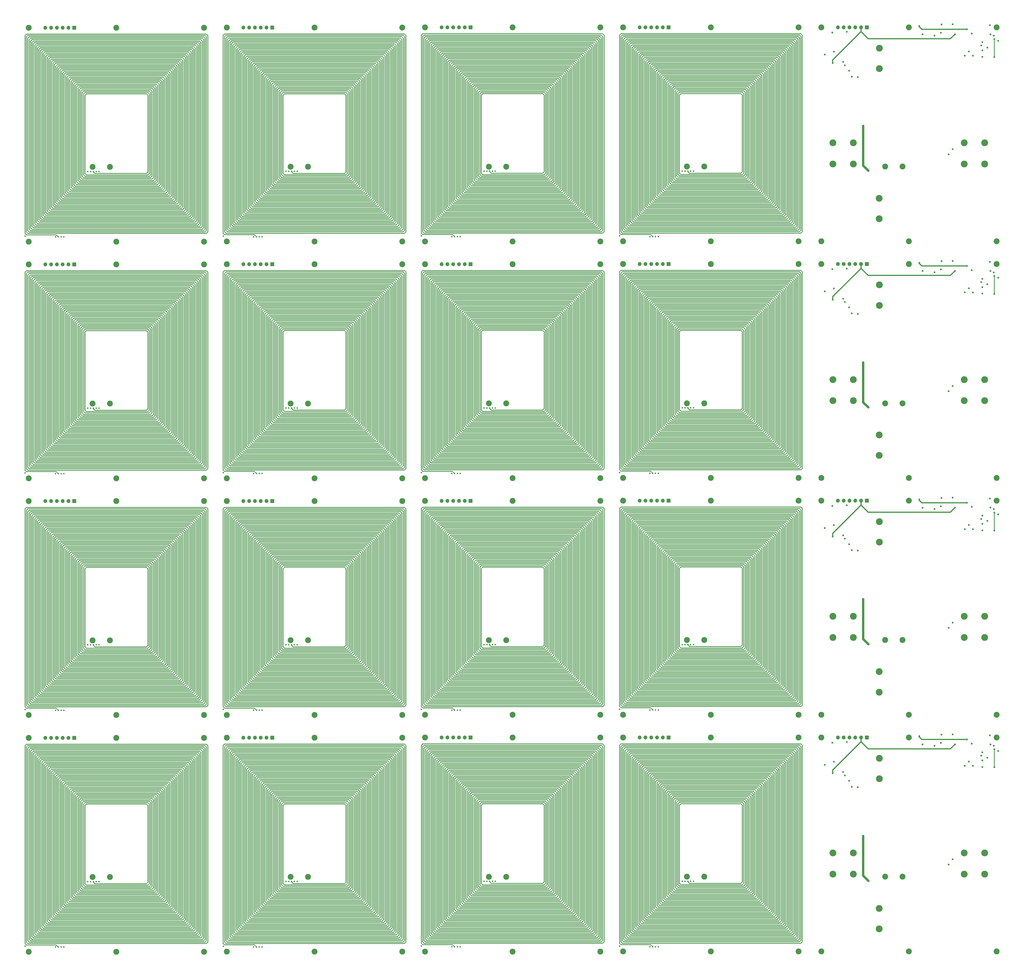
<source format=gbr>
%TF.GenerationSoftware,KiCad,Pcbnew,(6.0.5)*%
%TF.CreationDate,2022-08-17T15:04:11-07:00*%
%TF.ProjectId,X_Y_Panels,585f595f-5061-46e6-956c-732e6b696361,rev?*%
%TF.SameCoordinates,Original*%
%TF.FileFunction,Copper,L3,Inr*%
%TF.FilePolarity,Positive*%
%FSLAX46Y46*%
G04 Gerber Fmt 4.6, Leading zero omitted, Abs format (unit mm)*
G04 Created by KiCad (PCBNEW (6.0.5)) date 2022-08-17 15:04:11*
%MOMM*%
%LPD*%
G01*
G04 APERTURE LIST*
%TA.AperFunction,ComponentPad*%
%ADD10C,2.600000*%
%TD*%
%TA.AperFunction,ComponentPad*%
%ADD11R,1.700000X1.700000*%
%TD*%
%TA.AperFunction,ComponentPad*%
%ADD12O,1.700000X1.700000*%
%TD*%
%TA.AperFunction,ComponentPad*%
%ADD13C,3.000000*%
%TD*%
%TA.AperFunction,ViaPad*%
%ADD14C,0.800000*%
%TD*%
%TA.AperFunction,ViaPad*%
%ADD15C,0.650000*%
%TD*%
%TA.AperFunction,Conductor*%
%ADD16C,0.500000*%
%TD*%
%TA.AperFunction,Conductor*%
%ADD17C,0.306000*%
%TD*%
%TA.AperFunction,Conductor*%
%ADD18C,1.000000*%
%TD*%
G04 APERTURE END LIST*
D10*
%TO.N,GND*%
%TO.C,H29*%
X399036000Y-314259997D03*
%TD*%
%TO.N,Coil_IN*%
%TO.C,TP5*%
X388582000Y-177429998D03*
%TO.N,Coil_OUT*%
X396202000Y-177429998D03*
%TD*%
D11*
%TO.N,unconnected-(J3-Pad1)*%
%TO.C,J3*%
X119546000Y-324359999D03*
D12*
%TO.N,unconnected-(J3-Pad2)*%
X117006000Y-324359999D03*
%TO.N,unconnected-(J3-Pad3)*%
X114466000Y-324359999D03*
%TO.N,unconnected-(J3-Pad4)*%
X111926000Y-324359999D03*
%TO.N,unconnected-(J3-Pad5)*%
X109386000Y-324359999D03*
%TO.N,unconnected-(J3-Pad6)*%
X106846000Y-324359999D03*
%TD*%
D10*
%TO.N,unconnected-(H10-Pad1)*%
%TO.C,H10*%
X99546000Y-314359999D03*
%TD*%
D11*
%TO.N,unconnected-(J3-Pad1)*%
%TO.C,J3*%
X119546000Y-220359999D03*
D12*
%TO.N,unconnected-(J3-Pad2)*%
X117006000Y-220359999D03*
%TO.N,unconnected-(J3-Pad3)*%
X114466000Y-220359999D03*
%TO.N,unconnected-(J3-Pad4)*%
X111926000Y-220359999D03*
%TO.N,unconnected-(J3-Pad5)*%
X109386000Y-220359999D03*
%TO.N,unconnected-(J3-Pad6)*%
X106846000Y-220359999D03*
%TD*%
D10*
%TO.N,GND*%
%TO.C,H26*%
X399036000Y-324259997D03*
%TD*%
%TO.N,Net-(TP3-Pad1)*%
%TO.C,TP3*%
X214586000Y-281479999D03*
X222206000Y-281479999D03*
%TD*%
D13*
%TO.N,Net-(D1-Pad2)*%
%TO.C,SC1*%
X374662000Y-271014000D03*
%TO.N,Net-(D2-Pad2)*%
X365662000Y-271014000D03*
%TD*%
D11*
%TO.N,unconnected-(J3-Pad1)*%
%TO.C,J3*%
X119546000Y-12359999D03*
D12*
%TO.N,unconnected-(J3-Pad2)*%
X117006000Y-12359999D03*
%TO.N,unconnected-(J3-Pad3)*%
X114466000Y-12359999D03*
%TO.N,unconnected-(J3-Pad4)*%
X111926000Y-12359999D03*
%TO.N,unconnected-(J3-Pad5)*%
X109386000Y-12359999D03*
%TO.N,unconnected-(J3-Pad6)*%
X106846000Y-12359999D03*
%TD*%
D11*
%TO.N,VBATT*%
%TO.C,J6*%
X380536000Y-324259997D03*
D12*
%TO.N,+3V3*%
X377996000Y-324259997D03*
%TO.N,GND*%
X375456000Y-324259997D03*
%TO.N,SDA*%
X372916000Y-324259997D03*
%TO.N,SCL*%
X370376000Y-324259997D03*
%TO.N,VSOLAR*%
X367836000Y-324259997D03*
%TD*%
D10*
%TO.N,unconnected-(H10-Pad1)*%
%TO.C,H10*%
X99546000Y-210359999D03*
%TD*%
%TO.N,GND*%
%TO.C,H30*%
X437536000Y-418259997D03*
%TD*%
%TO.N,GND*%
%TO.C,H25*%
X360536000Y-324259997D03*
%TD*%
D13*
%TO.N,Net-(D3-Pad2)*%
%TO.C,SC3*%
X385970000Y-96340000D03*
%TO.N,Net-(D4-Pad2)*%
X385970000Y-87340000D03*
%TD*%
D10*
%TO.N,GND*%
%TO.C,H28*%
X360536000Y-314259997D03*
%TD*%
%TO.N,unconnected-(H5-Pad1)*%
%TO.C,H5*%
X51050000Y-314410000D03*
%TD*%
%TO.N,unconnected-(H13-Pad1)*%
%TO.C,H13*%
X186542000Y-220309998D03*
%TD*%
%TO.N,unconnected-(H14-Pad1)*%
%TO.C,H14*%
X225042000Y-12309998D03*
%TD*%
%TO.N,unconnected-(H23-Pad1)*%
%TO.C,H23*%
X312038000Y-314259997D03*
%TD*%
%TO.N,Net-(TP4-Pad1)*%
%TO.C,TP4*%
X301582000Y-281429998D03*
X309202000Y-281429998D03*
%TD*%
%TO.N,unconnected-(H7-Pad1)*%
%TO.C,H7*%
X99546000Y-220359999D03*
%TD*%
%TO.N,unconnected-(H18-Pad1)*%
%TO.C,H18*%
X263542000Y-210309998D03*
%TD*%
%TO.N,unconnected-(H16-Pad1)*%
%TO.C,H16*%
X186542000Y-210309998D03*
%TD*%
%TO.N,unconnected-(H24-Pad1)*%
%TO.C,H24*%
X350538000Y-210259997D03*
%TD*%
%TO.N,GND*%
%TO.C,H26*%
X399036000Y-116259997D03*
%TD*%
%TO.N,unconnected-(H9-Pad1)*%
%TO.C,H9*%
X176546000Y-12359999D03*
%TD*%
D13*
%TO.N,Net-(D3-Pad2)*%
%TO.C,SC3*%
X385970000Y-408340000D03*
%TO.N,Net-(D4-Pad2)*%
X385970000Y-399340000D03*
%TD*%
D10*
%TO.N,unconnected-(H24-Pad1)*%
%TO.C,H24*%
X350538000Y-106259997D03*
%TD*%
%TO.N,unconnected-(H4-Pad1)*%
%TO.C,H4*%
X12550000Y-106410000D03*
%TD*%
%TO.N,GND*%
%TO.C,H30*%
X437536000Y-106259997D03*
%TD*%
%TO.N,unconnected-(H11-Pad1)*%
%TO.C,H11*%
X138046000Y-210359999D03*
%TD*%
%TO.N,unconnected-(H16-Pad1)*%
%TO.C,H16*%
X186542000Y-106309998D03*
%TD*%
D13*
%TO.N,Net-(D6-Pad2)*%
%TO.C,SC6*%
X432320000Y-167014000D03*
%TO.N,GND*%
X423320000Y-167014000D03*
%TD*%
D10*
%TO.N,unconnected-(H6-Pad1)*%
%TO.C,H6*%
X89550000Y-106410000D03*
%TD*%
%TO.N,Coil_IN*%
%TO.C,TP5*%
X388582000Y-385429998D03*
%TO.N,Coil_OUT*%
X396202000Y-385429998D03*
%TD*%
%TO.N,GND*%
%TO.C,H27*%
X437536000Y-324259997D03*
%TD*%
%TO.N,Net-(TP2-Pad1)*%
%TO.C,TP2*%
X127590000Y-281530000D03*
X135210000Y-281530000D03*
%TD*%
D13*
%TO.N,Net-(D2-Pad2)*%
%TO.C,SC2*%
X365662000Y-72320000D03*
%TO.N,Net-(D3-Pad2)*%
X374662000Y-72320000D03*
%TD*%
D10*
%TO.N,unconnected-(H17-Pad1)*%
%TO.C,H17*%
X225042000Y-106309998D03*
%TD*%
%TO.N,unconnected-(H3-Pad1)*%
%TO.C,H3*%
X89550000Y-220410000D03*
%TD*%
%TO.N,unconnected-(H4-Pad1)*%
%TO.C,H4*%
X12550000Y-418410000D03*
%TD*%
%TO.N,unconnected-(H18-Pad1)*%
%TO.C,H18*%
X263542000Y-106309998D03*
%TD*%
%TO.N,unconnected-(H22-Pad1)*%
%TO.C,H22*%
X273538000Y-210259997D03*
%TD*%
%TO.N,unconnected-(H20-Pad1)*%
%TO.C,H20*%
X312038000Y-12259997D03*
%TD*%
D11*
%TO.N,unconnected-(J4-Pad1)*%
%TO.C,J4*%
X206542000Y-12309998D03*
D12*
%TO.N,unconnected-(J4-Pad2)*%
X204002000Y-12309998D03*
%TO.N,unconnected-(J4-Pad3)*%
X201462000Y-12309998D03*
%TO.N,unconnected-(J4-Pad4)*%
X198922000Y-12309998D03*
%TO.N,unconnected-(J4-Pad5)*%
X196382000Y-12309998D03*
%TO.N,unconnected-(J4-Pad6)*%
X193842000Y-12309998D03*
%TD*%
D13*
%TO.N,Net-(D1-Pad2)*%
%TO.C,SC1*%
X374662000Y-167014000D03*
%TO.N,Net-(D2-Pad2)*%
X365662000Y-167014000D03*
%TD*%
D10*
%TO.N,Net-(TP4-Pad1)*%
%TO.C,TP4*%
X301582000Y-385429998D03*
X309202000Y-385429998D03*
%TD*%
%TO.N,unconnected-(H3-Pad1)*%
%TO.C,H3*%
X89550000Y-12410000D03*
%TD*%
D13*
%TO.N,Net-(D5-Pad2)*%
%TO.C,SC5*%
X423320000Y-280320000D03*
%TO.N,Net-(D6-Pad2)*%
X432320000Y-280320000D03*
%TD*%
D10*
%TO.N,Net-(TP1-Pad1)*%
%TO.C,TP1*%
X40594000Y-385580001D03*
X48214000Y-385580001D03*
%TD*%
%TO.N,unconnected-(H22-Pad1)*%
%TO.C,H22*%
X273538000Y-314259997D03*
%TD*%
D13*
%TO.N,Net-(D6-Pad2)*%
%TO.C,SC6*%
X432320000Y-375014000D03*
%TO.N,GND*%
X423320000Y-375014000D03*
%TD*%
D10*
%TO.N,unconnected-(H12-Pad1)*%
%TO.C,H12*%
X176546000Y-314359999D03*
%TD*%
D11*
%TO.N,Net-(J1-Pad1)*%
%TO.C,J1*%
X32550000Y-324410000D03*
D12*
%TO.N,Net-(J1-Pad2)*%
X30010000Y-324410000D03*
%TO.N,Net-(J1-Pad3)*%
X27470000Y-324410000D03*
%TO.N,Net-(J1-Pad4)*%
X24930000Y-324410000D03*
%TO.N,Net-(J1-Pad5)*%
X22390000Y-324410000D03*
%TO.N,Net-(J1-Pad6)*%
X19850000Y-324410000D03*
%TD*%
D10*
%TO.N,unconnected-(H2-Pad1)*%
%TO.C,H2*%
X51050000Y-12410000D03*
%TD*%
%TO.N,unconnected-(H6-Pad1)*%
%TO.C,H6*%
X89550000Y-210410000D03*
%TD*%
%TO.N,GND*%
%TO.C,H30*%
X437536000Y-314259997D03*
%TD*%
%TO.N,unconnected-(H15-Pad1)*%
%TO.C,H15*%
X263542000Y-12309998D03*
%TD*%
%TO.N,unconnected-(H10-Pad1)*%
%TO.C,H10*%
X99546000Y-106359999D03*
%TD*%
%TO.N,unconnected-(H1-Pad1)*%
%TO.C,H1*%
X12550000Y-12410000D03*
%TD*%
%TO.N,GND*%
%TO.C,H29*%
X399036000Y-418259997D03*
%TD*%
%TO.N,unconnected-(H11-Pad1)*%
%TO.C,H11*%
X138046000Y-314359999D03*
%TD*%
%TO.N,Net-(TP3-Pad1)*%
%TO.C,TP3*%
X214586000Y-385479999D03*
X222206000Y-385479999D03*
%TD*%
%TO.N,unconnected-(H13-Pad1)*%
%TO.C,H13*%
X186542000Y-324309998D03*
%TD*%
%TO.N,unconnected-(H16-Pad1)*%
%TO.C,H16*%
X186542000Y-418309998D03*
%TD*%
%TO.N,unconnected-(H9-Pad1)*%
%TO.C,H9*%
X176546000Y-116359999D03*
%TD*%
%TO.N,Net-(TP2-Pad1)*%
%TO.C,TP2*%
X127590000Y-177530000D03*
X135210000Y-177530000D03*
%TD*%
%TO.N,unconnected-(H2-Pad1)*%
%TO.C,H2*%
X51050000Y-116410000D03*
%TD*%
%TO.N,unconnected-(H12-Pad1)*%
%TO.C,H12*%
X176546000Y-418359999D03*
%TD*%
D13*
%TO.N,Net-(D4-Pad2)*%
%TO.C,SC4*%
X386020000Y-238420000D03*
%TO.N,Net-(D5-Pad2)*%
X386020000Y-229420000D03*
%TD*%
D10*
%TO.N,unconnected-(H19-Pad1)*%
%TO.C,H19*%
X273538000Y-220259997D03*
%TD*%
%TO.N,GND*%
%TO.C,H30*%
X437536000Y-210259997D03*
%TD*%
%TO.N,GND*%
%TO.C,H29*%
X399036000Y-106259997D03*
%TD*%
%TO.N,unconnected-(H13-Pad1)*%
%TO.C,H13*%
X186542000Y-12309998D03*
%TD*%
%TO.N,unconnected-(H8-Pad1)*%
%TO.C,H8*%
X138046000Y-12359999D03*
%TD*%
D11*
%TO.N,VBATT*%
%TO.C,J6*%
X380536000Y-116259997D03*
D12*
%TO.N,+3V3*%
X377996000Y-116259997D03*
%TO.N,GND*%
X375456000Y-116259997D03*
%TO.N,SDA*%
X372916000Y-116259997D03*
%TO.N,SCL*%
X370376000Y-116259997D03*
%TO.N,VSOLAR*%
X367836000Y-116259997D03*
%TD*%
D10*
%TO.N,unconnected-(H19-Pad1)*%
%TO.C,H19*%
X273538000Y-324259997D03*
%TD*%
%TO.N,unconnected-(H20-Pad1)*%
%TO.C,H20*%
X312038000Y-220259997D03*
%TD*%
%TO.N,unconnected-(H20-Pad1)*%
%TO.C,H20*%
X312038000Y-116259997D03*
%TD*%
D11*
%TO.N,VBATT*%
%TO.C,J6*%
X380536000Y-12259997D03*
D12*
%TO.N,+3V3*%
X377996000Y-12259997D03*
%TO.N,GND*%
X375456000Y-12259997D03*
%TO.N,SDA*%
X372916000Y-12259997D03*
%TO.N,SCL*%
X370376000Y-12259997D03*
%TO.N,VSOLAR*%
X367836000Y-12259997D03*
%TD*%
D10*
%TO.N,unconnected-(H24-Pad1)*%
%TO.C,H24*%
X350538000Y-418259997D03*
%TD*%
%TO.N,unconnected-(H4-Pad1)*%
%TO.C,H4*%
X12550000Y-314410000D03*
%TD*%
D13*
%TO.N,Net-(D3-Pad2)*%
%TO.C,SC3*%
X385970000Y-304340000D03*
%TO.N,Net-(D4-Pad2)*%
X385970000Y-295340000D03*
%TD*%
D10*
%TO.N,unconnected-(H21-Pad1)*%
%TO.C,H21*%
X350538000Y-220259997D03*
%TD*%
%TO.N,unconnected-(H17-Pad1)*%
%TO.C,H17*%
X225042000Y-210309998D03*
%TD*%
%TO.N,unconnected-(H19-Pad1)*%
%TO.C,H19*%
X273538000Y-12259997D03*
%TD*%
D11*
%TO.N,unconnected-(J3-Pad1)*%
%TO.C,J3*%
X119546000Y-116359999D03*
D12*
%TO.N,unconnected-(J3-Pad2)*%
X117006000Y-116359999D03*
%TO.N,unconnected-(J3-Pad3)*%
X114466000Y-116359999D03*
%TO.N,unconnected-(J3-Pad4)*%
X111926000Y-116359999D03*
%TO.N,unconnected-(J3-Pad5)*%
X109386000Y-116359999D03*
%TO.N,unconnected-(J3-Pad6)*%
X106846000Y-116359999D03*
%TD*%
D10*
%TO.N,unconnected-(H23-Pad1)*%
%TO.C,H23*%
X312038000Y-106259997D03*
%TD*%
%TO.N,unconnected-(H1-Pad1)*%
%TO.C,H1*%
X12550000Y-324410000D03*
%TD*%
%TO.N,GND*%
%TO.C,H27*%
X437536000Y-220259997D03*
%TD*%
%TO.N,unconnected-(H6-Pad1)*%
%TO.C,H6*%
X89550000Y-314410000D03*
%TD*%
%TO.N,unconnected-(H11-Pad1)*%
%TO.C,H11*%
X138046000Y-418359999D03*
%TD*%
%TO.N,unconnected-(H5-Pad1)*%
%TO.C,H5*%
X51050000Y-106410000D03*
%TD*%
%TO.N,unconnected-(H23-Pad1)*%
%TO.C,H23*%
X312038000Y-210259997D03*
%TD*%
%TO.N,unconnected-(H1-Pad1)*%
%TO.C,H1*%
X12550000Y-220410000D03*
%TD*%
%TO.N,unconnected-(H8-Pad1)*%
%TO.C,H8*%
X138046000Y-324359999D03*
%TD*%
D11*
%TO.N,Net-(J1-Pad1)*%
%TO.C,J1*%
X32550000Y-116410000D03*
D12*
%TO.N,Net-(J1-Pad2)*%
X30010000Y-116410000D03*
%TO.N,Net-(J1-Pad3)*%
X27470000Y-116410000D03*
%TO.N,Net-(J1-Pad4)*%
X24930000Y-116410000D03*
%TO.N,Net-(J1-Pad5)*%
X22390000Y-116410000D03*
%TO.N,Net-(J1-Pad6)*%
X19850000Y-116410000D03*
%TD*%
D10*
%TO.N,unconnected-(H23-Pad1)*%
%TO.C,H23*%
X312038000Y-418259997D03*
%TD*%
%TO.N,GND*%
%TO.C,H28*%
X360536000Y-210259997D03*
%TD*%
%TO.N,unconnected-(H15-Pad1)*%
%TO.C,H15*%
X263542000Y-220309998D03*
%TD*%
D13*
%TO.N,Net-(D5-Pad2)*%
%TO.C,SC5*%
X423320000Y-176320000D03*
%TO.N,Net-(D6-Pad2)*%
X432320000Y-176320000D03*
%TD*%
%TO.N,Net-(D1-Pad2)*%
%TO.C,SC1*%
X374662000Y-63014000D03*
%TO.N,Net-(D2-Pad2)*%
X365662000Y-63014000D03*
%TD*%
D10*
%TO.N,unconnected-(H11-Pad1)*%
%TO.C,H11*%
X138046000Y-106359999D03*
%TD*%
%TO.N,unconnected-(H9-Pad1)*%
%TO.C,H9*%
X176546000Y-220359999D03*
%TD*%
%TO.N,unconnected-(H21-Pad1)*%
%TO.C,H21*%
X350538000Y-12259997D03*
%TD*%
D13*
%TO.N,Net-(D4-Pad2)*%
%TO.C,SC4*%
X386020000Y-134420000D03*
%TO.N,Net-(D5-Pad2)*%
X386020000Y-125420000D03*
%TD*%
D10*
%TO.N,GND*%
%TO.C,H25*%
X360536000Y-116259997D03*
%TD*%
D11*
%TO.N,unconnected-(J5-Pad1)*%
%TO.C,J5*%
X293538000Y-324259997D03*
D12*
%TO.N,unconnected-(J5-Pad2)*%
X290998000Y-324259997D03*
%TO.N,unconnected-(J5-Pad3)*%
X288458000Y-324259997D03*
%TO.N,unconnected-(J5-Pad4)*%
X285918000Y-324259997D03*
%TO.N,unconnected-(J5-Pad5)*%
X283378000Y-324259997D03*
%TO.N,unconnected-(J5-Pad6)*%
X280838000Y-324259997D03*
%TD*%
D10*
%TO.N,unconnected-(H13-Pad1)*%
%TO.C,H13*%
X186542000Y-116309998D03*
%TD*%
D11*
%TO.N,unconnected-(J5-Pad1)*%
%TO.C,J5*%
X293538000Y-116259997D03*
D12*
%TO.N,unconnected-(J5-Pad2)*%
X290998000Y-116259997D03*
%TO.N,unconnected-(J5-Pad3)*%
X288458000Y-116259997D03*
%TO.N,unconnected-(J5-Pad4)*%
X285918000Y-116259997D03*
%TO.N,unconnected-(J5-Pad5)*%
X283378000Y-116259997D03*
%TO.N,unconnected-(J5-Pad6)*%
X280838000Y-116259997D03*
%TD*%
D10*
%TO.N,unconnected-(H16-Pad1)*%
%TO.C,H16*%
X186542000Y-314309998D03*
%TD*%
%TO.N,Net-(TP3-Pad1)*%
%TO.C,TP3*%
X214586000Y-177479999D03*
X222206000Y-177479999D03*
%TD*%
D13*
%TO.N,Net-(D2-Pad2)*%
%TO.C,SC2*%
X365662000Y-384320000D03*
%TO.N,Net-(D3-Pad2)*%
X374662000Y-384320000D03*
%TD*%
%TO.N,Net-(D6-Pad2)*%
%TO.C,SC6*%
X432320000Y-271014000D03*
%TO.N,GND*%
X423320000Y-271014000D03*
%TD*%
%TO.N,Net-(D5-Pad2)*%
%TO.C,SC5*%
X423320000Y-384320000D03*
%TO.N,Net-(D6-Pad2)*%
X432320000Y-384320000D03*
%TD*%
D11*
%TO.N,VBATT*%
%TO.C,J6*%
X380536000Y-220259997D03*
D12*
%TO.N,+3V3*%
X377996000Y-220259997D03*
%TO.N,GND*%
X375456000Y-220259997D03*
%TO.N,SDA*%
X372916000Y-220259997D03*
%TO.N,SCL*%
X370376000Y-220259997D03*
%TO.N,VSOLAR*%
X367836000Y-220259997D03*
%TD*%
D13*
%TO.N,Net-(D5-Pad2)*%
%TO.C,SC5*%
X423320000Y-72320000D03*
%TO.N,Net-(D6-Pad2)*%
X432320000Y-72320000D03*
%TD*%
D10*
%TO.N,unconnected-(H3-Pad1)*%
%TO.C,H3*%
X89550000Y-116410000D03*
%TD*%
%TO.N,Coil_IN*%
%TO.C,TP5*%
X388582000Y-281429998D03*
%TO.N,Coil_OUT*%
X396202000Y-281429998D03*
%TD*%
%TO.N,unconnected-(H17-Pad1)*%
%TO.C,H17*%
X225042000Y-314309998D03*
%TD*%
D13*
%TO.N,Net-(D3-Pad2)*%
%TO.C,SC3*%
X385970000Y-200340000D03*
%TO.N,Net-(D4-Pad2)*%
X385970000Y-191340000D03*
%TD*%
D10*
%TO.N,GND*%
%TO.C,H28*%
X360536000Y-418259997D03*
%TD*%
D11*
%TO.N,Net-(J1-Pad1)*%
%TO.C,J1*%
X32550000Y-220410000D03*
D12*
%TO.N,Net-(J1-Pad2)*%
X30010000Y-220410000D03*
%TO.N,Net-(J1-Pad3)*%
X27470000Y-220410000D03*
%TO.N,Net-(J1-Pad4)*%
X24930000Y-220410000D03*
%TO.N,Net-(J1-Pad5)*%
X22390000Y-220410000D03*
%TO.N,Net-(J1-Pad6)*%
X19850000Y-220410000D03*
%TD*%
D10*
%TO.N,Net-(TP3-Pad1)*%
%TO.C,TP3*%
X214586000Y-73479999D03*
X222206000Y-73479999D03*
%TD*%
D11*
%TO.N,unconnected-(J4-Pad1)*%
%TO.C,J4*%
X206542000Y-220309998D03*
D12*
%TO.N,unconnected-(J4-Pad2)*%
X204002000Y-220309998D03*
%TO.N,unconnected-(J4-Pad3)*%
X201462000Y-220309998D03*
%TO.N,unconnected-(J4-Pad4)*%
X198922000Y-220309998D03*
%TO.N,unconnected-(J4-Pad5)*%
X196382000Y-220309998D03*
%TO.N,unconnected-(J4-Pad6)*%
X193842000Y-220309998D03*
%TD*%
D10*
%TO.N,GND*%
%TO.C,H25*%
X360536000Y-12259997D03*
%TD*%
%TO.N,unconnected-(H12-Pad1)*%
%TO.C,H12*%
X176546000Y-106359999D03*
%TD*%
%TO.N,unconnected-(H18-Pad1)*%
%TO.C,H18*%
X263542000Y-418309998D03*
%TD*%
D13*
%TO.N,Net-(D2-Pad2)*%
%TO.C,SC2*%
X365662000Y-176320000D03*
%TO.N,Net-(D3-Pad2)*%
X374662000Y-176320000D03*
%TD*%
D10*
%TO.N,unconnected-(H4-Pad1)*%
%TO.C,H4*%
X12550000Y-210410000D03*
%TD*%
D13*
%TO.N,Net-(D2-Pad2)*%
%TO.C,SC2*%
X365662000Y-280320000D03*
%TO.N,Net-(D3-Pad2)*%
X374662000Y-280320000D03*
%TD*%
D10*
%TO.N,unconnected-(H21-Pad1)*%
%TO.C,H21*%
X350538000Y-324259997D03*
%TD*%
%TO.N,unconnected-(H20-Pad1)*%
%TO.C,H20*%
X312038000Y-324259997D03*
%TD*%
D11*
%TO.N,unconnected-(J5-Pad1)*%
%TO.C,J5*%
X293538000Y-220259997D03*
D12*
%TO.N,unconnected-(J5-Pad2)*%
X290998000Y-220259997D03*
%TO.N,unconnected-(J5-Pad3)*%
X288458000Y-220259997D03*
%TO.N,unconnected-(J5-Pad4)*%
X285918000Y-220259997D03*
%TO.N,unconnected-(J5-Pad5)*%
X283378000Y-220259997D03*
%TO.N,unconnected-(J5-Pad6)*%
X280838000Y-220259997D03*
%TD*%
D10*
%TO.N,unconnected-(H24-Pad1)*%
%TO.C,H24*%
X350538000Y-314259997D03*
%TD*%
%TO.N,unconnected-(H6-Pad1)*%
%TO.C,H6*%
X89550000Y-418410000D03*
%TD*%
%TO.N,unconnected-(H9-Pad1)*%
%TO.C,H9*%
X176546000Y-324359999D03*
%TD*%
D13*
%TO.N,Net-(D4-Pad2)*%
%TO.C,SC4*%
X386020000Y-342420000D03*
%TO.N,Net-(D5-Pad2)*%
X386020000Y-333420000D03*
%TD*%
D10*
%TO.N,unconnected-(H15-Pad1)*%
%TO.C,H15*%
X263542000Y-116309998D03*
%TD*%
%TO.N,unconnected-(H14-Pad1)*%
%TO.C,H14*%
X225042000Y-220309998D03*
%TD*%
D11*
%TO.N,Net-(J1-Pad1)*%
%TO.C,J1*%
X32550000Y-12410000D03*
D12*
%TO.N,Net-(J1-Pad2)*%
X30010000Y-12410000D03*
%TO.N,Net-(J1-Pad3)*%
X27470000Y-12410000D03*
%TO.N,Net-(J1-Pad4)*%
X24930000Y-12410000D03*
%TO.N,Net-(J1-Pad5)*%
X22390000Y-12410000D03*
%TO.N,Net-(J1-Pad6)*%
X19850000Y-12410000D03*
%TD*%
D10*
%TO.N,unconnected-(H14-Pad1)*%
%TO.C,H14*%
X225042000Y-116309998D03*
%TD*%
%TO.N,unconnected-(H7-Pad1)*%
%TO.C,H7*%
X99546000Y-116359999D03*
%TD*%
%TO.N,unconnected-(H19-Pad1)*%
%TO.C,H19*%
X273538000Y-116259997D03*
%TD*%
%TO.N,unconnected-(H15-Pad1)*%
%TO.C,H15*%
X263542000Y-324309998D03*
%TD*%
%TO.N,unconnected-(H5-Pad1)*%
%TO.C,H5*%
X51050000Y-418410000D03*
%TD*%
%TO.N,unconnected-(H18-Pad1)*%
%TO.C,H18*%
X263542000Y-314309998D03*
%TD*%
%TO.N,GND*%
%TO.C,H29*%
X399036000Y-210259997D03*
%TD*%
%TO.N,unconnected-(H7-Pad1)*%
%TO.C,H7*%
X99546000Y-324359999D03*
%TD*%
%TO.N,Net-(TP4-Pad1)*%
%TO.C,TP4*%
X301582000Y-177429998D03*
X309202000Y-177429998D03*
%TD*%
%TO.N,Net-(TP1-Pad1)*%
%TO.C,TP1*%
X40594000Y-73580001D03*
X48214000Y-73580001D03*
%TD*%
%TO.N,unconnected-(H22-Pad1)*%
%TO.C,H22*%
X273538000Y-106259997D03*
%TD*%
%TO.N,unconnected-(H14-Pad1)*%
%TO.C,H14*%
X225042000Y-324309998D03*
%TD*%
%TO.N,GND*%
%TO.C,H26*%
X399036000Y-12259997D03*
%TD*%
%TO.N,unconnected-(H7-Pad1)*%
%TO.C,H7*%
X99546000Y-12359999D03*
%TD*%
%TO.N,unconnected-(H5-Pad1)*%
%TO.C,H5*%
X51050000Y-210410000D03*
%TD*%
%TO.N,unconnected-(H2-Pad1)*%
%TO.C,H2*%
X51050000Y-324410000D03*
%TD*%
%TO.N,unconnected-(H10-Pad1)*%
%TO.C,H10*%
X99546000Y-418359999D03*
%TD*%
D11*
%TO.N,unconnected-(J5-Pad1)*%
%TO.C,J5*%
X293538000Y-12259997D03*
D12*
%TO.N,unconnected-(J5-Pad2)*%
X290998000Y-12259997D03*
%TO.N,unconnected-(J5-Pad3)*%
X288458000Y-12259997D03*
%TO.N,unconnected-(J5-Pad4)*%
X285918000Y-12259997D03*
%TO.N,unconnected-(J5-Pad5)*%
X283378000Y-12259997D03*
%TO.N,unconnected-(J5-Pad6)*%
X280838000Y-12259997D03*
%TD*%
D10*
%TO.N,GND*%
%TO.C,H28*%
X360536000Y-106259997D03*
%TD*%
%TO.N,unconnected-(H22-Pad1)*%
%TO.C,H22*%
X273538000Y-418259997D03*
%TD*%
D13*
%TO.N,Net-(D4-Pad2)*%
%TO.C,SC4*%
X386020000Y-30420000D03*
%TO.N,Net-(D5-Pad2)*%
X386020000Y-21420000D03*
%TD*%
D10*
%TO.N,unconnected-(H1-Pad1)*%
%TO.C,H1*%
X12550000Y-116410000D03*
%TD*%
D11*
%TO.N,unconnected-(J4-Pad1)*%
%TO.C,J4*%
X206542000Y-116309998D03*
D12*
%TO.N,unconnected-(J4-Pad2)*%
X204002000Y-116309998D03*
%TO.N,unconnected-(J4-Pad3)*%
X201462000Y-116309998D03*
%TO.N,unconnected-(J4-Pad4)*%
X198922000Y-116309998D03*
%TO.N,unconnected-(J4-Pad5)*%
X196382000Y-116309998D03*
%TO.N,unconnected-(J4-Pad6)*%
X193842000Y-116309998D03*
%TD*%
D10*
%TO.N,GND*%
%TO.C,H26*%
X399036000Y-220259997D03*
%TD*%
%TO.N,GND*%
%TO.C,H27*%
X437536000Y-116259997D03*
%TD*%
%TO.N,GND*%
%TO.C,H27*%
X437536000Y-12259997D03*
%TD*%
%TO.N,unconnected-(H3-Pad1)*%
%TO.C,H3*%
X89550000Y-324410000D03*
%TD*%
%TO.N,Net-(TP1-Pad1)*%
%TO.C,TP1*%
X40594000Y-281580001D03*
X48214000Y-281580001D03*
%TD*%
%TO.N,unconnected-(H8-Pad1)*%
%TO.C,H8*%
X138046000Y-220359999D03*
%TD*%
%TO.N,Net-(TP2-Pad1)*%
%TO.C,TP2*%
X127590000Y-73530000D03*
X135210000Y-73530000D03*
%TD*%
%TO.N,unconnected-(H12-Pad1)*%
%TO.C,H12*%
X176546000Y-210359999D03*
%TD*%
%TO.N,Coil_IN*%
%TO.C,TP5*%
X388582000Y-73429998D03*
%TO.N,Coil_OUT*%
X396202000Y-73429998D03*
%TD*%
%TO.N,unconnected-(H8-Pad1)*%
%TO.C,H8*%
X138046000Y-116359999D03*
%TD*%
%TO.N,Net-(TP4-Pad1)*%
%TO.C,TP4*%
X301582000Y-73429998D03*
X309202000Y-73429998D03*
%TD*%
%TO.N,GND*%
%TO.C,H25*%
X360536000Y-220259997D03*
%TD*%
%TO.N,unconnected-(H21-Pad1)*%
%TO.C,H21*%
X350538000Y-116259997D03*
%TD*%
%TO.N,unconnected-(H2-Pad1)*%
%TO.C,H2*%
X51050000Y-220410000D03*
%TD*%
D11*
%TO.N,unconnected-(J4-Pad1)*%
%TO.C,J4*%
X206542000Y-324309998D03*
D12*
%TO.N,unconnected-(J4-Pad2)*%
X204002000Y-324309998D03*
%TO.N,unconnected-(J4-Pad3)*%
X201462000Y-324309998D03*
%TO.N,unconnected-(J4-Pad4)*%
X198922000Y-324309998D03*
%TO.N,unconnected-(J4-Pad5)*%
X196382000Y-324309998D03*
%TO.N,unconnected-(J4-Pad6)*%
X193842000Y-324309998D03*
%TD*%
D13*
%TO.N,Net-(D1-Pad2)*%
%TO.C,SC1*%
X374662000Y-375014000D03*
%TO.N,Net-(D2-Pad2)*%
X365662000Y-375014000D03*
%TD*%
D10*
%TO.N,Net-(TP1-Pad1)*%
%TO.C,TP1*%
X40594000Y-177580001D03*
X48214000Y-177580001D03*
%TD*%
D13*
%TO.N,Net-(D6-Pad2)*%
%TO.C,SC6*%
X432320000Y-63014000D03*
%TO.N,GND*%
X423320000Y-63014000D03*
%TD*%
D10*
%TO.N,unconnected-(H17-Pad1)*%
%TO.C,H17*%
X225042000Y-418309998D03*
%TD*%
%TO.N,Net-(TP2-Pad1)*%
%TO.C,TP2*%
X127590000Y-385530000D03*
X135210000Y-385530000D03*
%TD*%
D14*
%TO.N,GND*%
X426625000Y-326960000D03*
X413075000Y-14635000D03*
X427100000Y-232760000D03*
X426625000Y-14960000D03*
X426625000Y-118960000D03*
X425322000Y-230896000D03*
X370175000Y-131460000D03*
X413075000Y-326635000D03*
X366050000Y-126985000D03*
X425322000Y-126896000D03*
X366050000Y-334985000D03*
X362125000Y-232260000D03*
X370175000Y-339460000D03*
X425322000Y-334896000D03*
X370175000Y-27460000D03*
X362125000Y-336260000D03*
X366050000Y-22985000D03*
X362125000Y-24260000D03*
X427100000Y-128760000D03*
X413075000Y-222635000D03*
X425322000Y-22896000D03*
X413075000Y-118635000D03*
X427100000Y-24760000D03*
X366050000Y-230985000D03*
X427100000Y-336760000D03*
X370175000Y-235460000D03*
X426625000Y-222960000D03*
X362125000Y-128260000D03*
%TO.N,VBATT*%
X371750000Y-326260000D03*
X371750000Y-14260000D03*
X365400000Y-222560000D03*
X371750000Y-222260000D03*
X371750000Y-118260000D03*
X365400000Y-326560000D03*
X365400000Y-14560000D03*
X365400000Y-118560000D03*
%TO.N,+3V3*%
X365575000Y-339935000D03*
X365575000Y-235935000D03*
X365575000Y-27935000D03*
X419226000Y-119309000D03*
X419226000Y-15309000D03*
X419226000Y-327309000D03*
X419226000Y-223309000D03*
X365575000Y-131935000D03*
%TO.N,SDA*%
X436525000Y-337335000D03*
X436522000Y-329482000D03*
X436522000Y-225482000D03*
X436525000Y-233335000D03*
X436522000Y-17482000D03*
X436522000Y-121482000D03*
X436525000Y-129335000D03*
X436525000Y-25335000D03*
%TO.N,SCL*%
X413325000Y-323010000D03*
X413325000Y-11010000D03*
X405000000Y-119335000D03*
X413325000Y-115010000D03*
X413325000Y-219010000D03*
X405000000Y-223335000D03*
X405000000Y-327335000D03*
X405000000Y-15335000D03*
%TO.N,Net-(Q1-Pad2)*%
X410250000Y-223885000D03*
X418212500Y-322885000D03*
X410250000Y-119885000D03*
X410250000Y-15885000D03*
X410250000Y-327885000D03*
X418212500Y-218885000D03*
X418212500Y-114885000D03*
X418212500Y-10885000D03*
%TO.N,Net-(Q3-Pad3)*%
X436250000Y-327935000D03*
X434525000Y-323310000D03*
X436250000Y-119935000D03*
X434525000Y-11310000D03*
X436250000Y-223935000D03*
X434525000Y-219310000D03*
X436250000Y-15935000D03*
X434525000Y-115310000D03*
%TO.N,Net-(Q3-Pad6)*%
X431250000Y-122810000D03*
X431225000Y-233235000D03*
X431225000Y-337235000D03*
X434825000Y-327310000D03*
X431250000Y-330810000D03*
X434825000Y-119310000D03*
X434825000Y-223310000D03*
X431225000Y-25235000D03*
X431225000Y-22385000D03*
X431225000Y-334385000D03*
X434825000Y-15310000D03*
X431250000Y-226810000D03*
X431225000Y-129235000D03*
X431225000Y-230385000D03*
X431250000Y-18810000D03*
X431225000Y-126385000D03*
D15*
%TO.N,Net-(TP3-Pad1)*%
X198336000Y-416243999D03*
X200784000Y-104243999D03*
X217406000Y-75479999D03*
X214958000Y-75479999D03*
X198336000Y-312243999D03*
X184994000Y-103901998D03*
X216182000Y-387479999D03*
X202008000Y-208243999D03*
X214958000Y-283479999D03*
X200784000Y-416243999D03*
X200784000Y-208243999D03*
X199560000Y-104243999D03*
X212510000Y-387479999D03*
X184994000Y-207901998D03*
X217406000Y-179479999D03*
X212510000Y-179479999D03*
X212510000Y-283479999D03*
X214958000Y-387479999D03*
X213734000Y-387479999D03*
X216182000Y-179479999D03*
X202008000Y-416243999D03*
X184994000Y-311901998D03*
X213734000Y-75479999D03*
X213734000Y-179479999D03*
X198336000Y-104243999D03*
X199560000Y-312243999D03*
X202008000Y-312243999D03*
X212510000Y-75479999D03*
X217406000Y-387479999D03*
X202008000Y-104243999D03*
X184994000Y-415901998D03*
X214958000Y-179479999D03*
X217406000Y-283479999D03*
X198336000Y-208243999D03*
X216182000Y-75479999D03*
X199560000Y-416243999D03*
X199560000Y-208243999D03*
X216182000Y-283479999D03*
X213734000Y-283479999D03*
X200784000Y-312243999D03*
%TO.N,Net-(TP4-Pad1)*%
X304402000Y-387429998D03*
X303178000Y-283429998D03*
X287780000Y-312193998D03*
X289004000Y-416193998D03*
X286556000Y-208193998D03*
X285332000Y-104193998D03*
X289004000Y-104193998D03*
X301954000Y-387429998D03*
X271990000Y-103851997D03*
X285332000Y-312193998D03*
X303178000Y-387429998D03*
X299506000Y-75429998D03*
X289004000Y-208193998D03*
X299506000Y-179429998D03*
X287780000Y-416193998D03*
X303178000Y-75429998D03*
X300730000Y-283429998D03*
X271990000Y-311851997D03*
X301954000Y-283429998D03*
X271990000Y-415851997D03*
X271990000Y-207851997D03*
X287780000Y-208193998D03*
X301954000Y-179429998D03*
X304402000Y-179429998D03*
X300730000Y-75429998D03*
X304402000Y-283429998D03*
X301954000Y-75429998D03*
X299506000Y-387429998D03*
X286556000Y-104193998D03*
X286556000Y-312193998D03*
X285332000Y-208193998D03*
X286556000Y-416193998D03*
X303178000Y-179429998D03*
X304402000Y-75429998D03*
X299506000Y-283429998D03*
X300730000Y-387429998D03*
X300730000Y-179429998D03*
X287780000Y-104193998D03*
X285332000Y-416193998D03*
X289004000Y-312193998D03*
D14*
%TO.N,Coil_IN*%
X373925000Y-33960000D03*
X373925000Y-345960000D03*
X373925000Y-137960000D03*
X373925000Y-241960000D03*
%TO.N,Coil_OUT*%
X376575000Y-242160000D03*
X376575000Y-34160000D03*
X376575000Y-346160000D03*
X376575000Y-138160000D03*
%TO.N,Net-(D1-Pad2)*%
X418210000Y-273822000D03*
X418210000Y-65822000D03*
X418210000Y-169822000D03*
X418210000Y-377822000D03*
%TO.N,Net-(D4-Pad2)*%
X378960000Y-159528000D03*
X381220000Y-179280000D03*
X381220000Y-387280000D03*
X381220000Y-283280000D03*
X381220000Y-75280000D03*
X378960000Y-55528000D03*
X378960000Y-367528000D03*
X378960000Y-263528000D03*
%TO.N,VSOLAR*%
X416430000Y-276110000D03*
X416430000Y-68110000D03*
X416430000Y-380110000D03*
X416430000Y-172110000D03*
%TO.N,SCL_ISO*%
X403575000Y-115710000D03*
X424525000Y-221135000D03*
X370900000Y-340935000D03*
X424525000Y-117135000D03*
X403575000Y-11710000D03*
X370900000Y-132935000D03*
X423600000Y-336735000D03*
X370900000Y-236935000D03*
X423600000Y-232735000D03*
X403575000Y-219710000D03*
X424525000Y-325135000D03*
X424525000Y-13135000D03*
X403575000Y-323710000D03*
X423600000Y-24735000D03*
X423600000Y-128735000D03*
X370900000Y-28935000D03*
%TO.N,SDA_ISO*%
X433475000Y-21135000D03*
X372775000Y-343335000D03*
X438175000Y-18235000D03*
X438175000Y-330235000D03*
X372775000Y-135335000D03*
X372775000Y-31335000D03*
X430725000Y-20235000D03*
X430725000Y-332235000D03*
X433475000Y-125135000D03*
X438175000Y-226235000D03*
X438175000Y-122235000D03*
X433475000Y-333135000D03*
X372775000Y-239335000D03*
X430725000Y-124235000D03*
X433475000Y-229135000D03*
X430725000Y-228235000D03*
D15*
%TO.N,Net-(TP1-Pad1)*%
X43414000Y-387580001D03*
X26792000Y-208344001D03*
X42190000Y-387580001D03*
X24344000Y-104344001D03*
X11002000Y-312002000D03*
X25568000Y-104344001D03*
X43414000Y-283580001D03*
X40966000Y-75580001D03*
X42190000Y-179580001D03*
X42190000Y-283580001D03*
X40966000Y-387580001D03*
X28016000Y-208344001D03*
X39742000Y-387580001D03*
X39742000Y-75580001D03*
X28016000Y-104344001D03*
X39742000Y-283580001D03*
X26792000Y-416344001D03*
X24344000Y-416344001D03*
X24344000Y-312344001D03*
X40966000Y-179580001D03*
X25568000Y-208344001D03*
X11002000Y-416002000D03*
X43414000Y-75580001D03*
X28016000Y-416344001D03*
X26792000Y-312344001D03*
X38518000Y-179580001D03*
X40966000Y-283580001D03*
X38518000Y-283580001D03*
X26792000Y-104344001D03*
X25568000Y-312344001D03*
X38518000Y-75580001D03*
X43414000Y-179580001D03*
X25568000Y-416344001D03*
X28016000Y-312344001D03*
X11002000Y-208002000D03*
X24344000Y-208344001D03*
X11002000Y-104002000D03*
X38518000Y-387580001D03*
X39742000Y-179580001D03*
X42190000Y-75580001D03*
%TO.N,Net-(TP2-Pad1)*%
X130410000Y-179530000D03*
X130410000Y-75530000D03*
X125514000Y-75530000D03*
X129186000Y-179530000D03*
X115012000Y-208294000D03*
X115012000Y-416294000D03*
X112564000Y-208294000D03*
X125514000Y-179530000D03*
X97998000Y-311951999D03*
X125514000Y-283530000D03*
X97998000Y-415951999D03*
X126738000Y-75530000D03*
X113788000Y-208294000D03*
X130410000Y-387530000D03*
X127962000Y-387530000D03*
X111340000Y-104294000D03*
X113788000Y-104294000D03*
X97998000Y-103951999D03*
X113788000Y-416294000D03*
X111340000Y-416294000D03*
X126738000Y-387530000D03*
X125514000Y-387530000D03*
X112564000Y-104294000D03*
X129186000Y-283530000D03*
X127962000Y-75530000D03*
X111340000Y-312294000D03*
X111340000Y-208294000D03*
X113788000Y-312294000D03*
X115012000Y-312294000D03*
X127962000Y-179530000D03*
X126738000Y-283530000D03*
X112564000Y-416294000D03*
X126738000Y-179530000D03*
X112564000Y-312294000D03*
X115012000Y-104294000D03*
X97998000Y-207951999D03*
X130410000Y-283530000D03*
X129186000Y-387530000D03*
X129186000Y-75530000D03*
X127962000Y-283530000D03*
%TD*%
D16*
%TO.N,+3V3*%
X417250000Y-121285000D02*
X419226000Y-119309000D01*
X377996000Y-14181000D02*
X365575000Y-26602000D01*
X365575000Y-338602000D02*
X365575000Y-339935000D01*
X417250000Y-225285000D02*
X419226000Y-223309000D01*
X377996000Y-326181000D02*
X365575000Y-338602000D01*
X377996000Y-118181000D02*
X365575000Y-130602000D01*
X417250000Y-17285000D02*
X419226000Y-15309000D01*
X377996000Y-324259997D02*
X377996000Y-326181000D01*
X381100000Y-17285000D02*
X417250000Y-17285000D01*
X417250000Y-329285000D02*
X419226000Y-327309000D01*
X381100000Y-121285000D02*
X417250000Y-121285000D01*
X377996000Y-14181000D02*
X381100000Y-17285000D01*
X377996000Y-220259997D02*
X377996000Y-222181000D01*
X365575000Y-130602000D02*
X365575000Y-131935000D01*
X377996000Y-222181000D02*
X381100000Y-225285000D01*
X381100000Y-329285000D02*
X417250000Y-329285000D01*
X377996000Y-118181000D02*
X381100000Y-121285000D01*
X377996000Y-326181000D02*
X381100000Y-329285000D01*
X377996000Y-116259997D02*
X377996000Y-118181000D01*
X365575000Y-234602000D02*
X365575000Y-235935000D01*
X377996000Y-12259997D02*
X377996000Y-14181000D01*
X365575000Y-26602000D02*
X365575000Y-27935000D01*
X381100000Y-225285000D02*
X417250000Y-225285000D01*
X377996000Y-222181000D02*
X365575000Y-234602000D01*
D17*
%TO.N,SDA*%
X436522000Y-17482000D02*
X436525000Y-17485000D01*
X436525000Y-17485000D02*
X436525000Y-25335000D01*
X436522000Y-329482000D02*
X436525000Y-329485000D01*
X436525000Y-121485000D02*
X436525000Y-129335000D01*
X436522000Y-225482000D02*
X436525000Y-225485000D01*
X436522000Y-121482000D02*
X436525000Y-121485000D01*
X436525000Y-329485000D02*
X436525000Y-337335000D01*
X436525000Y-225485000D02*
X436525000Y-233335000D01*
%TO.N,Net-(TP3-Pad1)*%
X253566000Y-130117999D02*
X254178000Y-130729999D01*
X194150000Y-232893999D02*
X194150000Y-301533999D01*
X194150000Y-24893999D02*
X194762000Y-24281999D01*
X261522000Y-307653998D02*
X189254000Y-307653998D01*
X240714000Y-40193998D02*
X240714000Y-77621999D01*
X203942000Y-242685999D02*
X203942000Y-291741999D01*
X210062000Y-143581999D02*
X240102000Y-143581999D01*
X258462000Y-230445999D02*
X258462000Y-303369998D01*
X239490000Y-388397999D02*
X238878000Y-389009999D01*
X186806000Y-120325999D02*
X263357999Y-120325999D01*
X241326000Y-390233999D02*
X240714000Y-390845999D01*
X205778000Y-83129999D02*
X205166000Y-82517999D01*
X248670000Y-240237999D02*
X248670000Y-293577999D01*
X244998000Y-289905999D02*
X244386000Y-290517999D01*
X189254000Y-18773999D02*
X260910000Y-18773999D01*
X189866000Y-124609999D02*
X190478000Y-123997999D01*
X202106000Y-343625999D02*
X248058000Y-343625999D01*
X208226000Y-350969999D02*
X208226000Y-391457999D01*
X258462000Y-200593998D02*
X192314000Y-200593998D01*
X185582000Y-311325999D02*
X198642000Y-311325999D01*
X190478000Y-410429998D02*
X189866000Y-409817998D01*
X254790000Y-24893999D02*
X255402000Y-25505999D01*
X258462000Y-333221999D02*
X259074000Y-333833999D01*
X208226000Y-38969999D02*
X208838000Y-38357999D01*
X246833999Y-291741999D02*
X246222000Y-292353999D01*
X200882000Y-239625998D02*
X200882000Y-294801999D01*
X208226000Y-245745999D02*
X241938000Y-245745999D01*
X261522000Y-19385999D02*
X261522000Y-98429998D01*
X262134000Y-307041998D02*
X261522000Y-307653998D01*
X254178000Y-404309999D02*
X196598000Y-404309999D01*
X256626000Y-23057999D02*
X257238000Y-23669999D01*
X189254000Y-331997999D02*
X189866000Y-331385999D01*
X200882000Y-239625998D02*
X201494000Y-239013999D01*
X247446000Y-293577999D02*
X203330000Y-293577999D01*
X260910000Y-226773999D02*
X261522000Y-227385999D01*
X186806000Y-121549999D02*
X187417999Y-120937999D01*
X208838000Y-247581999D02*
X208838000Y-286845999D01*
X249893999Y-239013999D02*
X249893999Y-294801999D01*
X241938000Y-350969999D02*
X241938000Y-390845999D01*
X208226000Y-392681999D02*
X207614000Y-392069999D01*
X249282000Y-30401999D02*
X249893999Y-31013999D01*
X259074000Y-20609999D02*
X259685999Y-21221999D01*
X256626000Y-127057999D02*
X257238000Y-127669999D01*
X256014000Y-94145998D02*
X194762000Y-94145998D01*
X188030000Y-330773999D02*
X188642000Y-330161999D01*
X255402000Y-301533999D02*
X195374000Y-301533999D01*
X209450000Y-183457999D02*
X208838000Y-182845999D01*
X246833999Y-34073999D02*
X246833999Y-83741999D01*
X199658000Y-134401998D02*
X200270000Y-133789998D01*
X243162000Y-185293999D02*
X207614000Y-185293999D01*
X240714000Y-350969999D02*
X241326000Y-351581999D01*
X200270000Y-31013999D02*
X200881999Y-30401999D01*
X251118000Y-237789998D02*
X251118000Y-296025999D01*
X262746000Y-308877999D02*
X188030000Y-308877999D01*
X192926000Y-126445999D02*
X257238000Y-126445999D01*
X258462000Y-408593998D02*
X192314000Y-408593998D01*
X246834000Y-292965999D02*
X203942000Y-292965999D01*
X238266000Y-180397999D02*
X215570000Y-180397999D01*
X260910000Y-99041998D02*
X189866000Y-99041998D01*
X240714000Y-142969999D02*
X241326000Y-143581999D01*
X191702000Y-126445999D02*
X191702000Y-199981999D01*
X203942000Y-138685999D02*
X204554000Y-138073999D01*
X246222000Y-187129999D02*
X245610000Y-187741999D01*
X215570000Y-388397999D02*
X214958000Y-387479999D01*
X246222000Y-138685999D02*
X246222000Y-187129999D01*
X254790000Y-338117999D02*
X254790000Y-403697999D01*
X185582000Y-328325999D02*
X185582000Y-414101999D01*
X240101999Y-352805999D02*
X240101999Y-389009999D01*
X205778000Y-140521999D02*
X206390000Y-139909999D01*
X251730000Y-131953999D02*
X252342000Y-132565999D01*
X249282000Y-238401999D02*
X249893999Y-239013999D01*
X197821999Y-339341999D02*
X252342000Y-339341999D01*
X186194000Y-224937999D02*
X186194000Y-309489999D01*
X202718000Y-32237999D02*
X247446000Y-32237999D01*
X257238000Y-199369998D02*
X193538000Y-199369998D01*
X242550000Y-350357998D02*
X242550000Y-391457999D01*
X210062000Y-286845999D02*
X209450000Y-286233999D01*
X239490000Y-144193999D02*
X240101999Y-144805999D01*
X190478000Y-333221999D02*
X191089999Y-332609999D01*
X245610000Y-243297999D02*
X245610000Y-290517999D01*
X257850000Y-406757998D02*
X257238000Y-407369998D01*
X196598000Y-196309999D02*
X195986000Y-195697999D01*
X262746000Y-204877999D02*
X188030000Y-204877999D01*
X260298000Y-410429998D02*
X190478000Y-410429998D01*
X257238000Y-302145998D02*
X256626000Y-302757998D01*
X193538000Y-127057999D02*
X256626000Y-127057999D01*
X198434000Y-133177999D02*
X199046000Y-132565999D01*
X203330000Y-136849999D02*
X246834000Y-136849999D01*
X208838000Y-351581999D02*
X209450000Y-350969999D01*
X197822000Y-91085999D02*
X197210000Y-90473999D01*
X251730000Y-400637999D02*
X251118000Y-401249999D01*
X241938000Y-286845999D02*
X241326000Y-287457999D01*
X243774000Y-37133998D02*
X243774000Y-80681999D01*
X254178000Y-195085999D02*
X253566000Y-195697999D01*
X251730000Y-235953999D02*
X252342000Y-236565999D01*
X247446000Y-85577999D02*
X203330000Y-85577999D01*
X184970000Y-15713999D02*
X184970000Y-102713999D01*
X206390000Y-394517999D02*
X205778000Y-393905999D01*
X259685999Y-200593998D02*
X259074000Y-201205998D01*
X252954000Y-89861999D02*
X252342000Y-90473999D01*
X191090000Y-125833999D02*
X191702000Y-125221999D01*
X264582000Y-120325999D02*
X264582000Y-205489998D01*
X210673999Y-145417999D02*
X211285999Y-144805999D01*
X188642000Y-204265998D02*
X188030000Y-203653998D01*
X248670000Y-294801999D02*
X202106000Y-294801999D01*
X208838000Y-143581999D02*
X208838000Y-182845999D01*
X200270000Y-343013999D02*
X200270000Y-399413999D01*
X194762000Y-198145998D02*
X194150000Y-197533998D01*
X261522000Y-226161999D02*
X262134000Y-226773999D01*
X191702000Y-22445999D02*
X192314000Y-21833999D01*
X243161999Y-288069999D02*
X242550000Y-288681999D01*
X249893999Y-237789998D02*
X250505999Y-238401998D01*
X257850000Y-407981998D02*
X192926000Y-407981998D01*
X192314000Y-21833999D02*
X257850000Y-21833999D01*
X186194000Y-120937999D02*
X186806000Y-120325999D01*
X261522000Y-227385999D02*
X261522000Y-306429998D01*
X196598000Y-27341999D02*
X196598000Y-91085999D01*
X195374000Y-405533999D02*
X194762000Y-404921999D01*
X186194000Y-15713999D02*
X263970000Y-15713999D01*
X247446000Y-136237999D02*
X248058000Y-136849999D01*
X192314000Y-304593998D02*
X191702000Y-303981998D01*
X208838000Y-351581999D02*
X208838000Y-390845999D01*
X262746000Y-226161999D02*
X262746000Y-307653998D01*
X240101999Y-144805999D02*
X240101999Y-181009999D01*
X264582000Y-206713998D02*
X186194000Y-206713998D01*
X247446000Y-189577999D02*
X203330000Y-189577999D01*
X254790000Y-232893999D02*
X255402000Y-233505999D01*
X187418000Y-413489998D02*
X186806000Y-412877999D01*
X186806000Y-225549999D02*
X187417999Y-224937999D01*
X256014000Y-300921999D02*
X255402000Y-301533999D01*
X202106000Y-294801999D02*
X201494000Y-294189999D01*
X204554000Y-242073999D02*
X245610000Y-242073999D01*
X262746000Y-307653998D02*
X262134000Y-308265998D01*
X199046000Y-297861999D02*
X198434000Y-297249999D01*
X247446000Y-240237999D02*
X248058000Y-240849999D01*
X188030000Y-122773999D02*
X188030000Y-203653999D01*
X210674000Y-390233999D02*
X210062000Y-389621999D01*
X201494000Y-87413999D02*
X200882000Y-86801999D01*
X190478000Y-229221999D02*
X190478000Y-305205998D01*
X249893999Y-88025999D02*
X200882000Y-88025999D01*
X243161999Y-245745999D02*
X243161999Y-288069999D01*
X195986000Y-92921999D02*
X195374000Y-92309999D01*
X200882000Y-135625998D02*
X200882000Y-190801999D01*
X208226000Y-142969999D02*
X208838000Y-142357999D01*
X247446000Y-397577999D02*
X203330000Y-397577999D01*
X263970000Y-102101998D02*
X186806000Y-102101998D01*
X196598000Y-339341999D02*
X197210000Y-338729999D01*
X263970000Y-310101998D02*
X186806000Y-310101998D01*
X243774000Y-288681999D02*
X243162000Y-289293999D01*
X251730000Y-89861999D02*
X199046000Y-89861999D01*
X262746000Y-18161999D02*
X262746000Y-99653998D01*
X190478000Y-227997999D02*
X259686000Y-227997999D01*
X199046000Y-401861999D02*
X198434000Y-401249999D01*
X211286000Y-250029999D02*
X211898000Y-249417999D01*
X250505999Y-399413999D02*
X249893999Y-400025999D01*
X241938000Y-245745999D02*
X242550000Y-246357998D01*
X204554000Y-396353999D02*
X203942000Y-395741999D01*
X208838000Y-39581999D02*
X209450000Y-38969999D01*
X261522000Y-99653998D02*
X189254000Y-99653998D01*
X241326000Y-246357999D02*
X241938000Y-246969999D01*
X205166000Y-242685999D02*
X244998000Y-242685999D01*
X261522000Y-123385999D02*
X261522000Y-202429998D01*
X241938000Y-392069999D02*
X208838000Y-392069999D01*
X253565999Y-90473999D02*
X252954000Y-91085999D01*
X191702000Y-229221999D02*
X258462000Y-229221999D01*
X197822000Y-340565999D02*
X198434000Y-339953999D01*
X188642000Y-227385999D02*
X189254000Y-226773999D01*
X263358000Y-121549999D02*
X263358000Y-204265999D01*
X243774000Y-139909999D02*
X244386000Y-140521999D01*
X210062000Y-351581999D02*
X240102000Y-351581999D01*
X249893999Y-86801999D02*
X249282000Y-87413999D01*
X208226000Y-37745999D02*
X241938000Y-37745999D01*
X202106000Y-344849999D02*
X202106000Y-397577999D01*
X251730000Y-27953999D02*
X252342000Y-28565999D01*
X202106000Y-31625999D02*
X248058000Y-31625999D01*
X262746000Y-122161999D02*
X262746000Y-203653998D01*
X205166000Y-243909999D02*
X205778000Y-243297999D01*
X254790000Y-196921999D02*
X195986000Y-196921999D01*
X240102000Y-247581999D02*
X240714000Y-248193998D01*
X246834000Y-188965999D02*
X203942000Y-188965999D01*
X210062000Y-352805999D02*
X210062000Y-389621999D01*
X197822000Y-132565999D02*
X197822000Y-193861999D01*
X241938000Y-184069999D02*
X208838000Y-184069999D01*
X207614000Y-393293999D02*
X207002000Y-392681999D01*
X256626000Y-335057999D02*
X257238000Y-335669999D01*
X262134000Y-330773999D02*
X262134000Y-411041998D01*
X189866000Y-332609999D02*
X189866000Y-409817999D01*
X191090000Y-229833999D02*
X191702000Y-229221999D01*
X262134000Y-18773999D02*
X262134000Y-99041998D01*
X202106000Y-240849999D02*
X202718000Y-240237999D01*
X185582000Y-16325999D02*
X186194000Y-15713999D01*
X208838000Y-39581999D02*
X208838000Y-78845999D01*
X244386000Y-393293999D02*
X243774000Y-393905999D01*
X210062000Y-78845999D02*
X209450000Y-78233999D01*
X202106000Y-136849999D02*
X202106000Y-189577999D01*
X259074000Y-95981998D02*
X258462000Y-96593998D01*
X244998000Y-34685999D02*
X245610000Y-35297999D01*
X240101999Y-181009999D02*
X239490000Y-181621999D01*
X262134000Y-308265998D02*
X188642000Y-308265998D01*
X205778000Y-291129999D02*
X205166000Y-290517999D01*
X203942000Y-345461999D02*
X246222000Y-345461999D01*
X191090000Y-229833999D02*
X191090000Y-304593999D01*
X184970000Y-119713999D02*
X185582000Y-119101999D01*
X251730000Y-339953999D02*
X252342000Y-340565999D01*
X263357999Y-205489998D02*
X187418000Y-205489998D01*
X252954000Y-339953999D02*
X252954000Y-401861999D01*
X252954000Y-130729999D02*
X253565999Y-131341999D01*
X184970000Y-414713999D02*
X185582000Y-415325999D01*
X194762000Y-337505999D02*
X194762000Y-404921999D01*
X199658000Y-89249999D02*
X199046000Y-88637999D01*
X203942000Y-396965999D02*
X203330000Y-396353999D01*
X195986000Y-338729999D02*
X195986000Y-403697999D01*
X207614000Y-142357998D02*
X208226000Y-141745999D01*
X195986000Y-129505999D02*
X254178000Y-129505999D01*
X244386000Y-139297999D02*
X244998000Y-139909999D01*
X198642000Y-103325999D02*
X199560000Y-104243999D01*
X252954000Y-297861999D02*
X252342000Y-298473999D01*
X247446000Y-292353999D02*
X246834000Y-292965999D01*
X202718000Y-241461998D02*
X202718000Y-292965999D01*
X202718000Y-345461998D02*
X202718000Y-396965999D01*
X245610000Y-394517999D02*
X244998000Y-395129999D01*
X258462000Y-22445999D02*
X258462000Y-95369998D01*
X263970000Y-223713999D02*
X264582000Y-224325999D01*
X206390000Y-243909999D02*
X243774000Y-243909999D01*
X254790000Y-234117999D02*
X254790000Y-299697999D01*
X249893999Y-296025999D02*
X200882000Y-296025999D01*
X261522000Y-331385999D02*
X261522000Y-410429998D01*
X189866000Y-228609999D02*
X189866000Y-305817999D01*
X246833999Y-138073999D02*
X246833999Y-187741999D01*
X195986000Y-130729999D02*
X196598000Y-130117999D01*
X241326000Y-286233999D02*
X240714000Y-286845999D01*
X241326000Y-350357999D02*
X241938000Y-350969999D01*
X246222000Y-241461999D02*
X246833999Y-242073999D01*
X191090000Y-333833999D02*
X191090000Y-408593999D01*
X257238000Y-231669999D02*
X257238000Y-302145998D01*
X257238000Y-198145998D02*
X256626000Y-198757998D01*
X241938000Y-288069999D02*
X208838000Y-288069999D01*
X188030000Y-330773999D02*
X188030000Y-411653999D01*
X239490000Y-389621999D02*
X211286000Y-389621999D01*
X257238000Y-303369998D02*
X193538000Y-303369998D01*
X245610000Y-290517999D02*
X244998000Y-291129999D01*
X208838000Y-80069999D02*
X208226000Y-79457999D01*
X208838000Y-142357999D02*
X241326000Y-142357999D01*
X242550000Y-142357998D02*
X242550000Y-183457999D01*
X264582000Y-15101999D02*
X265194000Y-15713999D01*
X185582000Y-119101999D02*
X264582000Y-119101999D01*
X207613999Y-141133999D02*
X242550000Y-141133999D01*
X262134000Y-411041998D02*
X261522000Y-411653998D01*
X211286000Y-354029999D02*
X211898000Y-353417999D01*
X243161999Y-37745999D02*
X243161999Y-80069999D01*
X258462000Y-21221999D02*
X259074000Y-21833999D01*
X258462000Y-96593998D02*
X192314000Y-96593998D01*
X194150000Y-302757998D02*
X193538000Y-302145998D01*
X241938000Y-182845999D02*
X241326000Y-183457999D01*
X203330000Y-397577999D02*
X202718000Y-396965999D01*
X252342000Y-27341999D02*
X252954000Y-27953999D01*
X259074000Y-124609999D02*
X259685999Y-125221999D01*
X262134000Y-17549999D02*
X262746000Y-18161999D01*
X193538000Y-336281999D02*
X193538000Y-406145998D01*
X185582000Y-120325999D02*
X185582000Y-206101999D01*
X192314000Y-335057999D02*
X192926000Y-334445999D01*
X259074000Y-125833999D02*
X259074000Y-199981998D01*
X201494000Y-344237999D02*
X201494000Y-398189999D01*
X246222000Y-292353999D02*
X204554000Y-292353999D01*
X190478000Y-331997999D02*
X259686000Y-331997999D01*
X186806000Y-329549999D02*
X187417999Y-328937999D01*
X251118000Y-400025999D02*
X250506000Y-400637999D01*
X190478000Y-125221999D02*
X190478000Y-201205998D01*
X189866000Y-411041998D02*
X189254000Y-410429998D01*
X262746000Y-411653998D02*
X262134000Y-412265998D01*
X238878000Y-248805999D02*
X239490000Y-249417999D01*
X195986000Y-25505999D02*
X254178000Y-25505999D01*
X203330000Y-34073999D02*
X203330000Y-84353999D01*
X188642000Y-123385999D02*
X188642000Y-203041999D01*
X193538000Y-303369998D02*
X192926000Y-302757998D01*
X187418000Y-122161999D02*
X187418000Y-204265999D01*
X246222000Y-346685999D02*
X246222000Y-395129999D01*
X247446000Y-32237999D02*
X248058000Y-32849999D01*
X205778000Y-187129999D02*
X205166000Y-186517999D01*
X243774000Y-184681999D02*
X243162000Y-185293999D01*
X246222000Y-33461999D02*
X246833999Y-34073999D01*
X259074000Y-229833999D02*
X259074000Y-303981998D01*
X195374000Y-26117999D02*
X195374000Y-92309999D01*
X192926000Y-23669999D02*
X193538000Y-23057999D01*
X253566000Y-403697999D02*
X197210000Y-403697999D01*
X211898000Y-41417999D02*
X238266000Y-41417999D01*
X240714000Y-352193998D02*
X240714000Y-389621999D01*
X256014000Y-198145998D02*
X194762000Y-198145998D01*
X250506000Y-133177999D02*
X251118000Y-133789998D01*
X209450000Y-144193998D02*
X210062000Y-143581999D01*
X208838000Y-350357999D02*
X241326000Y-350357999D01*
X199658000Y-134401998D02*
X199658000Y-192025999D01*
X210062000Y-248805999D02*
X210062000Y-285621999D01*
X210062000Y-144805999D02*
X210673999Y-144193999D01*
X240102000Y-78233999D02*
X210674000Y-78233999D01*
X246834000Y-240849999D02*
X247446000Y-241461998D01*
X193538000Y-199369998D02*
X192926000Y-198757998D01*
X195374000Y-336893999D02*
X254790000Y-336893999D01*
X191090000Y-21833999D02*
X191702000Y-21221999D01*
X256625999Y-197533998D02*
X256014000Y-198145998D01*
X211286000Y-42029999D02*
X211898000Y-41417999D01*
X187418000Y-226161999D02*
X188030000Y-225549999D01*
X203330000Y-85577999D02*
X202718000Y-84965999D01*
X243161999Y-349745999D02*
X243161999Y-392069999D01*
X253565999Y-339341999D02*
X253565999Y-402473999D01*
X256014000Y-196921999D02*
X255402000Y-197533999D01*
X200882000Y-343625998D02*
X201494000Y-343013999D01*
X208226000Y-80681999D02*
X207614000Y-80069999D01*
X245610000Y-395741999D02*
X205166000Y-395741999D01*
X188030000Y-121549999D02*
X262134000Y-121549999D01*
X244998000Y-35909999D02*
X244998000Y-81905999D01*
X254178000Y-25505999D02*
X254790000Y-26117999D01*
X192314000Y-127057999D02*
X192314000Y-199369999D01*
X192314000Y-231057999D02*
X192314000Y-303369999D01*
X240714000Y-389621999D02*
X240102000Y-390233999D01*
X206390000Y-349133998D02*
X206390000Y-393293999D01*
X186806000Y-328325999D02*
X263357999Y-328325999D01*
X253566000Y-26117999D02*
X254178000Y-26729999D01*
X248670000Y-86801999D02*
X202106000Y-86801999D01*
X256625999Y-128281999D02*
X256625999Y-197533998D01*
X206390000Y-186517999D02*
X205778000Y-185905999D01*
X243162000Y-36521999D02*
X243774000Y-37133998D01*
X202718000Y-137461998D02*
X202718000Y-188965999D01*
X205778000Y-36521999D02*
X206390000Y-35909999D01*
X186806000Y-16325999D02*
X263357999Y-16325999D01*
X244998000Y-347909999D02*
X244998000Y-393905999D01*
X202718000Y-294189999D02*
X202106000Y-293577999D01*
X250505999Y-191413999D02*
X249893999Y-192025999D01*
X256014000Y-23669999D02*
X256625999Y-24281999D01*
X192926000Y-407981998D02*
X192314000Y-407369998D01*
X238878000Y-389009999D02*
X211898000Y-389009999D01*
X198434000Y-341177999D02*
X198434000Y-401249999D01*
X248058000Y-344849999D02*
X248058000Y-396965999D01*
X239490000Y-77621999D02*
X211286000Y-77621999D01*
X205166000Y-347909999D02*
X205166000Y-394517999D01*
X194762000Y-25505999D02*
X195374000Y-24893999D01*
X201494000Y-399413999D02*
X200882000Y-398801999D01*
X186806000Y-329549999D02*
X186806000Y-412877999D01*
X259074000Y-305205998D02*
X191702000Y-305205998D01*
X194762000Y-24281999D02*
X255402000Y-24281999D01*
X192926000Y-23669999D02*
X192926000Y-94757999D01*
X188642000Y-412265998D02*
X188030000Y-411653998D01*
X248058000Y-84965999D02*
X247446000Y-85577999D01*
X252342000Y-89249999D02*
X251730000Y-89861999D01*
X210673999Y-145417999D02*
X210673999Y-181009999D01*
X197210000Y-235953999D02*
X197210000Y-298473999D01*
X200882000Y-343625998D02*
X200882000Y-398801999D01*
X243774000Y-393905999D02*
X207002000Y-393905999D01*
X238878000Y-42029999D02*
X238878000Y-75785999D01*
X249282000Y-294189999D02*
X248670000Y-294801999D01*
X197210000Y-234729999D02*
X252954000Y-234729999D01*
X188030000Y-226773999D02*
X188642000Y-226161999D01*
X241326000Y-79457999D02*
X209450000Y-79457999D01*
X194762000Y-336281999D02*
X255402000Y-336281999D01*
X194150000Y-198757998D02*
X193538000Y-198145998D01*
X201494000Y-240237999D02*
X202106000Y-239625999D01*
X195374000Y-130117999D02*
X195986000Y-129505999D01*
X198434000Y-133177999D02*
X198434000Y-193249999D01*
X242550000Y-245133999D02*
X243161999Y-245745999D01*
X252342000Y-402473999D02*
X198434000Y-402473999D01*
X238878000Y-40805999D02*
X239490000Y-41417999D01*
X260910000Y-19997999D02*
X260910000Y-97817998D01*
X265194000Y-119713999D02*
X265194000Y-206101998D01*
X191702000Y-125221999D02*
X258462000Y-125221999D01*
X246834000Y-32849999D02*
X247446000Y-33461998D01*
X264582000Y-328325999D02*
X264582000Y-413489998D01*
X194150000Y-232893999D02*
X194762000Y-232281999D01*
X192314000Y-23057999D02*
X192314000Y-95369999D01*
X240714000Y-181621999D02*
X240102000Y-182233999D01*
X205778000Y-139297999D02*
X244386000Y-139297999D01*
X203330000Y-242073999D02*
X203942000Y-241461999D01*
X193538000Y-24281999D02*
X194149999Y-23669999D01*
X251118000Y-236565999D02*
X251730000Y-237177999D01*
X238878000Y-387785999D02*
X238266000Y-388397999D01*
X189866000Y-99041998D02*
X189254000Y-98429998D01*
X248058000Y-294189999D02*
X202718000Y-294189999D01*
X205166000Y-395741999D02*
X204554000Y-395129999D01*
X201494000Y-191413999D02*
X200882000Y-190801999D01*
X186194000Y-119713999D02*
X263970000Y-119713999D01*
X255402000Y-196309999D02*
X254790000Y-196921999D01*
X195374000Y-93533999D02*
X194762000Y-92921999D01*
X210062000Y-39581999D02*
X240102000Y-39581999D01*
X238878000Y-354029999D02*
X238878000Y-387785999D01*
X194149999Y-23669999D02*
X256014000Y-23669999D01*
X263969999Y-224937999D02*
X263969999Y-308877999D01*
X194150000Y-336893999D02*
X194762000Y-336281999D01*
X245610000Y-186517999D02*
X244998000Y-187129999D01*
X210673999Y-353417999D02*
X210673999Y-389009999D01*
X248670000Y-31013999D02*
X249282000Y-31625998D01*
X198434000Y-194473999D02*
X197822000Y-193861999D01*
X262134000Y-226773999D02*
X262134000Y-307041998D01*
X197822000Y-299085999D02*
X197210000Y-298473999D01*
X260910000Y-227997999D02*
X260910000Y-305817998D01*
X211285999Y-40805999D02*
X238878000Y-40805999D01*
X249282000Y-134401999D02*
X249893999Y-135013999D01*
X203942000Y-34685999D02*
X204554000Y-34073999D01*
X238878000Y-144805999D02*
X239490000Y-145417999D01*
X238266000Y-388397999D02*
X215570000Y-388397999D01*
X263969999Y-328937999D02*
X263969999Y-412877999D01*
X189254000Y-411653998D02*
X188642000Y-411041998D01*
X254178000Y-26729999D02*
X254178000Y-91085999D01*
X256625999Y-336281999D02*
X256625999Y-405533998D01*
X190478000Y-306429998D02*
X189866000Y-305817998D01*
X205166000Y-139909999D02*
X205166000Y-186517999D01*
X240714000Y-77621999D02*
X240102000Y-78233999D01*
X203942000Y-138685999D02*
X203942000Y-187741999D01*
X200882000Y-88025999D02*
X200270000Y-87413999D01*
X249893999Y-341789998D02*
X250505999Y-342401998D01*
X195374000Y-234117999D02*
X195986000Y-233505999D01*
X240714000Y-38969999D02*
X241326000Y-39581999D01*
X210062000Y-182845999D02*
X209450000Y-182233999D01*
X204554000Y-292353999D02*
X203942000Y-291741999D01*
X256625999Y-93533998D02*
X256014000Y-94145998D01*
X202106000Y-190801999D02*
X201494000Y-190189999D01*
X252954000Y-27953999D02*
X252954000Y-89861999D01*
X185582000Y-224325999D02*
X186194000Y-223713999D01*
X204554000Y-35297999D02*
X204554000Y-83129999D01*
X249893999Y-294801999D02*
X249282000Y-295413999D01*
X195374000Y-301533999D02*
X194762000Y-300921999D01*
X195986000Y-196921999D02*
X195374000Y-196309999D01*
X207002000Y-245745999D02*
X207002000Y-288681999D01*
X262746000Y-100877999D02*
X188030000Y-100877999D01*
X209450000Y-246969999D02*
X240714000Y-246969999D01*
X187418000Y-122161999D02*
X188030000Y-121549999D01*
X241326000Y-78233999D02*
X240714000Y-78845999D01*
X257850000Y-94757998D02*
X257238000Y-95369998D01*
X204554000Y-347297999D02*
X204554000Y-395129999D01*
X240714000Y-144193998D02*
X240714000Y-181621999D01*
X194150000Y-336893999D02*
X194150000Y-405533999D01*
X263358000Y-225549999D02*
X263358000Y-308265999D01*
X200270000Y-29789998D02*
X249893999Y-29789998D01*
X187417999Y-328937999D02*
X262746000Y-328937999D01*
X248058000Y-136849999D02*
X248058000Y-188965999D01*
X243774000Y-349133998D02*
X243774000Y-392681999D01*
X256626000Y-198757998D02*
X194150000Y-198757998D01*
X197210000Y-299697999D02*
X196598000Y-299085999D01*
X244386000Y-186517999D02*
X206390000Y-186517999D01*
X252954000Y-193861999D02*
X252342000Y-194473999D01*
X250505999Y-134401998D02*
X250505999Y-191413999D01*
X207614000Y-38357998D02*
X207614000Y-80069999D01*
X244386000Y-35297999D02*
X244998000Y-35909999D01*
X207614000Y-350357998D02*
X208226000Y-349745999D01*
X199046000Y-341789998D02*
X199658000Y-341177999D01*
X251730000Y-193861999D02*
X199046000Y-193861999D01*
X252342000Y-131341999D02*
X252954000Y-131953999D01*
X188030000Y-17549999D02*
X262134000Y-17549999D01*
X256625999Y-405533998D02*
X256014000Y-406145998D01*
X254790000Y-128893999D02*
X255402000Y-129505999D01*
X200270000Y-135013999D02*
X200270000Y-191413999D01*
X238878000Y-285009999D02*
X211898000Y-285009999D01*
X205778000Y-36521999D02*
X205778000Y-81905999D01*
X248058000Y-86189999D02*
X202718000Y-86189999D01*
X261522000Y-203653998D02*
X189254000Y-203653998D01*
X207614000Y-246357998D02*
X207614000Y-288069999D01*
X247446000Y-396353999D02*
X246834000Y-396965999D01*
X184970000Y-15713999D02*
X185582000Y-15101999D01*
X245610000Y-291741999D02*
X205166000Y-291741999D01*
X241326000Y-391457999D02*
X209450000Y-391457999D01*
X201494000Y-136237999D02*
X201494000Y-190189999D01*
X249893999Y-133789998D02*
X250505999Y-134401998D01*
X195986000Y-338729999D02*
X196598000Y-338117999D01*
X244998000Y-242685999D02*
X245610000Y-243297999D01*
X209450000Y-40193998D02*
X209450000Y-78233999D01*
X241326000Y-287457999D02*
X209450000Y-287457999D01*
X192314000Y-229833999D02*
X257850000Y-229833999D01*
X257850000Y-229833999D02*
X258462000Y-230445999D01*
X204554000Y-139297999D02*
X204554000Y-187129999D01*
X191702000Y-126445999D02*
X192314000Y-125833999D01*
X191089999Y-20609999D02*
X259074000Y-20609999D01*
X198434000Y-237177999D02*
X198434000Y-297249999D01*
X251118000Y-29789998D02*
X251118000Y-88025999D01*
X192926000Y-231669999D02*
X192926000Y-302757999D01*
X254178000Y-403085999D02*
X253566000Y-403697999D01*
X239490000Y-248193999D02*
X240101999Y-248805999D01*
X260910000Y-123997999D02*
X260910000Y-201817998D01*
X262746000Y-203653998D02*
X262134000Y-204265998D01*
X257238000Y-22445999D02*
X257850000Y-23057999D01*
X186194000Y-223713999D02*
X263970000Y-223713999D01*
X188030000Y-308877999D02*
X187418000Y-308265999D01*
X197822000Y-28565999D02*
X198434000Y-27953999D01*
X262134000Y-122773999D02*
X262134000Y-203041998D01*
X192314000Y-127057999D02*
X192926000Y-126445999D01*
X248670000Y-343013999D02*
X249282000Y-343625998D01*
X255402000Y-93533999D02*
X195374000Y-93533999D01*
X210673999Y-352193999D02*
X239490000Y-352193999D01*
X211285999Y-248805999D02*
X238878000Y-248805999D01*
X252342000Y-132565999D02*
X252342000Y-193249999D01*
X207614000Y-38357998D02*
X208226000Y-37745999D01*
X211898000Y-285009999D02*
X211286000Y-284397999D01*
X198434000Y-29177999D02*
X198434000Y-89249999D01*
X242550000Y-349133999D02*
X243161999Y-349745999D01*
X205778000Y-244521999D02*
X205778000Y-289905999D01*
X200882000Y-31625998D02*
X200882000Y-86801999D01*
X197821999Y-27341999D02*
X252342000Y-27341999D01*
X211286000Y-250029999D02*
X211286000Y-284397999D01*
X254178000Y-92309999D02*
X196598000Y-92309999D01*
X255402000Y-197533999D02*
X195374000Y-197533999D01*
X246222000Y-34685999D02*
X246222000Y-83129999D01*
X192926000Y-230445999D02*
X257238000Y-230445999D01*
X259074000Y-199981998D02*
X258462000Y-200593998D01*
X199658000Y-193249999D02*
X199046000Y-192637999D01*
X189254000Y-330773999D02*
X260910000Y-330773999D01*
X194149999Y-127669999D02*
X256014000Y-127669999D01*
X208226000Y-184681999D02*
X207614000Y-184069999D01*
X188642000Y-308265998D02*
X188030000Y-307653998D01*
X263358000Y-100265999D02*
X262746000Y-100877999D01*
X188030000Y-100877999D02*
X187418000Y-100265999D01*
X248058000Y-190189999D02*
X202718000Y-190189999D01*
X259685999Y-408593998D02*
X259074000Y-409205998D01*
X197821999Y-131341999D02*
X252342000Y-131341999D01*
X261522000Y-122161999D02*
X262134000Y-122773999D01*
X244386000Y-290517999D02*
X206390000Y-290517999D01*
X244998000Y-83129999D02*
X205778000Y-83129999D01*
X240101999Y-389009999D02*
X239490000Y-389621999D01*
X256014000Y-232893999D02*
X256014000Y-300921999D01*
X261522000Y-18161999D02*
X262134000Y-18773999D01*
X248058000Y-239625999D02*
X248670000Y-240237999D01*
X202718000Y-190189999D02*
X202106000Y-189577999D01*
X254178000Y-233505999D02*
X254790000Y-234117999D01*
X208226000Y-349745999D02*
X241938000Y-349745999D01*
X259074000Y-407981998D02*
X258462000Y-408593998D01*
X257238000Y-127669999D02*
X257238000Y-198145998D01*
X195374000Y-26117999D02*
X195986000Y-25505999D01*
X253566000Y-91697999D02*
X197210000Y-91697999D01*
X242550000Y-38357998D02*
X242550000Y-79457999D01*
X248058000Y-135625999D02*
X248670000Y-136237999D01*
X245610000Y-138073999D02*
X246222000Y-138685999D01*
X207002000Y-349745999D02*
X207613999Y-349133999D01*
X190478000Y-19997999D02*
X259686000Y-19997999D01*
X186194000Y-310713998D02*
X185582000Y-310101998D01*
X192926000Y-95981998D02*
X192314000Y-95369998D01*
X205166000Y-243909999D02*
X205166000Y-290517999D01*
X186194000Y-102713998D02*
X185582000Y-102101998D01*
X252954000Y-401861999D02*
X252342000Y-402473999D01*
X186806000Y-414101998D02*
X186194000Y-413489998D01*
X202718000Y-33461998D02*
X203330000Y-32849999D01*
X253566000Y-299697999D02*
X197210000Y-299697999D01*
X243161999Y-141745999D02*
X243161999Y-184069999D01*
X250505999Y-238401998D02*
X250505999Y-295413999D01*
X255402000Y-336281999D02*
X256014000Y-336893999D01*
X186806000Y-225549999D02*
X186806000Y-308877999D01*
X239490000Y-181621999D02*
X211286000Y-181621999D01*
X248670000Y-136237999D02*
X248670000Y-189577999D01*
X188030000Y-204877999D02*
X187418000Y-204265999D01*
X240102000Y-39581999D02*
X240714000Y-40193998D01*
X254178000Y-337505999D02*
X254790000Y-338117999D01*
X249282000Y-190189999D02*
X248670000Y-190801999D01*
X244998000Y-187129999D02*
X205778000Y-187129999D01*
X257850000Y-127057999D02*
X257850000Y-198757998D01*
X263357999Y-16325999D02*
X263969999Y-16937999D01*
X250506000Y-88637999D02*
X200270000Y-88637999D01*
X200881999Y-30401999D02*
X249282000Y-30401999D01*
X197821999Y-235341999D02*
X252342000Y-235341999D01*
X206390000Y-141133998D02*
X206390000Y-185293999D01*
X189254000Y-226773999D02*
X260910000Y-226773999D01*
X199046000Y-340565999D02*
X251118000Y-340565999D01*
X263357999Y-101489998D02*
X187418000Y-101489998D01*
X245610000Y-82517999D02*
X244998000Y-83129999D01*
X259074000Y-201205998D02*
X191702000Y-201205998D01*
X242550000Y-391457999D02*
X241938000Y-392069999D01*
X186806000Y-17549999D02*
X186806000Y-100877999D01*
X211286000Y-389621999D02*
X210674000Y-389009999D01*
X193538000Y-24281999D02*
X193538000Y-94145998D01*
X189254000Y-123997999D02*
X189254000Y-202429999D01*
X264582000Y-102713998D02*
X186194000Y-102713998D01*
X200270000Y-133789998D02*
X249893999Y-133789998D01*
X260298000Y-19385999D02*
X260910000Y-19997999D01*
X258462000Y-304593998D02*
X192314000Y-304593998D01*
X244386000Y-347297999D02*
X244998000Y-347909999D01*
X260910000Y-18773999D02*
X261522000Y-19385999D01*
X260298000Y-123385999D02*
X260910000Y-123997999D01*
X243161999Y-184069999D02*
X242550000Y-184681999D01*
X244998000Y-395129999D02*
X205778000Y-395129999D01*
X243161999Y-392069999D02*
X242550000Y-392681999D01*
X260910000Y-307041998D02*
X189866000Y-307041998D01*
X197210000Y-130729999D02*
X252954000Y-130729999D01*
X260298000Y-331385999D02*
X260910000Y-331997999D01*
X203330000Y-34073999D02*
X203942000Y-33461999D01*
X244386000Y-243297999D02*
X244998000Y-243909999D01*
X201494000Y-344237999D02*
X202106000Y-343625999D01*
X243162000Y-140521999D02*
X243774000Y-141133998D01*
X253565999Y-27341999D02*
X253565999Y-90473999D01*
X194762000Y-337505999D02*
X195374000Y-336893999D01*
X254790000Y-404921999D02*
X195986000Y-404921999D01*
X192314000Y-335057999D02*
X192314000Y-407369999D01*
X243774000Y-35909999D02*
X244386000Y-36521999D01*
X253565999Y-235341999D02*
X253565999Y-298473999D01*
X199046000Y-341789998D02*
X199046000Y-400637999D01*
X203330000Y-138073999D02*
X203942000Y-137461999D01*
X251730000Y-192637999D02*
X251118000Y-193249999D01*
X209450000Y-79457999D02*
X208838000Y-78845999D01*
X241326000Y-183457999D02*
X209450000Y-183457999D01*
X255402000Y-233505999D02*
X255402000Y-300309999D01*
X208838000Y-184069999D02*
X208226000Y-183457999D01*
X206390000Y-139909999D02*
X243774000Y-139909999D01*
X189866000Y-227385999D02*
X260298000Y-227385999D01*
X259686000Y-305817998D02*
X191090000Y-305817998D01*
X199046000Y-29789998D02*
X199658000Y-29177999D01*
X188642000Y-19385999D02*
X189254000Y-18773999D01*
X256014000Y-336893999D02*
X256014000Y-404921999D01*
X210062000Y-247581999D02*
X240102000Y-247581999D01*
X260910000Y-409817998D02*
X260298000Y-410429998D01*
X197210000Y-195697999D02*
X196598000Y-195085999D01*
X206390000Y-349133998D02*
X207002000Y-348521999D01*
X252342000Y-298473999D02*
X198434000Y-298473999D01*
X264582000Y-224325999D02*
X264582000Y-309489998D01*
X189254000Y-123997999D02*
X189866000Y-123385999D01*
X243774000Y-289905999D02*
X207002000Y-289905999D01*
X208226000Y-141745999D02*
X241938000Y-141745999D01*
X244998000Y-139909999D02*
X244998000Y-185905999D01*
X199046000Y-236565999D02*
X251118000Y-236565999D01*
X187417999Y-16937999D02*
X262746000Y-16937999D01*
X246834000Y-344849999D02*
X247446000Y-345461998D01*
X189866000Y-20609999D02*
X189866000Y-97817999D01*
X184970000Y-223713999D02*
X185582000Y-223101999D01*
X256014000Y-404921999D02*
X255402000Y-405533999D01*
X211286000Y-181621999D02*
X210674000Y-181009999D01*
X242550000Y-287457999D02*
X241938000Y-288069999D01*
X240101999Y-248805999D02*
X240101999Y-285009999D01*
X200270000Y-239013999D02*
X200270000Y-295413999D01*
X255402000Y-300309999D02*
X254790000Y-300921999D01*
X247446000Y-241461998D02*
X247446000Y-292353999D01*
X195986000Y-26729999D02*
X195986000Y-91697999D01*
X255402000Y-24281999D02*
X256014000Y-24893999D01*
X245610000Y-346073999D02*
X246222000Y-346685999D01*
X263358000Y-329549999D02*
X263358000Y-412265999D01*
X240714000Y-286845999D02*
X210062000Y-286845999D01*
X238878000Y-179785999D02*
X238266000Y-180397999D01*
X244386000Y-244521999D02*
X244386000Y-289293999D01*
X201494000Y-239013999D02*
X248670000Y-239013999D01*
X207614000Y-142357998D02*
X207614000Y-184069999D01*
X190478000Y-125221999D02*
X191089999Y-124609999D01*
X197210000Y-131953999D02*
X197210000Y-194473999D01*
X195374000Y-234117999D02*
X195374000Y-300309999D01*
X195374000Y-24893999D02*
X254790000Y-24893999D01*
X246834000Y-136849999D02*
X247446000Y-137461998D01*
X198642000Y-311325999D02*
X199560000Y-312243999D01*
X208226000Y-246969999D02*
X208838000Y-246357999D01*
X255402000Y-337505999D02*
X255402000Y-404309999D01*
X255402000Y-232281999D02*
X256014000Y-232893999D01*
X257850000Y-21833999D02*
X258462000Y-22445999D01*
X189254000Y-331997999D02*
X189254000Y-410429999D01*
X246833999Y-346073999D02*
X246833999Y-395741999D01*
X256626000Y-231057999D02*
X257238000Y-231669999D01*
X203330000Y-240849999D02*
X246834000Y-240849999D01*
X203942000Y-292965999D02*
X203330000Y-292353999D01*
X263357999Y-120325999D02*
X263969999Y-120937999D01*
X192926000Y-127669999D02*
X192926000Y-198757999D01*
X187418000Y-330161999D02*
X187418000Y-412265999D01*
X252342000Y-340565999D02*
X252342000Y-401249999D01*
X248058000Y-240849999D02*
X248058000Y-292965999D01*
X197210000Y-27953999D02*
X197210000Y-90473999D01*
X208226000Y-350969999D02*
X208838000Y-350357999D01*
X242550000Y-141133999D02*
X243161999Y-141745999D01*
X192314000Y-408593998D02*
X191702000Y-407981998D01*
X238878000Y-181009999D02*
X211898000Y-181009999D01*
X209450000Y-350969999D02*
X240714000Y-350969999D01*
X244386000Y-140521999D02*
X244386000Y-185293999D01*
X259685999Y-304593998D02*
X259074000Y-305205998D01*
X254790000Y-195697999D02*
X254178000Y-196309999D01*
X209450000Y-248193998D02*
X210062000Y-247581999D01*
X203942000Y-346685999D02*
X203942000Y-395741999D01*
X251118000Y-297249999D02*
X199658000Y-297249999D01*
X208838000Y-246357999D02*
X241326000Y-246357999D01*
X206390000Y-35909999D02*
X243774000Y-35909999D01*
X191089999Y-124609999D02*
X259074000Y-124609999D01*
X189254000Y-227997999D02*
X189866000Y-227385999D01*
X188642000Y-226161999D02*
X261522000Y-226161999D01*
X202106000Y-32849999D02*
X202106000Y-85577999D01*
X238878000Y-77009999D02*
X211898000Y-77009999D01*
X211898000Y-249417999D02*
X238266000Y-249417999D01*
X210062000Y-248805999D02*
X210673999Y-248193999D01*
X189866000Y-307041998D02*
X189254000Y-306429998D01*
X204554000Y-34073999D02*
X245610000Y-34073999D01*
X193538000Y-128281999D02*
X194149999Y-127669999D01*
X189254000Y-99653998D02*
X188642000Y-99041998D01*
X191702000Y-409205998D02*
X191090000Y-408593998D01*
X207002000Y-245745999D02*
X207613999Y-245133999D01*
X194150000Y-128893999D02*
X194150000Y-197533999D01*
X211286000Y-77621999D02*
X210674000Y-77009999D01*
X261522000Y-306429998D02*
X260910000Y-307041998D01*
X184970000Y-310713999D02*
X185582000Y-311325999D01*
X192926000Y-22445999D02*
X257238000Y-22445999D01*
X188030000Y-18773999D02*
X188642000Y-18161999D01*
X190478000Y-21221999D02*
X191089999Y-20609999D01*
X248670000Y-189577999D02*
X248058000Y-190189999D01*
X209450000Y-391457999D02*
X208838000Y-390845999D01*
X184970000Y-327713999D02*
X185582000Y-327101999D01*
X194762000Y-302145998D02*
X194150000Y-301533998D01*
X194762000Y-94145998D02*
X194150000Y-93533998D01*
X249893999Y-398801999D02*
X249282000Y-399413999D01*
X265194000Y-102101998D02*
X264582000Y-102713998D01*
X208838000Y-38357999D02*
X241326000Y-38357999D01*
X197822000Y-403085999D02*
X197210000Y-402473999D01*
X259686000Y-331997999D02*
X260298000Y-332609999D01*
X241938000Y-141745999D02*
X242550000Y-142357998D01*
X203942000Y-346685999D02*
X204554000Y-346073999D01*
X187417999Y-120937999D02*
X262746000Y-120937999D01*
X264582000Y-327101999D02*
X265194000Y-327713999D01*
X209450000Y-352193998D02*
X209450000Y-390233999D01*
X193538000Y-335057999D02*
X256626000Y-335057999D01*
X252954000Y-234729999D02*
X253565999Y-235341999D01*
X248058000Y-31625999D02*
X248670000Y-32237999D01*
X201494000Y-240237999D02*
X201494000Y-294189999D01*
X262134000Y-121549999D02*
X262746000Y-122161999D01*
X262746000Y-120937999D02*
X263358000Y-121549999D01*
X210673999Y-249417999D02*
X211285999Y-248805999D01*
X191090000Y-21833999D02*
X191090000Y-96593999D01*
X211898000Y-145417999D02*
X238266000Y-145417999D01*
X205166000Y-35909999D02*
X205166000Y-82517999D01*
X197210000Y-339953999D02*
X197210000Y-402473999D01*
X195374000Y-338117999D02*
X195374000Y-404309999D01*
X257238000Y-126445999D02*
X257850000Y-127057999D01*
X246834000Y-396965999D02*
X203942000Y-396965999D01*
X187418000Y-309489998D02*
X186806000Y-308877999D01*
X196598000Y-338117999D02*
X253566000Y-338117999D01*
X208226000Y-142969999D02*
X208226000Y-183457999D01*
X262746000Y-328937999D02*
X263358000Y-329549999D01*
X188030000Y-329549999D02*
X262134000Y-329549999D01*
X206390000Y-37133998D02*
X206390000Y-81293999D01*
X246833999Y-242073999D02*
X246833999Y-291741999D01*
X195986000Y-300921999D02*
X195374000Y-300309999D01*
X205778000Y-348521999D02*
X206390000Y-347909999D01*
X240714000Y-78845999D02*
X210062000Y-78845999D01*
X191702000Y-305205998D02*
X191090000Y-304593998D01*
X186806000Y-224325999D02*
X263357999Y-224325999D01*
X259686000Y-409817998D02*
X191090000Y-409817998D01*
X251118000Y-340565999D02*
X251730000Y-341177999D01*
X255402000Y-405533999D02*
X195374000Y-405533999D01*
X241326000Y-247581999D02*
X241326000Y-286233999D01*
X255402000Y-404309999D02*
X254790000Y-404921999D01*
X254178000Y-196309999D02*
X196598000Y-196309999D01*
X242550000Y-37133999D02*
X243161999Y-37745999D01*
X242550000Y-184681999D02*
X208226000Y-184681999D01*
X210674000Y-286233999D02*
X210062000Y-285621999D01*
X259074000Y-333833999D02*
X259074000Y-407981998D01*
X263969999Y-308877999D02*
X263357999Y-309489998D01*
X254178000Y-338729999D02*
X254178000Y-403085999D01*
X207613999Y-245133999D02*
X242550000Y-245133999D01*
X209450000Y-40193998D02*
X210062000Y-39581999D01*
X205778000Y-244521999D02*
X206390000Y-243909999D01*
X192314000Y-125833999D02*
X257850000Y-125833999D01*
X208838000Y-392069999D02*
X208226000Y-391457999D01*
X246222000Y-242685999D02*
X246222000Y-291129999D01*
X199046000Y-193861999D02*
X198434000Y-193249999D01*
X202718000Y-33461998D02*
X202718000Y-84965999D01*
X188642000Y-123385999D02*
X189254000Y-122773999D01*
X252342000Y-193249999D02*
X251730000Y-193861999D01*
X251118000Y-296025999D02*
X250506000Y-296637999D01*
X209450000Y-352193998D02*
X210062000Y-351581999D01*
X215570000Y-180397999D02*
X214958000Y-179479999D01*
X191702000Y-230445999D02*
X192314000Y-229833999D01*
X184970000Y-119713999D02*
X184970000Y-206713999D01*
X184970000Y-223713999D02*
X184970000Y-310713999D01*
X257850000Y-125833999D02*
X258462000Y-126445999D01*
X249282000Y-343625998D02*
X249282000Y-398189999D01*
X259074000Y-228609999D02*
X259685999Y-229221999D01*
X200881999Y-238401999D02*
X249282000Y-238401999D01*
X204554000Y-243297999D02*
X204554000Y-291129999D01*
X241938000Y-78845999D02*
X241326000Y-79457999D01*
X248058000Y-343625999D02*
X248670000Y-344237999D01*
X241938000Y-37745999D02*
X242550000Y-38357998D01*
X207002000Y-289905999D02*
X206390000Y-289293999D01*
X259685999Y-333221999D02*
X259685999Y-408593998D01*
X195374000Y-197533999D02*
X194762000Y-196921999D01*
X251730000Y-237177999D02*
X251730000Y-296637999D01*
X188642000Y-331385999D02*
X189254000Y-330773999D01*
X253565999Y-298473999D02*
X252954000Y-299085999D01*
X203330000Y-189577999D02*
X202718000Y-188965999D01*
X196598000Y-404309999D02*
X195986000Y-403697999D01*
X202718000Y-136237999D02*
X247446000Y-136237999D01*
X196598000Y-235341999D02*
X196598000Y-299085999D01*
X191702000Y-97205998D02*
X191090000Y-96593998D01*
X207002000Y-81905999D02*
X206390000Y-81293999D01*
X252342000Y-236565999D02*
X252342000Y-297249999D01*
X255402000Y-128281999D02*
X256014000Y-128893999D01*
X263358000Y-412265999D02*
X262746000Y-412877999D01*
X196598000Y-235341999D02*
X197210000Y-234729999D01*
X246833999Y-187741999D02*
X246222000Y-188353999D01*
X186194000Y-414713998D02*
X185582000Y-414101998D01*
X252954000Y-26729999D02*
X253565999Y-27341999D01*
X249893999Y-400025999D02*
X200882000Y-400025999D01*
X257850000Y-95981998D02*
X192926000Y-95981998D01*
X245610000Y-139297999D02*
X245610000Y-186517999D01*
X240102000Y-143581999D02*
X240714000Y-144193998D01*
X208838000Y-288069999D02*
X208226000Y-287457999D01*
X197210000Y-27953999D02*
X197821999Y-27341999D01*
X243162000Y-348521999D02*
X243774000Y-349133998D01*
X255402000Y-25505999D02*
X255402000Y-92309999D01*
X204554000Y-139297999D02*
X205166000Y-138685999D01*
X194762000Y-128281999D02*
X255402000Y-128281999D01*
X185582000Y-120325999D02*
X186194000Y-119713999D01*
X199658000Y-30401998D02*
X199658000Y-88025999D01*
X256014000Y-335669999D02*
X256625999Y-336281999D01*
X249282000Y-191413999D02*
X201494000Y-191413999D01*
X241326000Y-39581999D02*
X241326000Y-78233999D01*
X246222000Y-83129999D02*
X245610000Y-83741999D01*
X202106000Y-398801999D02*
X201494000Y-398189999D01*
X189866000Y-20609999D02*
X190478000Y-19997999D01*
X191702000Y-21221999D02*
X258462000Y-21221999D01*
X194762000Y-406145998D02*
X194150000Y-405533998D01*
X253565999Y-402473999D02*
X252954000Y-403085999D01*
X250505999Y-30401998D02*
X250505999Y-87413999D01*
X243774000Y-392681999D02*
X243162000Y-393293999D01*
X190478000Y-98429998D02*
X189866000Y-97817998D01*
X200270000Y-237789998D02*
X249893999Y-237789998D01*
X207002000Y-37745999D02*
X207613999Y-37133999D01*
X247446000Y-137461998D02*
X247446000Y-188353999D01*
X246834000Y-84965999D02*
X203942000Y-84965999D01*
X260910000Y-411041998D02*
X189866000Y-411041998D01*
X260298000Y-202429998D02*
X190478000Y-202429998D01*
X257238000Y-230445999D02*
X257850000Y-231057999D01*
X205166000Y-83741999D02*
X204554000Y-83129999D01*
X256626000Y-94757998D02*
X194150000Y-94757998D01*
X184970000Y-206713999D02*
X185582000Y-207325999D01*
X200270000Y-192637999D02*
X199658000Y-192025999D01*
X202106000Y-32849999D02*
X202718000Y-32237999D01*
X257238000Y-23669999D02*
X257238000Y-94145998D01*
X187418000Y-205489998D02*
X186806000Y-204877999D01*
X242550000Y-288681999D02*
X208226000Y-288681999D01*
X242550000Y-79457999D02*
X241938000Y-80069999D01*
X264582000Y-414713998D02*
X186194000Y-414713998D01*
X254178000Y-129505999D02*
X254790000Y-130117999D01*
X208226000Y-38969999D02*
X208226000Y-79457999D01*
X184970000Y-102713999D02*
X185582000Y-103325999D01*
X207002000Y-140521999D02*
X243162000Y-140521999D01*
X195374000Y-128893999D02*
X254790000Y-128893999D01*
X196598000Y-27341999D02*
X197210000Y-26729999D01*
X205778000Y-140521999D02*
X205778000Y-185905999D01*
X200270000Y-341789998D02*
X249893999Y-341789998D01*
X210673999Y-353417999D02*
X211285999Y-352805999D01*
X257850000Y-302757998D02*
X257238000Y-303369998D01*
X252342000Y-28565999D02*
X252342000Y-89249999D01*
X211286000Y-354029999D02*
X211286000Y-388397999D01*
X251118000Y-192025999D02*
X250506000Y-192637999D01*
X251118000Y-132565999D02*
X251730000Y-133177999D01*
X251118000Y-401249999D02*
X199658000Y-401249999D01*
X260298000Y-20609999D02*
X260298000Y-97205998D01*
X202106000Y-135625999D02*
X248058000Y-135625999D01*
X197210000Y-339953999D02*
X197821999Y-339341999D01*
X198434000Y-402473999D02*
X197822000Y-401861999D01*
X187417999Y-224937999D02*
X262746000Y-224937999D01*
X260910000Y-122773999D02*
X261522000Y-123385999D01*
X206390000Y-245133998D02*
X206390000Y-289293999D01*
X199658000Y-29177999D02*
X250506000Y-29177999D01*
X257238000Y-94145998D02*
X256626000Y-94757998D01*
X252954000Y-131953999D02*
X252954000Y-193861999D01*
X245610000Y-242073999D02*
X246222000Y-242685999D01*
X193538000Y-232281999D02*
X193538000Y-302145998D01*
X197210000Y-403697999D02*
X196598000Y-403085999D01*
X265194000Y-327713999D02*
X265194000Y-414101998D01*
X244386000Y-289293999D02*
X243774000Y-289905999D01*
X260298000Y-306429998D02*
X190478000Y-306429998D01*
X250505999Y-342401998D02*
X250505999Y-399413999D01*
X243774000Y-347909999D02*
X244386000Y-348521999D01*
X193538000Y-231057999D02*
X256626000Y-231057999D01*
X244386000Y-394517999D02*
X206390000Y-394517999D01*
X191090000Y-201817998D02*
X190478000Y-201205998D01*
X246222000Y-395129999D02*
X245610000Y-395741999D01*
X194762000Y-129505999D02*
X195374000Y-128893999D01*
X251730000Y-133177999D02*
X251730000Y-192637999D01*
X186194000Y-327713999D02*
X263970000Y-327713999D01*
X210062000Y-40805999D02*
X210062000Y-77621999D01*
X253566000Y-338117999D02*
X254178000Y-338729999D01*
X248670000Y-190801999D02*
X202106000Y-190801999D01*
X198434000Y-341177999D02*
X199046000Y-340565999D01*
X249893999Y-343013999D02*
X249893999Y-398801999D01*
X245610000Y-187741999D02*
X205166000Y-187741999D01*
X201494000Y-32237999D02*
X201494000Y-86189999D01*
X186806000Y-17549999D02*
X187417999Y-16937999D01*
X259686000Y-97817998D02*
X191090000Y-97817998D01*
X263358000Y-204265999D02*
X262746000Y-204877999D01*
X198642000Y-415325999D02*
X199560000Y-416243999D01*
X188030000Y-18773999D02*
X188030000Y-99653999D01*
X203942000Y-33461999D02*
X246222000Y-33461999D01*
X196598000Y-131341999D02*
X196598000Y-195085999D01*
X204554000Y-188353999D02*
X203942000Y-187741999D01*
X207002000Y-37745999D02*
X207002000Y-80681999D01*
X210674000Y-182233999D02*
X210062000Y-181621999D01*
X264582000Y-413489998D02*
X263970000Y-414101998D01*
X203330000Y-138073999D02*
X203330000Y-188353999D01*
X262134000Y-100265998D02*
X188642000Y-100265998D01*
X243774000Y-141133998D02*
X243774000Y-184681999D01*
X245610000Y-347297999D02*
X245610000Y-394517999D01*
X240101999Y-77009999D02*
X239490000Y-77621999D01*
X256014000Y-24893999D02*
X256014000Y-92921999D01*
X243162000Y-393293999D02*
X207614000Y-393293999D01*
X248670000Y-32237999D02*
X248670000Y-85577999D01*
X262134000Y-225549999D02*
X262746000Y-226161999D01*
X192314000Y-23057999D02*
X192926000Y-22445999D01*
X251730000Y-297861999D02*
X199046000Y-297861999D01*
X195986000Y-26729999D02*
X196598000Y-26117999D01*
X254790000Y-92921999D02*
X195986000Y-92921999D01*
X240102000Y-390233999D02*
X210674000Y-390233999D01*
X256014000Y-231669999D02*
X256625999Y-232281999D01*
X210673999Y-41417999D02*
X210673999Y-77009999D01*
X205166000Y-34685999D02*
X244998000Y-34685999D01*
X188030000Y-412877999D02*
X187418000Y-412265999D01*
X240102000Y-286233999D02*
X210674000Y-286233999D01*
X257238000Y-406145998D02*
X256626000Y-406757998D01*
X196598000Y-26117999D02*
X253566000Y-26117999D01*
X254790000Y-26117999D02*
X254790000Y-91697999D01*
X199046000Y-133789998D02*
X199046000Y-192637999D01*
X189866000Y-124609999D02*
X189866000Y-201817999D01*
X200881999Y-342401999D02*
X249282000Y-342401999D01*
X243774000Y-185905999D02*
X207002000Y-185905999D01*
X263970000Y-327713999D02*
X264582000Y-328325999D01*
X191090000Y-305817998D02*
X190478000Y-305205998D01*
X240714000Y-285621999D02*
X240102000Y-286233999D01*
X241938000Y-349745999D02*
X242550000Y-350357998D01*
X186806000Y-102101998D02*
X186194000Y-101489998D01*
X259686000Y-123997999D02*
X260298000Y-124609999D01*
X240714000Y-246969999D02*
X241326000Y-247581999D01*
X260298000Y-201205998D02*
X259686000Y-201817998D01*
X189254000Y-122773999D02*
X260910000Y-122773999D01*
X186194000Y-328937999D02*
X186194000Y-413489999D01*
X205778000Y-395129999D02*
X205166000Y-394517999D01*
X206390000Y-290517999D02*
X205778000Y-289905999D01*
X199658000Y-341177999D02*
X250506000Y-341177999D01*
X238266000Y-145417999D02*
X238878000Y-146029999D01*
X192926000Y-127669999D02*
X193538000Y-127057999D01*
X249893999Y-190801999D02*
X249282000Y-191413999D01*
X191702000Y-230445999D02*
X191702000Y-303981999D01*
X241326000Y-351581999D02*
X241326000Y-390233999D01*
X206390000Y-347909999D02*
X243774000Y-347909999D01*
X238878000Y-75785999D02*
X238266000Y-76397999D01*
X210062000Y-40805999D02*
X210673999Y-40193999D01*
X197210000Y-131953999D02*
X197821999Y-131341999D01*
X203330000Y-242073999D02*
X203330000Y-292353999D01*
X252954000Y-91085999D02*
X197822000Y-91085999D01*
X256626000Y-302757998D02*
X194150000Y-302757998D01*
X250506000Y-400637999D02*
X200270000Y-400637999D01*
X264582000Y-101489998D02*
X263970000Y-102101998D01*
X248670000Y-85577999D02*
X248058000Y-86189999D01*
X189866000Y-331385999D02*
X260298000Y-331385999D01*
X207002000Y-349745999D02*
X207002000Y-392681999D01*
X248058000Y-32849999D02*
X248058000Y-84965999D01*
X244386000Y-36521999D02*
X244386000Y-81293999D01*
X194762000Y-232281999D02*
X255402000Y-232281999D01*
X249282000Y-342401999D02*
X249893999Y-343013999D01*
X251730000Y-29177999D02*
X251730000Y-88637999D01*
X242550000Y-246357998D02*
X242550000Y-287457999D01*
X262746000Y-16937999D02*
X263358000Y-17549999D01*
X246222000Y-84353999D02*
X204554000Y-84353999D01*
X215570000Y-284397999D02*
X214958000Y-283479999D01*
X239490000Y-40193999D02*
X240101999Y-40805999D01*
X207002000Y-393905999D02*
X206390000Y-393293999D01*
X238878000Y-283785999D02*
X238266000Y-284397999D01*
X201494000Y-136237999D02*
X202106000Y-135625999D01*
X251730000Y-88637999D02*
X251118000Y-89249999D01*
X263970000Y-206101998D02*
X186806000Y-206101998D01*
X254790000Y-130117999D02*
X254790000Y-195697999D01*
X194762000Y-233505999D02*
X195374000Y-232893999D01*
X205166000Y-138685999D02*
X244998000Y-138685999D01*
X245610000Y-35297999D02*
X245610000Y-82517999D01*
X238266000Y-249417999D02*
X238878000Y-250029999D01*
X199046000Y-89861999D02*
X198434000Y-89249999D01*
X244998000Y-243909999D02*
X244998000Y-289905999D01*
X199658000Y-401249999D02*
X199046000Y-400637999D01*
X205778000Y-243297999D02*
X244386000Y-243297999D01*
X189254000Y-19997999D02*
X189866000Y-19385999D01*
X205778000Y-35297999D02*
X244386000Y-35297999D01*
X190478000Y-123997999D02*
X259686000Y-123997999D01*
X210673999Y-40193999D02*
X239490000Y-40193999D01*
X245610000Y-83741999D02*
X205166000Y-83741999D01*
X202718000Y-240237999D02*
X247446000Y-240237999D01*
X243162000Y-289293999D02*
X207614000Y-289293999D01*
X248670000Y-293577999D02*
X248058000Y-294189999D01*
X252342000Y-339341999D02*
X252954000Y-339953999D01*
X245610000Y-34073999D02*
X246222000Y-34685999D01*
X211898000Y-389009999D02*
X211286000Y-388397999D01*
X206390000Y-37133998D02*
X207002000Y-36521999D01*
X207614000Y-289293999D02*
X207002000Y-288681999D01*
X256625999Y-232281999D02*
X256625999Y-301533998D01*
X197822000Y-132565999D02*
X198434000Y-131953999D01*
X260298000Y-97205998D02*
X259686000Y-97817998D01*
X186194000Y-328937999D02*
X186806000Y-328325999D01*
X263969999Y-100877999D02*
X263357999Y-101489998D01*
X209450000Y-287457999D02*
X208838000Y-286845999D01*
X249893999Y-29789998D02*
X250505999Y-30401998D01*
X239490000Y-41417999D02*
X239490000Y-76397999D01*
X199658000Y-342401998D02*
X200270000Y-341789998D01*
X190478000Y-229221999D02*
X191089999Y-228609999D01*
X260298000Y-228609999D02*
X260298000Y-305205998D01*
X254178000Y-299085999D02*
X253566000Y-299697999D01*
X194149999Y-231669999D02*
X256014000Y-231669999D01*
X196598000Y-300309999D02*
X195986000Y-299697999D01*
X201494000Y-135013999D02*
X248670000Y-135013999D01*
X197210000Y-338729999D02*
X252954000Y-338729999D01*
X250506000Y-341177999D02*
X251118000Y-341789998D01*
X186194000Y-120937999D02*
X186194000Y-205489999D01*
X262746000Y-330161999D02*
X262746000Y-411653998D01*
X252342000Y-235341999D02*
X252954000Y-235953999D01*
X252954000Y-338729999D02*
X253565999Y-339341999D01*
X187418000Y-101489998D02*
X186806000Y-100877999D01*
X254178000Y-300309999D02*
X196598000Y-300309999D01*
X250506000Y-192637999D02*
X200270000Y-192637999D01*
X241326000Y-142357999D02*
X241938000Y-142969999D01*
X199046000Y-133789998D02*
X199658000Y-133177999D01*
X192314000Y-96593998D02*
X191702000Y-95981998D01*
X244998000Y-393905999D02*
X244386000Y-394517999D01*
X259074000Y-303981998D02*
X258462000Y-304593998D01*
X205166000Y-35909999D02*
X205778000Y-35297999D01*
X262134000Y-412265998D02*
X188642000Y-412265998D01*
X202106000Y-136849999D02*
X202718000Y-136237999D01*
X194149999Y-335669999D02*
X256014000Y-335669999D01*
X251118000Y-88025999D02*
X250506000Y-88637999D01*
X210674000Y-78233999D02*
X210062000Y-77621999D01*
X197210000Y-26729999D02*
X252954000Y-26729999D01*
X249282000Y-87413999D02*
X201494000Y-87413999D01*
X202718000Y-345461998D02*
X203330000Y-344849999D01*
X190478000Y-202429998D02*
X189866000Y-201817998D01*
X185582000Y-328325999D02*
X186194000Y-327713999D01*
X248670000Y-398801999D02*
X202106000Y-398801999D01*
X264582000Y-16325999D02*
X264582000Y-101489998D01*
X248058000Y-292965999D02*
X247446000Y-293577999D01*
X202718000Y-86189999D02*
X202106000Y-85577999D01*
X263969999Y-16937999D02*
X263969999Y-100877999D01*
X198434000Y-90473999D02*
X197822000Y-89861999D01*
X248670000Y-135013999D02*
X249282000Y-135625998D01*
X195986000Y-130729999D02*
X195986000Y-195697999D01*
X188030000Y-225549999D02*
X262134000Y-225549999D01*
X254178000Y-91085999D02*
X253566000Y-91697999D01*
X241938000Y-142969999D02*
X241938000Y-182845999D01*
X263969999Y-204877999D02*
X263357999Y-205489998D01*
X254790000Y-403697999D02*
X254178000Y-404309999D01*
X243161999Y-80069999D02*
X242550000Y-80681999D01*
X188642000Y-100265998D02*
X188030000Y-99653998D01*
X186806000Y-310101998D02*
X186194000Y-309489998D01*
X198434000Y-27953999D02*
X251730000Y-27953999D01*
X189866000Y-228609999D02*
X190478000Y-227997999D01*
X257850000Y-199981998D02*
X192926000Y-199981998D01*
X189254000Y-307653998D02*
X188642000Y-307041998D01*
X188642000Y-331385999D02*
X188642000Y-411041999D01*
X243774000Y-243909999D02*
X244386000Y-244521999D01*
X252342000Y-90473999D02*
X198434000Y-90473999D01*
X264582000Y-310713998D02*
X186194000Y-310713998D01*
X200882000Y-192025999D02*
X200270000Y-191413999D01*
X202106000Y-239625999D02*
X248058000Y-239625999D01*
X210062000Y-144805999D02*
X210062000Y-181621999D01*
X257238000Y-407369998D02*
X193538000Y-407369998D01*
X238878000Y-146029999D02*
X238878000Y-179785999D01*
X257850000Y-303981998D02*
X192926000Y-303981998D01*
X205166000Y-346685999D02*
X244998000Y-346685999D01*
X242550000Y-80681999D02*
X208226000Y-80681999D01*
X189254000Y-19997999D02*
X189254000Y-98429999D01*
X246222000Y-396353999D02*
X204554000Y-396353999D01*
X258462000Y-407369998D02*
X257850000Y-407981998D01*
X252954000Y-299085999D02*
X197822000Y-299085999D01*
X265194000Y-206101998D02*
X264582000Y-206713998D01*
X208226000Y-246969999D02*
X208226000Y-287457999D01*
X247446000Y-344237999D02*
X248058000Y-344849999D01*
X185582000Y-327101999D02*
X264582000Y-327101999D01*
X263357999Y-328325999D02*
X263969999Y-328937999D01*
X240101999Y-40805999D02*
X240101999Y-77009999D01*
X215570000Y-76397999D02*
X214958000Y-75479999D01*
X185582000Y-207325999D02*
X198642000Y-207325999D01*
X205778000Y-348521999D02*
X205778000Y-393905999D01*
X192926000Y-335669999D02*
X192926000Y-406757999D01*
X190478000Y-333221999D02*
X190478000Y-409205998D01*
X251118000Y-28565999D02*
X251730000Y-29177999D01*
X239490000Y-284397999D02*
X238878000Y-285009999D01*
X210062000Y-390845999D02*
X209450000Y-390233999D01*
X238266000Y-41417999D02*
X238878000Y-42029999D01*
X249282000Y-135625998D02*
X249282000Y-190189999D01*
X210673999Y-144193999D02*
X239490000Y-144193999D01*
X263357999Y-413489998D02*
X187418000Y-413489998D01*
X200882000Y-296025999D02*
X200270000Y-295413999D01*
X197210000Y-91697999D02*
X196598000Y-91085999D01*
X198434000Y-235953999D02*
X251730000Y-235953999D01*
X260910000Y-97817998D02*
X260298000Y-98429998D01*
X252954000Y-235953999D02*
X252954000Y-297861999D01*
X256626000Y-406757998D02*
X194150000Y-406757998D01*
X191089999Y-332609999D02*
X259074000Y-332609999D01*
X251118000Y-341789998D02*
X251118000Y-400025999D01*
X239490000Y-180397999D02*
X238878000Y-181009999D01*
X254178000Y-130729999D02*
X254178000Y-195085999D01*
X263969999Y-412877999D02*
X263357999Y-413489998D01*
X259685999Y-96593998D02*
X259074000Y-97205998D01*
X262746000Y-412877999D02*
X188030000Y-412877999D01*
X203330000Y-346073999D02*
X203330000Y-396353999D01*
X203942000Y-34685999D02*
X203942000Y-83741999D01*
X260298000Y-124609999D02*
X260298000Y-201205998D01*
X195986000Y-234729999D02*
X196598000Y-234117999D01*
X191702000Y-333221999D02*
X258462000Y-333221999D01*
X185582000Y-224325999D02*
X185582000Y-310101999D01*
X241938000Y-390845999D02*
X241326000Y-391457999D01*
X241938000Y-80069999D02*
X208838000Y-80069999D01*
X189866000Y-19385999D02*
X260298000Y-19385999D01*
X189866000Y-123385999D02*
X260298000Y-123385999D01*
X257850000Y-231057999D02*
X257850000Y-302757998D01*
X188642000Y-19385999D02*
X188642000Y-99041999D01*
X200882000Y-400025999D02*
X200270000Y-399413999D01*
X190478000Y-21221999D02*
X190478000Y-97205998D01*
X255402000Y-92309999D02*
X254790000Y-92921999D01*
X199658000Y-238401998D02*
X199658000Y-296025999D01*
X240102000Y-182233999D02*
X210674000Y-182233999D01*
X203942000Y-137461999D02*
X246222000Y-137461999D01*
X193538000Y-336281999D02*
X194149999Y-335669999D01*
X262134000Y-204265998D02*
X188642000Y-204265998D01*
X244998000Y-346685999D02*
X245610000Y-347297999D01*
X198434000Y-131953999D02*
X251730000Y-131953999D01*
X200270000Y-31013999D02*
X200270000Y-87413999D01*
X191702000Y-334445999D02*
X191702000Y-407981999D01*
X202718000Y-137461998D02*
X203330000Y-136849999D01*
X189866000Y-332609999D02*
X190478000Y-331997999D01*
X185582000Y-16325999D02*
X185582000Y-102101999D01*
X256014000Y-127669999D02*
X256625999Y-128281999D01*
X211285999Y-144805999D02*
X238878000Y-144805999D01*
X256014000Y-302145998D02*
X194762000Y-302145998D01*
X192314000Y-200593998D02*
X191702000Y-199981998D01*
X208226000Y-288681999D02*
X207614000Y-288069999D01*
X258462000Y-229221999D02*
X259074000Y-229833999D01*
X251730000Y-401861999D02*
X199046000Y-401861999D01*
X244998000Y-138685999D02*
X245610000Y-139297999D01*
X207614000Y-350357998D02*
X207614000Y-392069999D01*
X194762000Y-25505999D02*
X194762000Y-92921999D01*
X259074000Y-332609999D02*
X259685999Y-333221999D01*
X187418000Y-18161999D02*
X188030000Y-17549999D01*
X204554000Y-138073999D02*
X245610000Y-138073999D01*
X185582000Y-15101999D02*
X264582000Y-15101999D01*
X247446000Y-345461998D02*
X247446000Y-396353999D01*
X263357999Y-309489998D02*
X187418000Y-309489998D01*
X249282000Y-239625998D02*
X249282000Y-294189999D01*
X257238000Y-334445999D02*
X257850000Y-335057999D01*
X192314000Y-231057999D02*
X192926000Y-230445999D01*
X264582000Y-223101999D02*
X265194000Y-223713999D01*
X207002000Y-141745999D02*
X207002000Y-184681999D01*
X258462000Y-125221999D02*
X259074000Y-125833999D01*
X252954000Y-403085999D02*
X197822000Y-403085999D01*
X263357999Y-224325999D02*
X263969999Y-224937999D01*
X195986000Y-233505999D02*
X254178000Y-233505999D01*
X263970000Y-414101998D02*
X186806000Y-414101998D01*
X191090000Y-333833999D02*
X191702000Y-333221999D01*
X259074000Y-409205998D02*
X191702000Y-409205998D01*
X249282000Y-399413999D02*
X201494000Y-399413999D01*
X191090000Y-97817998D02*
X190478000Y-97205998D01*
X260910000Y-203041998D02*
X189866000Y-203041998D01*
X186806000Y-121549999D02*
X186806000Y-204877999D01*
X261522000Y-330161999D02*
X262134000Y-330773999D01*
X243162000Y-81293999D02*
X207614000Y-81293999D01*
X211898000Y-353417999D02*
X238266000Y-353417999D01*
X186194000Y-16937999D02*
X186806000Y-16325999D01*
X187418000Y-330161999D02*
X188030000Y-329549999D01*
X258462000Y-95369998D02*
X257850000Y-95981998D01*
X258462000Y-199369998D02*
X257850000Y-199981998D01*
X248670000Y-397577999D02*
X248058000Y-398189999D01*
X249893999Y-31013999D02*
X249893999Y-86801999D01*
X240714000Y-248193998D02*
X240714000Y-285621999D01*
X244386000Y-348521999D02*
X244386000Y-393293999D01*
X246222000Y-291129999D02*
X245610000Y-291741999D01*
X208838000Y-247581999D02*
X209450000Y-246969999D01*
X195374000Y-338117999D02*
X195986000Y-337505999D01*
X200882000Y-31625998D02*
X201494000Y-31013999D01*
X243162000Y-244521999D02*
X243774000Y-245133998D01*
X246222000Y-137461999D02*
X246833999Y-138073999D01*
X260910000Y-330773999D02*
X261522000Y-331385999D01*
X211286000Y-146029999D02*
X211898000Y-145417999D01*
X257238000Y-95369998D02*
X193538000Y-95369998D01*
X261522000Y-202429998D02*
X260910000Y-203041998D01*
X259074000Y-97205998D02*
X191702000Y-97205998D01*
X199658000Y-342401998D02*
X199658000Y-400025999D01*
X200881999Y-134401999D02*
X249282000Y-134401999D01*
X203330000Y-344849999D02*
X246834000Y-344849999D01*
X211286000Y-285621999D02*
X210674000Y-285009999D01*
X256014000Y-406145998D02*
X194762000Y-406145998D01*
X250505999Y-295413999D02*
X249893999Y-296025999D01*
X201494000Y-31013999D02*
X248670000Y-31013999D01*
X199658000Y-30401998D02*
X200270000Y-29789998D01*
X211286000Y-42029999D02*
X211286000Y-76397999D01*
X259685999Y-21221999D02*
X259685999Y-96593998D01*
X196598000Y-130117999D02*
X253566000Y-130117999D01*
X202106000Y-240849999D02*
X202106000Y-293577999D01*
X194150000Y-94757998D02*
X193538000Y-94145998D01*
X261522000Y-411653998D02*
X189254000Y-411653998D01*
X193538000Y-128281999D02*
X193538000Y-198145998D01*
X265194000Y-310101998D02*
X264582000Y-310713998D01*
X260298000Y-332609999D02*
X260298000Y-409205998D01*
X262134000Y-99041998D02*
X261522000Y-99653998D01*
X261522000Y-410429998D02*
X260910000Y-411041998D01*
X191702000Y-22445999D02*
X191702000Y-95981999D01*
X200270000Y-400637999D02*
X199658000Y-400025999D01*
X207614000Y-246357998D02*
X208226000Y-245745999D01*
X256014000Y-92921999D02*
X255402000Y-93533999D01*
X201494000Y-343013999D02*
X248670000Y-343013999D01*
X195986000Y-337505999D02*
X254178000Y-337505999D01*
X252342000Y-194473999D02*
X198434000Y-194473999D01*
X244998000Y-185905999D02*
X244386000Y-186517999D01*
X211285999Y-352805999D02*
X238878000Y-352805999D01*
X201494000Y-295413999D02*
X200882000Y-294801999D01*
X206390000Y-245133998D02*
X207002000Y-244521999D01*
X265194000Y-15713999D02*
X265194000Y-102101998D01*
X249282000Y-31625998D02*
X249282000Y-86189999D01*
X257850000Y-23057999D02*
X257850000Y-94757998D01*
X199046000Y-237789998D02*
X199658000Y-237177999D01*
X250506000Y-29177999D02*
X251118000Y-29789998D01*
X205778000Y-347297999D02*
X244386000Y-347297999D01*
X192926000Y-231669999D02*
X193538000Y-231057999D01*
X207002000Y-36521999D02*
X243162000Y-36521999D01*
X255402000Y-129505999D02*
X255402000Y-196309999D01*
X195374000Y-130117999D02*
X195374000Y-196309999D01*
X211898000Y-181009999D02*
X211286000Y-180397999D01*
X248670000Y-239013999D02*
X249282000Y-239625998D01*
X265194000Y-223713999D02*
X265194000Y-310101998D01*
X238878000Y-250029999D02*
X238878000Y-283785999D01*
X191089999Y-228609999D02*
X259074000Y-228609999D01*
X189254000Y-227997999D02*
X189254000Y-306429999D01*
X197822000Y-236565999D02*
X198434000Y-235953999D01*
X238266000Y-284397999D02*
X215570000Y-284397999D01*
X262134000Y-329549999D02*
X262746000Y-330161999D01*
X240101999Y-285009999D02*
X239490000Y-285621999D01*
X200270000Y-343013999D02*
X200881999Y-342401999D01*
X259074000Y-21833999D02*
X259074000Y-95981998D01*
X184970000Y-327713999D02*
X184970000Y-414713999D01*
X200270000Y-88637999D02*
X199658000Y-88025999D01*
X248058000Y-188965999D02*
X247446000Y-189577999D01*
X260298000Y-409205998D02*
X259686000Y-409817998D01*
X199046000Y-28565999D02*
X251118000Y-28565999D01*
X264582000Y-119101999D02*
X265194000Y-119713999D01*
X187418000Y-18161999D02*
X187418000Y-100265999D01*
X210673999Y-248193999D02*
X239490000Y-248193999D01*
X260298000Y-227385999D02*
X260910000Y-227997999D01*
X256625999Y-24281999D02*
X256625999Y-93533998D01*
X258462000Y-303369998D02*
X257850000Y-303981998D01*
X195986000Y-404921999D02*
X195374000Y-404309999D01*
X196598000Y-339341999D02*
X196598000Y-403085999D01*
X198642000Y-207325999D02*
X199560000Y-208243999D01*
X199658000Y-238401998D02*
X200270000Y-237789998D01*
X194150000Y-128893999D02*
X194762000Y-128281999D01*
X252342000Y-401249999D02*
X251730000Y-401861999D01*
X202718000Y-344237999D02*
X247446000Y-344237999D01*
X197822000Y-236565999D02*
X197822000Y-297861999D01*
X244386000Y-185293999D02*
X243774000Y-185905999D01*
X185582000Y-415325999D02*
X198642000Y-415325999D01*
X196598000Y-92309999D02*
X195986000Y-91697999D01*
X192926000Y-199981998D02*
X192314000Y-199369998D01*
X198434000Y-29177999D02*
X199046000Y-28565999D01*
X239490000Y-145417999D02*
X239490000Y-180397999D01*
X188642000Y-122161999D02*
X261522000Y-122161999D01*
X241326000Y-182233999D02*
X240714000Y-182845999D01*
X188642000Y-18161999D02*
X261522000Y-18161999D01*
X200270000Y-296637999D02*
X199658000Y-296025999D01*
X249893999Y-192025999D02*
X200882000Y-192025999D01*
X242550000Y-392681999D02*
X208226000Y-392681999D01*
X263358000Y-17549999D02*
X263358000Y-100265999D01*
X263969999Y-120937999D02*
X263969999Y-204877999D01*
X186194000Y-224937999D02*
X186806000Y-224325999D01*
X185582000Y-223101999D02*
X264582000Y-223101999D01*
X199658000Y-297249999D02*
X199046000Y-296637999D01*
X185582000Y-103325999D02*
X198642000Y-103325999D01*
X243774000Y-80681999D02*
X243162000Y-81293999D01*
X199046000Y-29789998D02*
X199046000Y-88637999D01*
X263970000Y-119713999D02*
X264582000Y-120325999D01*
X254790000Y-299697999D02*
X254178000Y-300309999D01*
X250505999Y-87413999D02*
X249893999Y-88025999D01*
X209450000Y-38969999D02*
X240714000Y-38969999D01*
X251118000Y-193249999D02*
X199658000Y-193249999D01*
X191702000Y-334445999D02*
X192314000Y-333833999D01*
X207613999Y-37133999D02*
X242550000Y-37133999D01*
X258462000Y-334445999D02*
X258462000Y-407369998D01*
X257850000Y-198757998D02*
X257238000Y-199369998D01*
X200270000Y-135013999D02*
X200881999Y-134401999D01*
X246833999Y-395741999D02*
X246222000Y-396353999D01*
X239490000Y-249417999D02*
X239490000Y-284397999D01*
X203942000Y-241461999D02*
X246222000Y-241461999D01*
X205166000Y-187741999D02*
X204554000Y-187129999D01*
X210673999Y-41417999D02*
X211285999Y-40805999D01*
X249893999Y-135013999D02*
X249893999Y-190801999D01*
X246222000Y-188353999D02*
X204554000Y-188353999D01*
X238266000Y-76397999D02*
X215570000Y-76397999D01*
X201494000Y-32237999D02*
X202106000Y-31625999D01*
X203942000Y-242685999D02*
X204554000Y-242073999D01*
X243774000Y-81905999D02*
X207002000Y-81905999D01*
X199046000Y-132565999D02*
X251118000Y-132565999D01*
X240714000Y-182845999D02*
X210062000Y-182845999D01*
X209450000Y-144193998D02*
X209450000Y-182233999D01*
X188642000Y-330161999D02*
X261522000Y-330161999D01*
X238266000Y-353417999D02*
X238878000Y-354029999D01*
X202718000Y-241461998D02*
X203330000Y-240849999D01*
X240714000Y-390845999D02*
X210062000Y-390845999D01*
X199046000Y-237789998D02*
X199046000Y-296637999D01*
X208838000Y-143581999D02*
X209450000Y-142969999D01*
X193538000Y-95369998D02*
X192926000Y-94757998D01*
X198434000Y-339953999D02*
X251730000Y-339953999D01*
X244386000Y-82517999D02*
X206390000Y-82517999D01*
X197822000Y-28565999D02*
X197822000Y-89861999D01*
X198434000Y-237177999D02*
X199046000Y-236565999D01*
X194150000Y-24893999D02*
X194150000Y-93533999D01*
X207002000Y-348521999D02*
X243162000Y-348521999D01*
X248058000Y-396965999D02*
X247446000Y-397577999D01*
X247446000Y-188353999D02*
X246834000Y-188965999D01*
X205166000Y-139909999D02*
X205778000Y-139297999D01*
X251730000Y-341177999D02*
X251730000Y-400637999D01*
X204554000Y-35297999D02*
X205166000Y-34685999D01*
X243774000Y-245133998D02*
X243774000Y-288681999D01*
X256625999Y-301533998D02*
X256014000Y-302145998D01*
X247446000Y-33461998D02*
X247446000Y-84353999D01*
X263358000Y-308265999D02*
X262746000Y-308877999D01*
X210673999Y-249417999D02*
X210673999Y-285009999D01*
X202106000Y-344849999D02*
X202718000Y-344237999D01*
X260298000Y-305205998D02*
X259686000Y-305817998D01*
X199658000Y-133177999D02*
X250506000Y-133177999D01*
X251118000Y-133789998D02*
X251118000Y-192025999D01*
X206390000Y-82517999D02*
X205778000Y-81905999D01*
X257850000Y-333833999D02*
X258462000Y-334445999D01*
X203330000Y-32849999D02*
X246834000Y-32849999D01*
X199658000Y-237177999D02*
X250506000Y-237177999D01*
X192314000Y-333833999D02*
X257850000Y-333833999D01*
X197822000Y-340565999D02*
X197822000Y-401861999D01*
X239490000Y-353417999D02*
X239490000Y-388397999D01*
X193538000Y-407369998D02*
X192926000Y-406757998D01*
X204554000Y-346073999D02*
X245610000Y-346073999D01*
X244386000Y-81293999D02*
X243774000Y-81905999D01*
X239490000Y-76397999D02*
X238878000Y-77009999D01*
X196598000Y-234117999D02*
X253566000Y-234117999D01*
X203330000Y-293577999D02*
X202718000Y-292965999D01*
X207002000Y-185905999D02*
X206390000Y-185293999D01*
X253565999Y-194473999D02*
X252954000Y-195085999D01*
X194150000Y-406757998D02*
X193538000Y-406145998D01*
X262746000Y-99653998D02*
X262134000Y-100265998D01*
X248058000Y-398189999D02*
X202718000Y-398189999D01*
X247446000Y-84353999D02*
X246834000Y-84965999D01*
X196598000Y-131341999D02*
X197210000Y-130729999D01*
X250506000Y-237177999D02*
X251118000Y-237789998D01*
X207613999Y-349133999D02*
X242550000Y-349133999D01*
X260298000Y-98429998D02*
X190478000Y-98429998D01*
X203942000Y-84965999D02*
X203330000Y-84353999D01*
X259686000Y-19997999D02*
X260298000Y-20609999D01*
X192926000Y-303981998D02*
X192314000Y-303369998D01*
X264582000Y-205489998D02*
X263970000Y-206101998D01*
X186194000Y-16937999D02*
X186194000Y-101489999D01*
X203942000Y-188965999D02*
X203330000Y-188353999D01*
X200270000Y-239013999D02*
X200881999Y-238401999D01*
X195374000Y-232893999D02*
X254790000Y-232893999D01*
X191090000Y-125833999D02*
X191090000Y-200593999D01*
X241938000Y-246969999D02*
X241938000Y-286845999D01*
X211898000Y-77009999D02*
X211286000Y-76397999D01*
X205166000Y-347909999D02*
X205778000Y-347297999D01*
X251118000Y-89249999D02*
X199658000Y-89249999D01*
X246833999Y-83741999D02*
X246222000Y-84353999D01*
X188642000Y-227385999D02*
X188642000Y-307041999D01*
X192926000Y-334445999D02*
X257238000Y-334445999D01*
X253566000Y-195697999D02*
X197210000Y-195697999D01*
X241326000Y-38357999D02*
X241938000Y-38969999D01*
X244998000Y-291129999D02*
X205778000Y-291129999D01*
X209450000Y-248193998D02*
X209450000Y-286233999D01*
X259685999Y-125221999D02*
X259685999Y-200593998D01*
X193538000Y-23057999D02*
X256626000Y-23057999D01*
X249282000Y-295413999D02*
X201494000Y-295413999D01*
X209450000Y-142969999D02*
X240714000Y-142969999D01*
X191090000Y-409817998D02*
X190478000Y-409205998D01*
X264582000Y-309489998D02*
X263970000Y-310101998D01*
X246222000Y-345461999D02*
X246833999Y-346073999D01*
X211286000Y-146029999D02*
X211286000Y-180397999D01*
X195986000Y-234729999D02*
X195986000Y-299697999D01*
X191702000Y-201205998D02*
X191090000Y-200593998D01*
X257238000Y-335669999D02*
X257238000Y-406145998D01*
X252954000Y-195085999D02*
X197822000Y-195085999D01*
X251730000Y-296637999D02*
X251118000Y-297249999D01*
X204554000Y-84353999D02*
X203942000Y-83741999D01*
X262134000Y-203041998D02*
X261522000Y-203653998D01*
X259685999Y-229221999D02*
X259685999Y-304593998D01*
X207002000Y-244521999D02*
X243162000Y-244521999D01*
X261522000Y-98429998D02*
X260910000Y-99041998D01*
X186806000Y-206101998D02*
X186194000Y-205489998D01*
X257850000Y-335057999D02*
X257850000Y-406757998D01*
X259686000Y-201817998D02*
X191090000Y-201817998D01*
X186194000Y-206713998D02*
X185582000Y-206101998D01*
X188030000Y-226773999D02*
X188030000Y-307653999D01*
X194762000Y-233505999D02*
X194762000Y-300921999D01*
X204554000Y-347297999D02*
X205166000Y-346685999D01*
X207614000Y-81293999D02*
X207002000Y-80681999D01*
X239490000Y-285621999D02*
X211286000Y-285621999D01*
X254790000Y-336893999D02*
X255402000Y-337505999D01*
X249282000Y-86189999D02*
X248670000Y-86801999D01*
X207614000Y-185293999D02*
X207002000Y-184681999D01*
X250506000Y-296637999D02*
X200270000Y-296637999D01*
X187418000Y-226161999D02*
X187418000Y-308265999D01*
X242550000Y-183457999D02*
X241938000Y-184069999D01*
X202718000Y-398189999D02*
X202106000Y-397577999D01*
X252342000Y-297249999D02*
X251730000Y-297861999D01*
X244998000Y-81905999D02*
X244386000Y-82517999D01*
X256014000Y-128893999D02*
X256014000Y-196921999D01*
X241938000Y-38969999D02*
X241938000Y-78845999D01*
X260910000Y-305817998D02*
X260298000Y-306429998D01*
X241326000Y-143581999D02*
X241326000Y-182233999D01*
X198434000Y-298473999D02*
X197822000Y-297861999D01*
X258462000Y-126445999D02*
X258462000Y-199369998D01*
X197822000Y-195085999D02*
X197210000Y-194473999D01*
X194762000Y-129505999D02*
X194762000Y-196921999D01*
X265194000Y-414101998D02*
X264582000Y-414713998D01*
X189866000Y-203041998D02*
X189254000Y-202429998D01*
X192926000Y-335669999D02*
X193538000Y-335057999D01*
X200882000Y-135625998D02*
X201494000Y-135013999D01*
X205166000Y-291741999D02*
X204554000Y-291129999D01*
X193538000Y-232281999D02*
X194149999Y-231669999D01*
X204554000Y-243297999D02*
X205166000Y-242685999D01*
X210062000Y-352805999D02*
X210673999Y-352193999D01*
X188030000Y-122773999D02*
X188642000Y-122161999D01*
X207002000Y-141745999D02*
X207613999Y-141133999D01*
X260910000Y-201817998D02*
X260298000Y-202429998D01*
X254790000Y-300921999D02*
X195986000Y-300921999D01*
X253566000Y-234117999D02*
X254178000Y-234729999D01*
X259686000Y-227997999D02*
X260298000Y-228609999D01*
X249282000Y-398189999D02*
X248670000Y-398801999D01*
X189254000Y-203653998D02*
X188642000Y-203041998D01*
X260910000Y-331997999D02*
X260910000Y-409817998D01*
X202106000Y-86801999D02*
X201494000Y-86189999D01*
X197210000Y-235953999D02*
X197821999Y-235341999D01*
X240102000Y-351581999D02*
X240714000Y-352193998D01*
X262746000Y-224937999D02*
X263358000Y-225549999D01*
X248670000Y-344237999D02*
X248670000Y-397577999D01*
X238878000Y-352805999D02*
X239490000Y-353417999D01*
X254178000Y-234729999D02*
X254178000Y-299085999D01*
X203330000Y-346073999D02*
X203942000Y-345461999D01*
X254790000Y-91697999D02*
X254178000Y-92309999D01*
X263970000Y-15713999D02*
X264582000Y-16325999D01*
X239490000Y-352193999D02*
X240101999Y-352805999D01*
X253565999Y-131341999D02*
X253565999Y-194473999D01*
X206390000Y-141133998D02*
X207002000Y-140521999D01*
%TO.N,Net-(TP4-Pad1)*%
X276250000Y-227947998D02*
X276250000Y-306379998D01*
X350965999Y-16887998D02*
X350965999Y-100827998D01*
X347906000Y-305767997D02*
X347294000Y-306379997D01*
X337502000Y-133127998D02*
X338114000Y-133739997D01*
X346681999Y-200543997D02*
X346070000Y-201155997D01*
X348518000Y-331335998D02*
X348518000Y-410379997D01*
X345458000Y-200543997D02*
X279310000Y-200543997D01*
X290326000Y-32799998D02*
X333830000Y-32799998D01*
X343622000Y-198707997D02*
X281146000Y-198707997D01*
X271966000Y-223663998D02*
X272578000Y-223051998D01*
X297669999Y-352143998D02*
X326486000Y-352143998D01*
X340561999Y-131291998D02*
X340561999Y-194423998D01*
X273802000Y-225499998D02*
X274413999Y-224887998D01*
X337502000Y-296587998D02*
X287266000Y-296587998D01*
X326486000Y-388347998D02*
X325874000Y-388959998D01*
X285430000Y-90423998D02*
X284818000Y-89811998D01*
X298894000Y-145367998D02*
X325262000Y-145367998D01*
X278086000Y-125783998D02*
X278698000Y-125171998D01*
X338726000Y-341127998D02*
X338726000Y-400587998D01*
X297058000Y-40755998D02*
X297058000Y-77571998D01*
X281758000Y-232231998D02*
X342398000Y-232231998D01*
X297058000Y-390795998D02*
X296446000Y-390183998D01*
X273802000Y-120275998D02*
X350353999Y-120275998D01*
X275638000Y-19335998D02*
X276250000Y-18723998D01*
X284818000Y-299035998D02*
X284206000Y-298423998D01*
X326486000Y-145367998D02*
X326486000Y-180347998D01*
X341786000Y-232843998D02*
X342398000Y-233455998D01*
X336889999Y-86751998D02*
X336278000Y-87363998D01*
X278086000Y-229783998D02*
X278698000Y-229171998D01*
X329546000Y-79407998D02*
X328934000Y-80019998D01*
X281146000Y-336843998D02*
X281146000Y-405483998D01*
X328934000Y-80019998D02*
X295834000Y-80019998D01*
X290326000Y-136799998D02*
X333830000Y-136799998D01*
X295834000Y-143531998D02*
X296446000Y-142919998D01*
X335666000Y-240187998D02*
X335666000Y-293527998D01*
X339950000Y-195035998D02*
X284818000Y-195035998D01*
X281146000Y-232843998D02*
X281758000Y-232231998D01*
X273802000Y-206051997D02*
X273190000Y-205439997D01*
X280534000Y-232231998D02*
X281145999Y-231619998D01*
X331994000Y-395079998D02*
X292774000Y-395079998D01*
X279310000Y-200543997D02*
X278698000Y-199931997D01*
X344846000Y-407931997D02*
X279922000Y-407931997D01*
X287878000Y-295975998D02*
X287266000Y-295363998D01*
X287878000Y-31575997D02*
X287878000Y-86751998D01*
X344846000Y-335007998D02*
X344846000Y-406707997D01*
X287877999Y-134351998D02*
X336278000Y-134351998D01*
X287878000Y-87975998D02*
X287266000Y-87363998D01*
X341174000Y-25455998D02*
X341786000Y-26067998D01*
X331994000Y-139859998D02*
X331994000Y-185855998D01*
X334442000Y-241411997D02*
X334442000Y-292303998D01*
X346682000Y-331947998D02*
X347294000Y-332559998D01*
X340561999Y-235291998D02*
X340561999Y-298423998D01*
X280534000Y-231007998D02*
X343622000Y-231007998D01*
X293998000Y-289855998D02*
X293386000Y-289243998D01*
X286654000Y-133127998D02*
X337502000Y-133127998D01*
X293386000Y-290467998D02*
X292774000Y-289855998D01*
X288490000Y-238963998D02*
X335666000Y-238963998D01*
X333218000Y-33411998D02*
X333829999Y-34023998D01*
X344234000Y-302095997D02*
X343622000Y-302707997D01*
X346070000Y-21783998D02*
X346070000Y-95931997D01*
X336278000Y-30351998D02*
X336889999Y-30963998D01*
X333829999Y-34023998D02*
X333829999Y-83691998D01*
X333218000Y-395079998D02*
X332606000Y-395691998D01*
X333829999Y-138023998D02*
X333829999Y-187691998D01*
X348518000Y-307603997D02*
X276250000Y-307603997D01*
X287877999Y-342351998D02*
X336278000Y-342351998D01*
X292162000Y-242635998D02*
X331994000Y-242635998D01*
X284206000Y-131903998D02*
X284206000Y-194423998D01*
X298282000Y-389571998D02*
X297670000Y-388959998D01*
X327710000Y-285571998D02*
X327098000Y-286183998D01*
X345458000Y-21171998D02*
X346070000Y-21783998D01*
X333830000Y-292915998D02*
X290938000Y-292915998D01*
X290326000Y-242023998D02*
X290326000Y-292303998D01*
X276250000Y-122723998D02*
X347906000Y-122723998D01*
X282370000Y-130067998D02*
X282370000Y-196259998D01*
X328934000Y-182795998D02*
X328322000Y-183407998D01*
X273190000Y-327663998D02*
X350966000Y-327663998D01*
X274414000Y-330111998D02*
X275026000Y-329499998D01*
X281758000Y-129455998D02*
X282370000Y-128843998D01*
X272578000Y-328275998D02*
X272578000Y-414051998D01*
X329546000Y-245083998D02*
X330157999Y-245695998D01*
X275638000Y-123335998D02*
X276250000Y-122723998D01*
X286042000Y-236515998D02*
X338114000Y-236515998D01*
X295222000Y-350919998D02*
X295222000Y-391407998D01*
X276250000Y-19947998D02*
X276250000Y-98379998D01*
X325262000Y-76347998D02*
X302566000Y-76347998D01*
X343010000Y-92871998D02*
X342398000Y-93483998D01*
X286042000Y-340515998D02*
X338114000Y-340515998D01*
X281758000Y-337455998D02*
X282370000Y-336843998D01*
X279922000Y-199931997D02*
X279310000Y-199319997D01*
X278085999Y-228559998D02*
X346070000Y-228559998D01*
X328322000Y-182183998D02*
X327710000Y-182795998D01*
X336278000Y-87363998D02*
X288490000Y-87363998D01*
X276250000Y-18723998D02*
X347906000Y-18723998D01*
X286042000Y-133739997D02*
X286654000Y-133127998D01*
X289102000Y-32799998D02*
X289714000Y-32187998D01*
X286654000Y-401199998D02*
X286042000Y-400587998D01*
X345458000Y-304543997D02*
X279310000Y-304543997D01*
X347294000Y-124559998D02*
X347294000Y-201155997D01*
X297058000Y-182795998D02*
X296446000Y-182183998D01*
X274413999Y-16887998D02*
X349742000Y-16887998D01*
X341174000Y-233455998D02*
X341786000Y-234067998D01*
X343622000Y-127007998D02*
X344234000Y-127619998D01*
X272578000Y-16275998D02*
X273190000Y-15663998D01*
X279922000Y-127619998D02*
X280534000Y-127007998D01*
X327098000Y-247531998D02*
X327710000Y-248143997D01*
X331382000Y-139247998D02*
X331994000Y-139859998D01*
X350354000Y-121499998D02*
X350354000Y-204215998D01*
X326486000Y-76347998D02*
X325874000Y-76959998D01*
X325262000Y-249367998D02*
X325874000Y-249979998D01*
X344846000Y-231007998D02*
X344846000Y-302707997D01*
X296446000Y-79407998D02*
X295834000Y-78795998D01*
X340562000Y-234067998D02*
X341174000Y-234679998D01*
X287878000Y-191975998D02*
X287266000Y-191363998D01*
X286654000Y-193199998D02*
X286042000Y-192587998D01*
X272578000Y-207275998D02*
X285638000Y-207275998D01*
X333218000Y-138635998D02*
X333218000Y-187079998D01*
X282982000Y-338679998D02*
X283594000Y-338067998D01*
X341174000Y-404259998D02*
X283594000Y-404259998D01*
X346682000Y-97767997D02*
X278086000Y-97767997D01*
X285430000Y-29127998D02*
X286042000Y-28515998D01*
X273190000Y-223663998D02*
X350966000Y-223663998D01*
X273190000Y-102663997D02*
X272578000Y-102051997D01*
X347294000Y-19335998D02*
X347906000Y-19947998D01*
X335666000Y-293527998D02*
X335054000Y-294139998D01*
X288490000Y-30963998D02*
X335666000Y-30963998D01*
X344234000Y-231619998D02*
X344234000Y-302095997D01*
X333830000Y-32799998D02*
X334442000Y-33411997D01*
X289102000Y-32799998D02*
X289102000Y-85527998D01*
X285430000Y-133127998D02*
X285430000Y-193199998D01*
X335666000Y-30963998D02*
X336278000Y-31575997D01*
X295222000Y-80631998D02*
X294610000Y-80019998D01*
X343010000Y-24843998D02*
X343010000Y-92871998D01*
X289714000Y-294139998D02*
X289102000Y-293527998D01*
X275638000Y-204215997D02*
X275026000Y-203603997D01*
X289714000Y-32187998D02*
X334442000Y-32187998D01*
X330770000Y-288631998D02*
X330158000Y-289243998D01*
X275026000Y-122723998D02*
X275638000Y-122111998D01*
X302566000Y-284347998D02*
X301954000Y-283429998D01*
X349742000Y-308827998D02*
X275026000Y-308827998D01*
X338114000Y-297199998D02*
X286654000Y-297199998D01*
X347906000Y-331947998D02*
X347906000Y-409767997D01*
X285430000Y-341127998D02*
X286042000Y-340515998D01*
X297058000Y-247531998D02*
X327098000Y-247531998D01*
X332606000Y-34023998D02*
X333218000Y-34635998D01*
X325262000Y-284347998D02*
X302566000Y-284347998D01*
X295834000Y-38307998D02*
X328322000Y-38307998D01*
X294610000Y-38307997D02*
X295222000Y-37695998D01*
X291550000Y-242023998D02*
X332606000Y-242023998D01*
X335054000Y-136799998D02*
X335054000Y-188915998D01*
X337501999Y-342351997D02*
X337501999Y-399363998D01*
X290326000Y-85527998D02*
X289714000Y-84915998D01*
X328322000Y-79407998D02*
X296446000Y-79407998D01*
X282370000Y-197483998D02*
X281758000Y-196871998D01*
X282982000Y-234679998D02*
X283594000Y-234067998D01*
X272578000Y-15051998D02*
X351578000Y-15051998D01*
X282982000Y-26679998D02*
X283594000Y-26067998D01*
X336278000Y-238351998D02*
X336889999Y-238963998D01*
X342398000Y-93483998D02*
X282370000Y-93483998D01*
X292162000Y-34635998D02*
X331994000Y-34635998D01*
X280534000Y-128231998D02*
X280534000Y-198095997D01*
X287266000Y-342963998D02*
X287266000Y-399363998D01*
X281758000Y-302095997D02*
X281146000Y-301483997D01*
X331994000Y-347859998D02*
X331994000Y-393855998D01*
X351578000Y-205439997D02*
X350966000Y-206051997D01*
X347294000Y-98379997D02*
X277474000Y-98379997D01*
X332606000Y-346023998D02*
X333218000Y-346635998D01*
X335054000Y-398139998D02*
X289714000Y-398139998D01*
X332606000Y-291691998D02*
X292162000Y-291691998D01*
X347906000Y-306991997D02*
X276862000Y-306991997D01*
X348518000Y-18111998D02*
X349130000Y-18723998D01*
X333218000Y-84303998D02*
X291550000Y-84303998D01*
X341174000Y-91035998D02*
X340562000Y-91647998D01*
X347906000Y-18723998D02*
X348518000Y-19335998D01*
X331994000Y-242635998D02*
X332606000Y-243247998D01*
X349742000Y-203603997D02*
X349130000Y-204215997D01*
X338726000Y-339903998D02*
X339338000Y-340515998D01*
X340561999Y-27291998D02*
X340561999Y-90423998D01*
X332606000Y-139247998D02*
X332606000Y-186467998D01*
X335666000Y-398751998D02*
X289102000Y-398751998D01*
X349742000Y-100827998D02*
X275026000Y-100827998D01*
X271966000Y-119663998D02*
X272578000Y-119051998D01*
X276250000Y-331947998D02*
X276250000Y-410379998D01*
X338114000Y-399975998D02*
X337502000Y-400587998D01*
X286042000Y-133739997D02*
X286042000Y-192587998D01*
X334442000Y-84303998D02*
X333830000Y-84915998D01*
X349130000Y-329499998D02*
X349742000Y-330111998D01*
X293998000Y-244471998D02*
X330158000Y-244471998D01*
X350353999Y-328275998D02*
X350965999Y-328887998D01*
X293998000Y-245695998D02*
X294609999Y-245083998D01*
X278086000Y-97767997D02*
X277474000Y-97155997D01*
X297058000Y-144755998D02*
X297669999Y-144143998D01*
X327098000Y-143531998D02*
X327710000Y-144143997D01*
X290326000Y-138023998D02*
X290938000Y-137411998D01*
X328934000Y-286795998D02*
X328322000Y-287407998D01*
X295222000Y-38919998D02*
X295222000Y-79407998D01*
X278085999Y-20559998D02*
X346070000Y-20559998D01*
X279922000Y-23619998D02*
X280534000Y-23007998D01*
X335666000Y-344187998D02*
X335666000Y-397527998D01*
X277474000Y-125171998D02*
X278085999Y-124559998D01*
X345458000Y-333171998D02*
X346070000Y-333783998D01*
X279310000Y-335007998D02*
X279310000Y-407319998D01*
X271966000Y-15663998D02*
X272578000Y-15051998D01*
X325874000Y-249979998D02*
X325874000Y-283735998D01*
X272578000Y-327051998D02*
X351578000Y-327051998D01*
X346681999Y-125171998D02*
X346681999Y-200543997D01*
X333830000Y-188915998D02*
X290938000Y-188915998D01*
X287266000Y-238963998D02*
X287877999Y-238351998D01*
X336278000Y-294139998D02*
X335666000Y-294751998D01*
X286654000Y-30351997D02*
X287266000Y-29739997D01*
X292774000Y-83079998D02*
X292162000Y-82467998D01*
X278086000Y-125783998D02*
X278086000Y-200543998D01*
X334442000Y-293527998D02*
X290326000Y-293527998D01*
X290326000Y-346023998D02*
X290326000Y-396303998D01*
X284818000Y-28515998D02*
X284818000Y-89811998D01*
X347294000Y-202379997D02*
X277474000Y-202379997D01*
X343010000Y-198095997D02*
X281758000Y-198095997D01*
X346682000Y-123947998D02*
X347294000Y-124559998D01*
X273802000Y-225499998D02*
X273802000Y-308827998D01*
X282370000Y-26067998D02*
X282982000Y-25455998D01*
X338114000Y-340515998D02*
X338726000Y-341127998D01*
X298282000Y-181571998D02*
X297670000Y-180959998D01*
X277474000Y-21171998D02*
X277474000Y-97155997D01*
X279310000Y-127007998D02*
X279922000Y-126395998D01*
X275026000Y-122723998D02*
X275026000Y-203603998D01*
X285638000Y-311275998D02*
X286556000Y-312193998D01*
X278698000Y-334395998D02*
X279310000Y-333783998D01*
X330157999Y-392019998D02*
X329546000Y-392631998D01*
X338726000Y-89811998D02*
X286042000Y-89811998D01*
X286654000Y-134351997D02*
X287266000Y-133739997D01*
X327710000Y-78795998D02*
X297058000Y-78795998D01*
X286654000Y-341127998D02*
X337502000Y-341127998D01*
X338726000Y-193811998D02*
X286042000Y-193811998D01*
X327097999Y-284959998D02*
X326486000Y-285571998D01*
X281758000Y-94095997D02*
X281146000Y-93483997D01*
X346681999Y-333171998D02*
X346681999Y-408543997D01*
X286042000Y-89811998D02*
X285430000Y-89199998D01*
X275026000Y-329499998D02*
X349130000Y-329499998D01*
X297058000Y-352755998D02*
X297058000Y-389571998D01*
X274414000Y-226111998D02*
X275026000Y-225499998D01*
X339950000Y-401811998D02*
X339338000Y-402423998D01*
X298282000Y-249979998D02*
X298282000Y-284347998D01*
X347906000Y-330723998D02*
X348518000Y-331335998D01*
X330158000Y-140471998D02*
X330770000Y-141083997D01*
X298282000Y-285571998D02*
X297670000Y-284959998D01*
X289714000Y-398139998D02*
X289102000Y-397527998D01*
X351578000Y-101439997D02*
X350966000Y-102051997D01*
X327710000Y-77571998D02*
X327098000Y-78183998D01*
X344234000Y-199319997D02*
X280534000Y-199319997D01*
X272578000Y-119051998D02*
X351578000Y-119051998D01*
X275026000Y-412827998D02*
X274414000Y-412215998D01*
X289102000Y-239575998D02*
X335054000Y-239575998D01*
X346682000Y-227947998D02*
X347294000Y-228559998D01*
X325874000Y-180959998D02*
X298894000Y-180959998D01*
X293386000Y-347859998D02*
X330770000Y-347859998D01*
X292774000Y-36471998D02*
X292774000Y-81855998D01*
X292162000Y-35859998D02*
X292774000Y-35247998D01*
X288490000Y-32187998D02*
X289102000Y-31575998D01*
X273190000Y-120887998D02*
X273190000Y-205439998D01*
X279922000Y-231619998D02*
X280534000Y-231007998D01*
X283594000Y-92259998D02*
X282982000Y-91647998D01*
X331382000Y-35247998D02*
X331994000Y-35859998D01*
X349130000Y-308215997D02*
X275638000Y-308215997D01*
X331382000Y-289243998D02*
X330770000Y-289855998D01*
X335054000Y-84915998D02*
X334442000Y-85527998D01*
X332606000Y-83691998D02*
X292162000Y-83691998D01*
X289714000Y-241411997D02*
X289714000Y-292915998D01*
X327098000Y-351531998D02*
X327710000Y-352143997D01*
X350354000Y-17499998D02*
X350354000Y-100215998D01*
X326486000Y-248143998D02*
X327097999Y-248755998D01*
X283594000Y-235291998D02*
X283594000Y-299035998D01*
X334442000Y-292303998D02*
X333830000Y-292915998D01*
X343622000Y-231007998D02*
X344234000Y-231619998D01*
X344846000Y-23007998D02*
X344846000Y-94707997D01*
X330157999Y-245695998D02*
X330157999Y-288019998D01*
X290938000Y-33411998D02*
X333218000Y-33411998D01*
X293998000Y-37695998D02*
X294609999Y-37083998D01*
X293998000Y-37695998D02*
X293998000Y-80631998D01*
X294609999Y-141083998D02*
X329546000Y-141083998D01*
X289102000Y-294751998D02*
X288490000Y-294139998D01*
X343621999Y-24231998D02*
X343621999Y-93483997D01*
X274414000Y-413439997D02*
X273802000Y-412827998D01*
X335054000Y-343575998D02*
X335666000Y-344187998D01*
X338114000Y-401199998D02*
X286654000Y-401199998D01*
X273190000Y-224887998D02*
X273190000Y-309439998D01*
X276250000Y-226723998D02*
X347906000Y-226723998D01*
X278698000Y-409155997D02*
X278086000Y-408543997D01*
X345458000Y-334395998D02*
X345458000Y-407319997D01*
X346070000Y-228559998D02*
X346681999Y-229171998D01*
X281145999Y-335619998D02*
X343010000Y-335619998D01*
X292774000Y-291079998D02*
X292162000Y-290467998D01*
X347294000Y-201155997D02*
X346682000Y-201767997D01*
X296446000Y-287407998D02*
X295834000Y-286795998D01*
X330770000Y-245083997D02*
X330770000Y-288631998D01*
X341786000Y-128843998D02*
X342398000Y-129455998D01*
X284206000Y-26679998D02*
X339950000Y-26679998D01*
X296446000Y-40143997D02*
X297058000Y-39531998D01*
X281145999Y-231619998D02*
X343010000Y-231619998D01*
X333218000Y-34635998D02*
X333218000Y-83079998D01*
X277474000Y-123947998D02*
X346682000Y-123947998D01*
X289102000Y-86751998D02*
X288490000Y-86139998D01*
X335054000Y-294139998D02*
X289714000Y-294139998D01*
X331994000Y-187079998D02*
X292774000Y-187079998D01*
X288490000Y-87363998D02*
X287878000Y-86751998D01*
X334442000Y-396303998D02*
X333830000Y-396915998D01*
X333218000Y-345411998D02*
X333829999Y-346023998D01*
X273190000Y-120887998D02*
X273802000Y-120275998D01*
X330158000Y-289243998D02*
X294610000Y-289243998D01*
X291550000Y-396303998D02*
X290938000Y-395691998D01*
X348518000Y-19335998D02*
X348518000Y-98379997D01*
X278086000Y-409767997D02*
X277474000Y-409155997D01*
X343621999Y-336231998D02*
X343621999Y-405483997D01*
X297670000Y-78183998D02*
X297058000Y-77571998D01*
X295834000Y-184019998D02*
X295222000Y-183407998D01*
X284206000Y-91647998D02*
X283594000Y-91035998D01*
X281146000Y-24843998D02*
X281146000Y-93483998D01*
X275638000Y-18111998D02*
X348518000Y-18111998D01*
X292162000Y-138635998D02*
X331994000Y-138635998D01*
X282982000Y-129455998D02*
X341174000Y-129455998D01*
X343622000Y-94707997D02*
X281146000Y-94707997D01*
X293998000Y-348471998D02*
X330158000Y-348471998D01*
X338114000Y-341739997D02*
X338114000Y-399975998D01*
X331994000Y-34635998D02*
X332606000Y-35247998D01*
X330770000Y-139859998D02*
X331382000Y-140471998D01*
X292162000Y-347859998D02*
X292162000Y-394467998D01*
X339338000Y-131291998D02*
X339950000Y-131903998D01*
X274413999Y-224887998D02*
X349742000Y-224887998D01*
X326486000Y-389571998D02*
X298282000Y-389571998D01*
X333829999Y-83691998D02*
X333218000Y-84303998D01*
X273190000Y-206663997D02*
X272578000Y-206051997D01*
X278698000Y-22395998D02*
X279310000Y-21783998D01*
X331994000Y-291079998D02*
X292774000Y-291079998D01*
X274414000Y-18111998D02*
X274414000Y-100215998D01*
X347906000Y-97767997D02*
X347294000Y-98379997D01*
X297058000Y-352755998D02*
X297669999Y-352143998D01*
X341786000Y-336843998D02*
X342398000Y-337455998D01*
X342398000Y-24231998D02*
X343010000Y-24843998D01*
X295222000Y-245695998D02*
X328934000Y-245695998D01*
X346070000Y-201155997D02*
X278698000Y-201155997D01*
X341786000Y-92871998D02*
X282982000Y-92871998D01*
X277474000Y-227947998D02*
X346682000Y-227947998D01*
X343621999Y-232231998D02*
X343621999Y-301483997D01*
X292162000Y-35859998D02*
X292162000Y-82467998D01*
X279922000Y-334395998D02*
X344234000Y-334395998D01*
X289102000Y-136799998D02*
X289714000Y-136187998D01*
X346070000Y-199931997D02*
X345458000Y-200543997D01*
X340562000Y-26067998D02*
X341174000Y-26679998D01*
X337502000Y-341127998D02*
X338114000Y-341739997D01*
X275026000Y-100827998D02*
X274414000Y-100215998D01*
X343621999Y-93483997D02*
X343010000Y-94095997D01*
X283594000Y-235291998D02*
X284206000Y-234679998D01*
X332606000Y-35247998D02*
X332606000Y-82467998D01*
X343010000Y-94095997D02*
X281758000Y-94095997D01*
X330158000Y-81243998D02*
X294610000Y-81243998D01*
X282370000Y-234067998D02*
X282370000Y-300259998D01*
X344234000Y-126395998D02*
X344846000Y-127007998D01*
X348518000Y-203603997D02*
X276250000Y-203603997D01*
X277474000Y-229171998D02*
X278085999Y-228559998D01*
X339338000Y-401199998D02*
X338726000Y-401811998D01*
X284206000Y-338679998D02*
X339950000Y-338679998D01*
X273802000Y-224275998D02*
X350353999Y-224275998D01*
X334442000Y-136187998D02*
X335054000Y-136799998D01*
X342398000Y-196259998D02*
X341786000Y-196871998D01*
X286042000Y-29739997D02*
X286654000Y-29127998D01*
X343621999Y-128231998D02*
X343621999Y-197483997D01*
X350353999Y-120275998D02*
X350965999Y-120887998D01*
X278086000Y-229783998D02*
X278086000Y-304543998D01*
X284206000Y-130679998D02*
X339950000Y-130679998D01*
X325874000Y-284959998D02*
X298894000Y-284959998D01*
X279310000Y-229783998D02*
X344846000Y-229783998D01*
X327710000Y-286795998D02*
X297058000Y-286795998D01*
X275638000Y-227335998D02*
X275638000Y-306991998D01*
X328322000Y-286183998D02*
X327710000Y-286795998D01*
X344234000Y-127619998D02*
X344234000Y-198095997D01*
X280534000Y-232231998D02*
X280534000Y-302095997D01*
X278086000Y-333783998D02*
X278086000Y-408543998D01*
X331382000Y-185243998D02*
X330770000Y-185855998D01*
X272578000Y-223051998D02*
X351578000Y-223051998D01*
X276250000Y-123947998D02*
X276250000Y-202379998D01*
X333830000Y-344799998D02*
X334442000Y-345411997D01*
X302566000Y-180347998D02*
X301954000Y-179429998D01*
X349742000Y-411603997D02*
X349130000Y-412215997D01*
X282982000Y-338679998D02*
X282982000Y-403647998D01*
X281145999Y-127619998D02*
X343010000Y-127619998D01*
X339950000Y-234679998D02*
X340561999Y-235291998D01*
X350966000Y-119663998D02*
X351578000Y-120275998D01*
X336889999Y-29739997D02*
X337501999Y-30351997D01*
X290938000Y-188915998D02*
X290326000Y-188303998D01*
X289102000Y-398751998D02*
X288490000Y-398139998D01*
X278698000Y-201155997D02*
X278086000Y-200543997D01*
X298894000Y-41367998D02*
X325262000Y-41367998D01*
X350965999Y-412827998D02*
X350353999Y-413439997D01*
X294610000Y-246307997D02*
X294610000Y-288019998D01*
X288490000Y-295363998D02*
X287878000Y-294751998D01*
X347906000Y-98991997D02*
X276862000Y-98991997D01*
X336278000Y-190139998D02*
X335666000Y-190751998D01*
X286654000Y-29127998D02*
X337502000Y-29127998D01*
X291550000Y-35247998D02*
X291550000Y-83079998D01*
X338726000Y-296587998D02*
X338114000Y-297199998D01*
X292162000Y-139859998D02*
X292774000Y-139247998D01*
X348518000Y-410379997D02*
X347906000Y-410991997D01*
X292774000Y-35247998D02*
X331382000Y-35247998D01*
X345458000Y-408543997D02*
X279310000Y-408543997D01*
X291550000Y-347247998D02*
X292162000Y-346635998D01*
X351578000Y-15051998D02*
X352190000Y-15663998D01*
X342398000Y-25455998D02*
X342398000Y-92259998D01*
X329546000Y-38307997D02*
X329546000Y-79407998D01*
X339338000Y-27291998D02*
X339950000Y-27903998D01*
X283594000Y-27291998D02*
X284206000Y-26679998D01*
X295222000Y-142919998D02*
X295222000Y-183407998D01*
X287878000Y-343575997D02*
X288490000Y-342963998D01*
X282982000Y-233455998D02*
X341174000Y-233455998D01*
X298894000Y-76959998D02*
X298282000Y-76347998D01*
X279310000Y-304543997D02*
X278698000Y-303931997D01*
X342398000Y-233455998D02*
X342398000Y-300259998D01*
X329546000Y-288631998D02*
X295222000Y-288631998D01*
X273190000Y-119663998D02*
X350966000Y-119663998D01*
X346682000Y-19947998D02*
X347294000Y-20559998D01*
X276862000Y-98991997D02*
X276250000Y-98379997D01*
X278086000Y-305767997D02*
X277474000Y-305155997D01*
X332606000Y-138023998D02*
X333218000Y-138635998D01*
X338726000Y-400587998D02*
X338114000Y-401199998D01*
X341174000Y-26679998D02*
X341174000Y-91035998D01*
X335054000Y-292915998D02*
X334442000Y-293527998D01*
X341174000Y-337455998D02*
X341786000Y-338067998D01*
X277474000Y-331947998D02*
X346682000Y-331947998D01*
X346682000Y-305767997D02*
X278086000Y-305767997D01*
X345458000Y-230395998D02*
X345458000Y-303319997D01*
X344846000Y-199931997D02*
X279922000Y-199931997D01*
X284206000Y-299647998D02*
X283594000Y-299035998D01*
X338726000Y-27903998D02*
X339338000Y-28515998D01*
X339338000Y-339291998D02*
X339950000Y-339903998D01*
X331382000Y-347247998D02*
X331994000Y-347859998D01*
X349130000Y-18723998D02*
X349130000Y-98991997D01*
X292774000Y-348471998D02*
X293386000Y-347859998D01*
X335666000Y-85527998D02*
X335054000Y-86139998D01*
X289714000Y-240187998D02*
X334442000Y-240187998D01*
X349130000Y-100215997D02*
X275638000Y-100215997D01*
X325874000Y-41979998D02*
X325874000Y-75735998D01*
X350353999Y-101439997D02*
X274414000Y-101439997D01*
X334442000Y-397527998D02*
X290326000Y-397527998D01*
X336278000Y-399363998D02*
X288490000Y-399363998D01*
X339950000Y-131903998D02*
X339950000Y-193811998D01*
X289102000Y-344799998D02*
X289102000Y-397527998D01*
X285430000Y-339903998D02*
X338726000Y-339903998D01*
X343622000Y-335007998D02*
X344234000Y-335619998D01*
X333218000Y-242635998D02*
X333218000Y-291079998D01*
X296446000Y-391407998D02*
X295834000Y-390795998D01*
X281145999Y-23619998D02*
X343010000Y-23619998D01*
X339950000Y-403035998D02*
X284818000Y-403035998D01*
X295834000Y-351531998D02*
X295834000Y-390795998D01*
X327710000Y-182795998D02*
X297058000Y-182795998D01*
X272578000Y-120275998D02*
X273190000Y-119663998D01*
X297669999Y-40143998D02*
X326486000Y-40143998D01*
X276862000Y-202991997D02*
X276250000Y-202379997D01*
X278698000Y-230395998D02*
X278698000Y-303931998D01*
X292774000Y-348471998D02*
X292774000Y-393855998D01*
X336889999Y-191975998D02*
X287878000Y-191975998D01*
X289714000Y-136187998D02*
X334442000Y-136187998D01*
X286042000Y-193811998D02*
X285430000Y-193199998D01*
X336889999Y-30963998D02*
X336889999Y-86751998D01*
X351578000Y-16275998D02*
X351578000Y-101439997D01*
X292162000Y-139859998D02*
X292162000Y-186467998D01*
X295834000Y-247531998D02*
X296446000Y-246919998D01*
X338726000Y-235903998D02*
X339338000Y-236515998D01*
X351578000Y-328275998D02*
X351578000Y-413439997D01*
X271966000Y-102663998D02*
X272578000Y-103275998D01*
X347906000Y-410991997D02*
X276862000Y-410991997D01*
X325874000Y-387735998D02*
X325262000Y-388347998D01*
X346070000Y-305155997D02*
X278698000Y-305155997D01*
X284817999Y-27291998D02*
X339338000Y-27291998D01*
X273802000Y-102051997D02*
X273190000Y-101439997D01*
X274414000Y-330111998D02*
X274414000Y-412215998D01*
X286654000Y-134351997D02*
X286654000Y-191975998D01*
X273802000Y-328275998D02*
X350353999Y-328275998D01*
X274414000Y-101439997D02*
X273802000Y-100827998D01*
X350353999Y-205439997D02*
X274414000Y-205439997D01*
X276862000Y-20559998D02*
X276862000Y-97767998D01*
X351578000Y-414663997D02*
X273190000Y-414663997D01*
X296446000Y-144143997D02*
X297058000Y-143531998D01*
X338114000Y-29739997D02*
X338114000Y-87975998D01*
X273190000Y-328887998D02*
X273190000Y-413439998D01*
X345458000Y-229171998D02*
X346070000Y-229783998D01*
X327098000Y-390183998D02*
X297670000Y-390183998D01*
X329546000Y-141083998D02*
X330157999Y-141695998D01*
X290938000Y-34635998D02*
X291550000Y-34023998D01*
X328322000Y-391407998D02*
X296446000Y-391407998D01*
X326486000Y-40143998D02*
X327097999Y-40755998D01*
X330158000Y-185243998D02*
X294610000Y-185243998D01*
X350966000Y-15663998D02*
X351578000Y-16275998D01*
X335666000Y-397527998D02*
X335054000Y-398139998D01*
X349130000Y-121499998D02*
X349742000Y-122111998D01*
X335054000Y-32799998D02*
X335054000Y-84915998D01*
X291550000Y-243247998D02*
X292162000Y-242635998D01*
X287266000Y-192587998D02*
X286654000Y-191975998D01*
X325262000Y-388347998D02*
X302566000Y-388347998D01*
X333830000Y-240799998D02*
X334442000Y-241411997D01*
X331382000Y-348471998D02*
X331382000Y-393243998D01*
X344234000Y-407319997D02*
X280534000Y-407319997D01*
X328322000Y-38307998D02*
X328934000Y-38919998D01*
X329546000Y-350307997D02*
X329546000Y-391407998D01*
X276862000Y-228559998D02*
X276862000Y-305767998D01*
X344846000Y-127007998D02*
X344846000Y-198707997D01*
X290938000Y-396915998D02*
X290326000Y-396303998D01*
X326486000Y-181571998D02*
X298282000Y-181571998D01*
X346070000Y-229783998D02*
X346070000Y-303931997D01*
X273802000Y-121499998D02*
X274413999Y-120887998D01*
X286654000Y-342351997D02*
X287266000Y-341739997D01*
X338726000Y-401811998D02*
X286042000Y-401811998D01*
X288490000Y-342963998D02*
X335666000Y-342963998D01*
X347294000Y-123335998D02*
X347906000Y-123947998D01*
X333218000Y-188303998D02*
X291550000Y-188303998D01*
X282370000Y-338067998D02*
X282370000Y-404259998D01*
X281758000Y-25455998D02*
X282370000Y-24843998D01*
X341786000Y-299647998D02*
X341174000Y-300259998D01*
X331994000Y-35859998D02*
X331994000Y-81855998D01*
X336278000Y-342351998D02*
X336889999Y-342963998D01*
X328322000Y-39531998D02*
X328322000Y-78183998D01*
X281146000Y-232843998D02*
X281146000Y-301483998D01*
X276250000Y-203603997D02*
X275638000Y-202991997D01*
X327710000Y-350919998D02*
X328322000Y-351531998D01*
X336889999Y-295975998D02*
X287878000Y-295975998D01*
X282370000Y-128843998D02*
X341786000Y-128843998D01*
X284818000Y-195035998D02*
X284206000Y-194423998D01*
X287266000Y-296587998D02*
X286654000Y-295975998D01*
X336889999Y-133739997D02*
X337501999Y-134351997D01*
X289102000Y-190751998D02*
X288490000Y-190139998D01*
X278698000Y-334395998D02*
X278698000Y-407931998D01*
X289714000Y-137411997D02*
X290326000Y-136799998D01*
X349130000Y-17499998D02*
X349742000Y-18111998D01*
X337501999Y-399363998D02*
X336889999Y-399975998D01*
X342398000Y-129455998D02*
X342398000Y-196259998D01*
X350966000Y-414051997D02*
X273802000Y-414051997D01*
X282370000Y-232843998D02*
X341786000Y-232843998D01*
X283594000Y-234067998D02*
X340562000Y-234067998D01*
X348518000Y-226111998D02*
X349130000Y-226723998D01*
X351578000Y-120275998D02*
X351578000Y-205439997D01*
X295834000Y-392019998D02*
X295222000Y-391407998D01*
X335666000Y-342963998D02*
X336278000Y-343575997D01*
X285430000Y-237127998D02*
X286042000Y-236515998D01*
X338726000Y-88587998D02*
X338114000Y-89199998D01*
X297669999Y-145367998D02*
X298281999Y-144755998D01*
X331382000Y-393243998D02*
X330770000Y-393855998D01*
X329546000Y-184631998D02*
X295222000Y-184631998D01*
X338114000Y-237739997D02*
X338114000Y-295975998D01*
X330770000Y-184631998D02*
X330158000Y-185243998D01*
X277474000Y-19947998D02*
X346682000Y-19947998D01*
X290938000Y-138635998D02*
X290938000Y-187691998D01*
X341174000Y-234679998D02*
X341174000Y-299035998D01*
X285430000Y-29127998D02*
X285430000Y-89199998D01*
X327710000Y-38919998D02*
X328322000Y-39531998D01*
X344234000Y-303319997D02*
X280534000Y-303319997D01*
X340562000Y-338067998D02*
X341174000Y-338679998D01*
X330770000Y-347859998D02*
X331382000Y-348471998D01*
X288490000Y-134963998D02*
X335666000Y-134963998D01*
X349130000Y-98991997D02*
X348518000Y-99603997D01*
X282370000Y-336843998D02*
X341786000Y-336843998D01*
X349130000Y-410991997D02*
X348518000Y-411603997D01*
X281758000Y-129455998D02*
X281758000Y-196871998D01*
X292162000Y-83691998D02*
X291550000Y-83079998D01*
X347294000Y-410379997D02*
X277474000Y-410379997D01*
X271966000Y-310663998D02*
X272578000Y-311275998D01*
X340561999Y-194423998D02*
X339950000Y-195035998D01*
X285430000Y-341127998D02*
X285430000Y-401199998D01*
X274414000Y-205439997D02*
X273802000Y-204827998D01*
X341786000Y-300871998D02*
X282982000Y-300871998D01*
X274413999Y-328887998D02*
X349742000Y-328887998D01*
X292774000Y-140471998D02*
X292774000Y-185855998D01*
X279922000Y-335619998D02*
X279922000Y-406707998D01*
X296446000Y-144143997D02*
X296446000Y-182183998D01*
X290938000Y-241411998D02*
X333218000Y-241411998D01*
X279310000Y-23007998D02*
X279310000Y-95319998D01*
X281146000Y-94707997D02*
X280534000Y-94095997D01*
X288490000Y-136187998D02*
X288490000Y-190139998D01*
X348518000Y-98379997D02*
X347906000Y-98991997D01*
X298282000Y-353979998D02*
X298282000Y-388347998D01*
X336278000Y-31575997D02*
X336278000Y-86139998D01*
X350354000Y-225499998D02*
X350354000Y-308215998D01*
X325874000Y-388959998D02*
X298894000Y-388959998D01*
X343010000Y-404871998D02*
X342398000Y-405483998D01*
X333829999Y-187691998D02*
X333218000Y-188303998D01*
X349742000Y-330111998D02*
X349742000Y-411603997D01*
X346070000Y-333783998D02*
X346070000Y-407931997D01*
X288490000Y-240187998D02*
X289102000Y-239575998D01*
X295834000Y-143531998D02*
X295834000Y-182795998D01*
X287266000Y-88587998D02*
X286654000Y-87975998D01*
X335054000Y-240799998D02*
X335054000Y-292915998D01*
X334442000Y-240187998D02*
X335054000Y-240799998D01*
X275026000Y-17499998D02*
X349130000Y-17499998D01*
X338114000Y-191975998D02*
X337502000Y-192587998D01*
X352190000Y-206051997D02*
X351578000Y-206663997D01*
X337501999Y-87363998D02*
X336889999Y-87975998D01*
X293998000Y-245695998D02*
X293998000Y-288631998D01*
X351578000Y-224275998D02*
X351578000Y-309439997D01*
X290938000Y-242635998D02*
X291550000Y-242023998D01*
X285430000Y-194423998D02*
X284818000Y-193811998D01*
X333218000Y-187079998D02*
X332606000Y-187691998D01*
X342398000Y-300259998D02*
X341786000Y-300871998D01*
X275638000Y-19335998D02*
X275638000Y-98991998D01*
X344234000Y-334395998D02*
X344846000Y-335007998D01*
X289102000Y-343575998D02*
X335054000Y-343575998D01*
X282982000Y-404871998D02*
X282370000Y-404259998D01*
X293386000Y-243859998D02*
X330770000Y-243859998D01*
X289102000Y-135575998D02*
X335054000Y-135575998D01*
X327098000Y-286183998D02*
X297670000Y-286183998D01*
X277474000Y-21171998D02*
X278085999Y-20559998D01*
X281146000Y-302707997D02*
X280534000Y-302095997D01*
X336889999Y-342963998D02*
X336889999Y-398751998D01*
X280534000Y-128231998D02*
X281145999Y-127619998D01*
X289714000Y-241411997D02*
X290326000Y-240799998D01*
X287266000Y-238963998D02*
X287266000Y-295363998D01*
X338114000Y-132515998D02*
X338726000Y-133127998D01*
X341174000Y-338679998D02*
X341174000Y-403035998D01*
X275026000Y-225499998D02*
X349130000Y-225499998D01*
X330158000Y-36471998D02*
X330770000Y-37083997D01*
X289102000Y-136799998D02*
X289102000Y-189527998D01*
X340562000Y-91647998D02*
X284206000Y-91647998D01*
X340561999Y-339291998D02*
X340561999Y-402423998D01*
X343622000Y-23007998D02*
X344234000Y-23619998D01*
X350353999Y-309439997D02*
X274414000Y-309439997D01*
X290938000Y-346635998D02*
X290938000Y-395691998D01*
X336278000Y-343575997D02*
X336278000Y-398139998D01*
X289102000Y-240799998D02*
X289102000Y-293527998D01*
X339338000Y-89199998D02*
X338726000Y-89811998D01*
X291550000Y-84303998D02*
X290938000Y-83691998D01*
X282370000Y-234067998D02*
X282982000Y-233455998D01*
X342398000Y-197483998D02*
X282370000Y-197483998D01*
X335666000Y-86751998D02*
X289102000Y-86751998D01*
X344846000Y-198707997D02*
X344234000Y-199319997D01*
X348518000Y-330111998D02*
X349130000Y-330723998D01*
X339950000Y-338679998D02*
X340561999Y-339291998D01*
X294609999Y-245083998D02*
X329546000Y-245083998D01*
X345458000Y-95319997D02*
X344846000Y-95931997D01*
X280534000Y-95319997D02*
X279922000Y-94707997D01*
X327098000Y-39531998D02*
X327710000Y-40143997D01*
X291550000Y-346023998D02*
X332606000Y-346023998D01*
X271966000Y-327663998D02*
X272578000Y-327051998D01*
X294610000Y-142307997D02*
X295222000Y-141695998D01*
X292162000Y-346635998D02*
X331994000Y-346635998D01*
X279310000Y-231007998D02*
X279310000Y-303319998D01*
X342398000Y-404259998D02*
X341786000Y-404871998D01*
X341786000Y-195647998D02*
X341174000Y-196259998D01*
X284818000Y-236515998D02*
X285430000Y-235903998D01*
X332606000Y-347247998D02*
X332606000Y-394467998D01*
X276862000Y-410991997D02*
X276250000Y-410379997D01*
X297058000Y-39531998D02*
X327098000Y-39531998D01*
X346070000Y-125783998D02*
X346070000Y-199931997D01*
X297670000Y-390183998D02*
X297058000Y-389571998D01*
X295222000Y-350919998D02*
X295834000Y-350307998D01*
X337501999Y-191363998D02*
X336889999Y-191975998D01*
X297058000Y-248755998D02*
X297669999Y-248143998D01*
X337501999Y-238351997D02*
X337501999Y-295363998D01*
X279310000Y-231007998D02*
X279922000Y-230395998D01*
X333829999Y-346023998D02*
X333829999Y-395691998D01*
X284206000Y-234679998D02*
X339950000Y-234679998D01*
X338726000Y-192587998D02*
X338114000Y-193199998D01*
X273802000Y-310051997D02*
X273190000Y-309439997D01*
X281146000Y-336843998D02*
X281758000Y-336231998D01*
X280534000Y-336231998D02*
X281145999Y-335619998D01*
X281758000Y-337455998D02*
X281758000Y-404871998D01*
X328322000Y-287407998D02*
X296446000Y-287407998D01*
X328322000Y-183407998D02*
X296446000Y-183407998D01*
X278698000Y-97155997D02*
X278086000Y-96543997D01*
X284817999Y-339291998D02*
X339338000Y-339291998D01*
X293386000Y-35859998D02*
X330770000Y-35859998D01*
X287266000Y-134963998D02*
X287266000Y-191363998D01*
X292774000Y-139247998D02*
X331382000Y-139247998D01*
X327710000Y-246919998D02*
X328322000Y-247531998D01*
X286042000Y-28515998D02*
X338114000Y-28515998D01*
X350354000Y-100215998D02*
X349742000Y-100827998D01*
X344234000Y-22395998D02*
X344846000Y-23007998D01*
X328322000Y-78183998D02*
X327710000Y-78795998D01*
X331382000Y-394467998D02*
X293386000Y-394467998D01*
X297669999Y-353367998D02*
X297669999Y-388959998D01*
X350353999Y-413439997D02*
X274414000Y-413439997D01*
X330770000Y-393855998D02*
X293998000Y-393855998D01*
X349130000Y-412215997D02*
X275638000Y-412215997D01*
X331382000Y-140471998D02*
X331382000Y-185243998D01*
X275026000Y-226723998D02*
X275638000Y-226111998D01*
X344846000Y-333783998D02*
X345458000Y-334395998D01*
X286654000Y-30351997D02*
X286654000Y-87975998D01*
X351578000Y-102663997D02*
X273190000Y-102663997D01*
X275638000Y-123335998D02*
X275638000Y-202991998D01*
X273802000Y-329499998D02*
X273802000Y-412827998D01*
X326486000Y-144143998D02*
X327097999Y-144755998D01*
X346070000Y-95931997D02*
X345458000Y-96543997D01*
X287878000Y-31575997D02*
X288490000Y-30963998D01*
X281758000Y-128231998D02*
X342398000Y-128231998D01*
X275026000Y-308827998D02*
X274414000Y-308215998D01*
X296446000Y-352143997D02*
X296446000Y-390183998D01*
X290326000Y-344799998D02*
X333830000Y-344799998D01*
X341174000Y-92259998D02*
X283594000Y-92259998D01*
X279310000Y-333783998D02*
X344846000Y-333783998D01*
X335666000Y-190751998D02*
X289102000Y-190751998D01*
X273190000Y-328887998D02*
X273802000Y-328275998D01*
X325874000Y-248755998D02*
X326486000Y-249367998D01*
X343010000Y-232843998D02*
X343010000Y-300871998D01*
X330770000Y-349083997D02*
X330770000Y-392631998D01*
X335054000Y-86139998D02*
X289714000Y-86139998D01*
X334442000Y-33411997D02*
X334442000Y-84303998D01*
X275638000Y-330111998D02*
X348518000Y-330111998D01*
X284818000Y-340515998D02*
X284818000Y-401811998D01*
X272578000Y-224275998D02*
X272578000Y-310051998D01*
X293386000Y-349083997D02*
X293998000Y-348471998D01*
X342398000Y-92259998D02*
X341786000Y-92871998D01*
X295834000Y-80019998D02*
X295222000Y-79407998D01*
X290938000Y-138635998D02*
X291550000Y-138023998D01*
X339950000Y-89811998D02*
X339338000Y-90423998D01*
X347294000Y-227335998D02*
X347906000Y-227947998D01*
X329546000Y-287407998D02*
X328934000Y-288019998D01*
X276862000Y-19335998D02*
X347294000Y-19335998D01*
X272578000Y-16275998D02*
X272578000Y-102051998D01*
X290326000Y-293527998D02*
X289714000Y-292915998D01*
X335054000Y-396915998D02*
X334442000Y-397527998D01*
X286042000Y-237739997D02*
X286042000Y-296587998D01*
X278698000Y-126395998D02*
X279310000Y-125783998D01*
X330157999Y-80019998D02*
X329546000Y-80631998D01*
X348518000Y-123335998D02*
X348518000Y-202379997D01*
X349742000Y-328887998D02*
X350354000Y-329499998D01*
X331994000Y-243859998D02*
X331994000Y-289855998D01*
X274414000Y-309439997D02*
X273802000Y-308827998D01*
X292162000Y-347859998D02*
X292774000Y-347247998D01*
X290326000Y-346023998D02*
X290938000Y-345411998D01*
X296446000Y-350919998D02*
X327710000Y-350919998D01*
X281146000Y-24843998D02*
X281758000Y-24231998D01*
X326486000Y-284347998D02*
X325874000Y-284959998D01*
X325874000Y-75735998D02*
X325262000Y-76347998D01*
X330157999Y-184019998D02*
X329546000Y-184631998D01*
X330157999Y-37695998D02*
X330157999Y-80019998D01*
X281758000Y-25455998D02*
X281758000Y-92871998D01*
X297669999Y-41367998D02*
X298281999Y-40755998D01*
X349742000Y-204827998D02*
X275026000Y-204827998D01*
X291550000Y-292303998D02*
X290938000Y-291691998D01*
X344846000Y-95931997D02*
X279922000Y-95931997D01*
X327710000Y-144143997D02*
X327710000Y-181571998D01*
X295222000Y-38919998D02*
X295834000Y-38307998D01*
X327710000Y-390795998D02*
X297058000Y-390795998D01*
X297669999Y-41367998D02*
X297669999Y-76959998D01*
X333829999Y-395691998D02*
X333218000Y-396303998D01*
X282982000Y-92871998D02*
X282370000Y-92259998D01*
X334442000Y-137411997D02*
X334442000Y-188303998D01*
X290326000Y-34023998D02*
X290938000Y-33411998D01*
X332606000Y-243247998D02*
X332606000Y-290467998D01*
X338114000Y-89199998D02*
X286654000Y-89199998D01*
X297058000Y-40755998D02*
X297669999Y-40143998D01*
X278086000Y-333783998D02*
X278698000Y-333171998D01*
X348518000Y-227335998D02*
X348518000Y-306379997D01*
X351578000Y-413439997D02*
X350966000Y-414051997D01*
X282982000Y-234679998D02*
X282982000Y-299647998D01*
X328934000Y-288019998D02*
X295834000Y-288019998D01*
X284206000Y-195647998D02*
X283594000Y-195035998D01*
X328322000Y-247531998D02*
X328322000Y-286183998D01*
X341786000Y-24843998D02*
X342398000Y-25455998D01*
X293998000Y-393855998D02*
X293386000Y-393243998D01*
X284206000Y-27903998D02*
X284206000Y-90423998D01*
X297669999Y-248143998D02*
X326486000Y-248143998D01*
X332606000Y-186467998D02*
X331994000Y-187079998D01*
X297669999Y-353367998D02*
X298281999Y-352755998D01*
X328934000Y-390795998D02*
X328322000Y-391407998D01*
X330157999Y-349695998D02*
X330157999Y-392019998D01*
X330158000Y-348471998D02*
X330770000Y-349083997D01*
X349742000Y-122111998D02*
X349742000Y-203603997D01*
X292162000Y-291691998D02*
X291550000Y-291079998D01*
X343010000Y-406095997D02*
X281758000Y-406095997D01*
X350965999Y-328887998D02*
X350965999Y-412827998D01*
X346681999Y-229171998D02*
X346681999Y-304543997D01*
X326486000Y-77571998D02*
X298282000Y-77571998D01*
X325262000Y-41367998D02*
X325874000Y-41979998D01*
X284818000Y-132515998D02*
X284818000Y-193811998D01*
X280534000Y-24231998D02*
X280534000Y-94095997D01*
X347906000Y-226723998D02*
X348518000Y-227335998D01*
X331994000Y-346635998D02*
X332606000Y-347247998D01*
X284818000Y-28515998D02*
X285430000Y-27903998D01*
X291550000Y-35247998D02*
X292162000Y-34635998D01*
X329546000Y-391407998D02*
X328934000Y-392019998D01*
X339950000Y-297811998D02*
X339338000Y-298423998D01*
X275638000Y-226111998D02*
X348518000Y-226111998D01*
X285638000Y-103275998D02*
X286556000Y-104193998D01*
X281758000Y-233455998D02*
X281758000Y-300871998D01*
X279922000Y-335619998D02*
X280534000Y-335007998D01*
X349742000Y-226111998D02*
X349742000Y-307603997D01*
X328934000Y-37695998D02*
X329546000Y-38307997D01*
X340562000Y-403647998D02*
X284206000Y-403647998D01*
X342398000Y-301483998D02*
X282370000Y-301483998D01*
X346070000Y-332559998D02*
X346681999Y-333171998D01*
X341786000Y-404871998D02*
X282982000Y-404871998D01*
X339338000Y-132515998D02*
X339338000Y-193199998D01*
X280534000Y-199319997D02*
X279922000Y-198707997D01*
X331994000Y-393855998D02*
X331382000Y-394467998D01*
X283594000Y-27291998D02*
X283594000Y-91035998D01*
X341786000Y-91647998D02*
X341174000Y-92259998D01*
X296446000Y-142919998D02*
X327710000Y-142919998D01*
X298894000Y-249367998D02*
X325262000Y-249367998D01*
X295222000Y-142919998D02*
X295834000Y-142307998D01*
X339338000Y-90423998D02*
X285430000Y-90423998D01*
X294610000Y-289243998D02*
X293998000Y-288631998D01*
X349130000Y-225499998D02*
X349742000Y-226111998D01*
X286654000Y-342351997D02*
X286654000Y-399975998D01*
X288490000Y-344187998D02*
X289102000Y-343575998D01*
X350965999Y-224887998D02*
X350965999Y-308827998D01*
X286042000Y-401811998D02*
X285430000Y-401199998D01*
X348518000Y-411603997D02*
X276250000Y-411603997D01*
X298894000Y-388959998D02*
X298282000Y-388347998D01*
X341174000Y-403035998D02*
X340562000Y-403647998D01*
X349130000Y-226723998D02*
X349130000Y-306991997D01*
X298281999Y-248755998D02*
X325874000Y-248755998D01*
X327097999Y-76959998D02*
X326486000Y-77571998D01*
X295222000Y-288631998D02*
X294610000Y-288019998D01*
X292774000Y-395079998D02*
X292162000Y-394467998D01*
X347294000Y-332559998D02*
X347294000Y-409155997D01*
X282982000Y-130679998D02*
X283594000Y-130067998D01*
X333218000Y-291079998D02*
X332606000Y-291691998D01*
X333829999Y-291691998D02*
X333218000Y-292303998D01*
X326486000Y-285571998D02*
X298282000Y-285571998D01*
X330158000Y-393243998D02*
X294610000Y-393243998D01*
X337502000Y-400587998D02*
X287266000Y-400587998D01*
X284206000Y-27903998D02*
X284817999Y-27291998D01*
X339950000Y-91035998D02*
X284818000Y-91035998D01*
X345458000Y-303319997D02*
X344846000Y-303931997D01*
X330770000Y-185855998D02*
X293998000Y-185855998D01*
X334442000Y-189527998D02*
X290326000Y-189527998D01*
X328934000Y-141695998D02*
X329546000Y-142307997D01*
X277474000Y-410379997D02*
X276862000Y-409767997D01*
X273802000Y-17499998D02*
X274413999Y-16887998D01*
X332606000Y-187691998D02*
X292162000Y-187691998D01*
X342398000Y-128231998D02*
X343010000Y-128843998D01*
X351578000Y-310663997D02*
X273190000Y-310663997D01*
X276862000Y-123335998D02*
X347294000Y-123335998D01*
X352190000Y-119663998D02*
X352190000Y-206051997D01*
X293386000Y-139859998D02*
X330770000Y-139859998D01*
X290938000Y-84915998D02*
X290326000Y-84303998D01*
X296446000Y-183407998D02*
X295834000Y-182795998D01*
X343010000Y-196871998D02*
X342398000Y-197483998D01*
X347906000Y-123947998D02*
X347906000Y-201767997D01*
X286654000Y-238351997D02*
X286654000Y-295975998D01*
X343010000Y-336843998D02*
X343010000Y-404871998D01*
X278698000Y-126395998D02*
X278698000Y-199931998D01*
X298281999Y-144755998D02*
X325874000Y-144755998D01*
X302566000Y-388347998D02*
X301954000Y-387429998D01*
X338114000Y-193199998D02*
X286654000Y-193199998D01*
X326486000Y-41367998D02*
X326486000Y-76347998D01*
X343621999Y-197483997D02*
X343010000Y-198095997D01*
X329546000Y-183407998D02*
X328934000Y-184019998D01*
X342398000Y-337455998D02*
X342398000Y-404259998D01*
X287266000Y-30963998D02*
X287877999Y-30351998D01*
X327710000Y-248143997D02*
X327710000Y-285571998D01*
X341786000Y-403647998D02*
X341174000Y-404259998D01*
X293998000Y-349695998D02*
X294609999Y-349083998D01*
X339338000Y-298423998D02*
X285430000Y-298423998D01*
X328934000Y-350919998D02*
X328934000Y-390795998D01*
X286042000Y-132515998D02*
X338114000Y-132515998D01*
X279310000Y-408543997D02*
X278698000Y-407931997D01*
X290326000Y-240799998D02*
X333830000Y-240799998D01*
X350354000Y-412215998D02*
X349742000Y-412827998D01*
X350965999Y-204827998D02*
X350353999Y-205439997D01*
X292774000Y-36471998D02*
X293386000Y-35859998D01*
X282370000Y-26067998D02*
X282370000Y-92259998D01*
X278085999Y-332559998D02*
X346070000Y-332559998D01*
X273802000Y-329499998D02*
X274413999Y-328887998D01*
X271966000Y-414663998D02*
X272578000Y-415275998D01*
X283594000Y-196259998D02*
X282982000Y-195647998D01*
X350353999Y-16275998D02*
X350965999Y-16887998D01*
X276862000Y-331335998D02*
X347294000Y-331335998D01*
X346070000Y-407931997D02*
X345458000Y-408543997D01*
X290938000Y-292915998D02*
X290326000Y-292303998D01*
X273802000Y-17499998D02*
X273802000Y-100827998D01*
X330157999Y-288019998D02*
X329546000Y-288631998D01*
X295222000Y-246919998D02*
X295834000Y-246307998D01*
X349742000Y-307603997D02*
X349130000Y-308215997D01*
X274414000Y-122111998D02*
X274414000Y-204215998D01*
X292162000Y-395691998D02*
X291550000Y-395079998D01*
X293998000Y-141695998D02*
X293998000Y-184631998D01*
X336889999Y-294751998D02*
X336278000Y-295363998D01*
X275638000Y-331335998D02*
X276250000Y-330723998D01*
X272578000Y-120275998D02*
X272578000Y-206051998D01*
X327097999Y-40755998D02*
X327097999Y-76959998D01*
X328322000Y-351531998D02*
X328322000Y-390183998D01*
X277474000Y-333171998D02*
X277474000Y-409155997D01*
X278698000Y-229171998D02*
X345458000Y-229171998D01*
X289714000Y-33411997D02*
X290326000Y-32799998D01*
X292774000Y-244471998D02*
X292774000Y-289855998D01*
X347294000Y-306379997D02*
X277474000Y-306379997D01*
X279310000Y-96543997D02*
X278698000Y-95931997D01*
X349742000Y-16887998D02*
X350354000Y-17499998D01*
X338114000Y-133739997D02*
X338114000Y-191975998D01*
X277474000Y-229171998D02*
X277474000Y-305155997D01*
X288490000Y-191363998D02*
X287878000Y-190751998D01*
X291550000Y-243247998D02*
X291550000Y-291079998D01*
X343010000Y-231619998D02*
X343621999Y-232231998D01*
X336889999Y-238963998D02*
X336889999Y-294751998D01*
X282982000Y-26679998D02*
X282982000Y-91647998D01*
X344234000Y-94095997D02*
X343622000Y-94707997D01*
X327710000Y-389571998D02*
X327098000Y-390183998D01*
X336889999Y-190751998D02*
X336278000Y-191363998D01*
X281758000Y-406095997D02*
X281146000Y-405483997D01*
X281146000Y-406707997D02*
X280534000Y-406095997D01*
X335666000Y-189527998D02*
X335054000Y-190139998D01*
X325874000Y-283735998D02*
X325262000Y-284347998D01*
X347906000Y-227947998D02*
X347906000Y-305767997D01*
X351578000Y-327051998D02*
X352190000Y-327663998D01*
X284206000Y-339903998D02*
X284817999Y-339291998D01*
X279922000Y-407931997D02*
X279310000Y-407319997D01*
X327097999Y-352755998D02*
X327097999Y-388959998D01*
X341786000Y-130067998D02*
X341786000Y-195647998D01*
X336278000Y-134351998D02*
X336889999Y-134963998D01*
X338726000Y-297811998D02*
X286042000Y-297811998D01*
X345458000Y-126395998D02*
X345458000Y-199319997D01*
X336278000Y-295363998D02*
X288490000Y-295363998D01*
X344846000Y-302707997D02*
X344234000Y-303319997D01*
X347906000Y-202991997D02*
X276862000Y-202991997D01*
X296446000Y-352143997D02*
X297058000Y-351531998D01*
X287266000Y-134963998D02*
X287877999Y-134351998D01*
X298282000Y-353979998D02*
X298894000Y-353367998D01*
X346070000Y-303931997D02*
X345458000Y-304543997D01*
X342398000Y-405483998D02*
X282370000Y-405483998D01*
X339338000Y-193199998D02*
X338726000Y-193811998D01*
X345458000Y-199319997D02*
X344846000Y-199931997D01*
X336889999Y-341739997D02*
X337501999Y-342351997D01*
X277474000Y-98379997D02*
X276862000Y-97767997D01*
X333218000Y-396303998D02*
X291550000Y-396303998D01*
X295834000Y-288019998D02*
X295222000Y-287407998D01*
X290938000Y-137411998D02*
X333218000Y-137411998D01*
X351578000Y-223051998D02*
X352190000Y-223663998D01*
X297669999Y-249367998D02*
X297669999Y-284959998D01*
X293998000Y-349695998D02*
X293998000Y-392631998D01*
X339950000Y-27903998D02*
X339950000Y-89811998D01*
X287877999Y-30351998D02*
X336278000Y-30351998D01*
X276250000Y-99603997D02*
X275638000Y-98991997D01*
X343010000Y-335619998D02*
X343621999Y-336231998D01*
X330770000Y-80631998D02*
X330158000Y-81243998D01*
X331382000Y-186467998D02*
X293386000Y-186467998D01*
X344846000Y-303931997D02*
X279922000Y-303931997D01*
X325874000Y-40755998D02*
X326486000Y-41367998D01*
X298282000Y-41979998D02*
X298894000Y-41367998D01*
X345458000Y-22395998D02*
X345458000Y-95319997D01*
X276862000Y-332559998D02*
X277474000Y-331947998D01*
X344846000Y-229783998D02*
X345458000Y-230395998D01*
X281146000Y-128843998D02*
X281758000Y-128231998D01*
X337501999Y-30351997D02*
X337501999Y-87363998D01*
X343010000Y-300871998D02*
X342398000Y-301483998D01*
X284817999Y-131291998D02*
X339338000Y-131291998D01*
X329546000Y-142307997D02*
X329546000Y-183407998D01*
X337502000Y-29127998D02*
X338114000Y-29739997D01*
X285430000Y-237127998D02*
X285430000Y-297199998D01*
X297669999Y-145367998D02*
X297669999Y-180959998D01*
X296446000Y-40143997D02*
X296446000Y-78183998D01*
X282982000Y-25455998D02*
X341174000Y-25455998D01*
X296446000Y-246919998D02*
X327710000Y-246919998D01*
X279922000Y-230395998D02*
X344234000Y-230395998D01*
X349130000Y-202991997D02*
X348518000Y-203603997D01*
X276250000Y-227947998D02*
X276862000Y-227335998D01*
X343621999Y-301483997D02*
X343010000Y-302095997D01*
X287878000Y-239575997D02*
X287878000Y-294751998D01*
X281758000Y-198095997D02*
X281146000Y-197483997D01*
X293386000Y-82467998D02*
X292774000Y-81855998D01*
X294610000Y-350307997D02*
X295222000Y-349695998D01*
X285430000Y-235903998D02*
X338726000Y-235903998D01*
X339950000Y-339903998D02*
X339950000Y-401811998D01*
X338726000Y-237127998D02*
X338726000Y-296587998D01*
X289714000Y-86139998D02*
X289102000Y-85527998D01*
X282370000Y-93483998D02*
X281758000Y-92871998D01*
X283594000Y-300259998D02*
X282982000Y-299647998D01*
X332606000Y-290467998D02*
X331994000Y-291079998D01*
X279922000Y-303931997D02*
X279310000Y-303319997D01*
X290938000Y-242635998D02*
X290938000Y-291691998D01*
X335666000Y-134963998D02*
X336278000Y-135575997D01*
X288490000Y-136187998D02*
X289102000Y-135575998D01*
X326486000Y-352143998D02*
X327097999Y-352755998D01*
X284206000Y-235903998D02*
X284206000Y-298423998D01*
X341174000Y-195035998D02*
X340562000Y-195647998D01*
X283594000Y-338067998D02*
X340562000Y-338067998D01*
X287878000Y-135575997D02*
X288490000Y-134963998D01*
X275638000Y-412215997D02*
X275026000Y-411603997D01*
X291550000Y-139247998D02*
X291550000Y-187079998D01*
X295222000Y-141695998D02*
X328934000Y-141695998D01*
X339338000Y-297199998D02*
X338726000Y-297811998D01*
X293998000Y-81855998D02*
X293386000Y-81243998D01*
X279310000Y-23007998D02*
X279922000Y-22395998D01*
X297058000Y-143531998D02*
X327098000Y-143531998D01*
X293386000Y-141083997D02*
X293998000Y-140471998D01*
X344234000Y-198095997D02*
X343622000Y-198707997D01*
X338114000Y-28515998D02*
X338726000Y-29127998D01*
X276862000Y-332559998D02*
X276862000Y-409767998D01*
X327710000Y-181571998D02*
X327098000Y-182183998D01*
X283594000Y-26067998D02*
X340562000Y-26067998D01*
X346681999Y-304543997D02*
X346070000Y-305155997D01*
X327710000Y-40143997D02*
X327710000Y-77571998D01*
X327097999Y-180959998D02*
X326486000Y-181571998D01*
X273190000Y-16887998D02*
X273802000Y-16275998D01*
X328322000Y-390183998D02*
X327710000Y-390795998D01*
X273190000Y-16887998D02*
X273190000Y-101439998D01*
X330770000Y-141083997D02*
X330770000Y-184631998D01*
X298282000Y-41979998D02*
X298282000Y-76347998D01*
X290326000Y-242023998D02*
X290938000Y-241411998D01*
X352190000Y-414051997D02*
X351578000Y-414663997D01*
X344846000Y-94707997D02*
X344234000Y-95319997D01*
X335666000Y-32187998D02*
X335666000Y-85527998D01*
X293386000Y-349083997D02*
X293386000Y-393243998D01*
X291550000Y-34023998D02*
X332606000Y-34023998D01*
X275026000Y-121499998D02*
X349130000Y-121499998D01*
X330770000Y-392631998D02*
X330158000Y-393243998D01*
X295222000Y-184631998D02*
X294610000Y-184019998D01*
X293386000Y-394467998D02*
X292774000Y-393855998D01*
X287266000Y-237739997D02*
X336889999Y-237739997D01*
X329546000Y-246307997D02*
X329546000Y-287407998D01*
X275026000Y-226723998D02*
X275026000Y-307603998D01*
X348518000Y-306379997D02*
X347906000Y-306991997D01*
X329546000Y-37083998D02*
X330157999Y-37695998D01*
X284206000Y-131903998D02*
X284817999Y-131291998D01*
X272578000Y-328275998D02*
X273190000Y-327663998D01*
X350354000Y-308215998D02*
X349742000Y-308827998D01*
X346070000Y-97155997D02*
X278698000Y-97155997D01*
X280534000Y-24231998D02*
X281145999Y-23619998D01*
X341786000Y-26067998D02*
X341786000Y-91647998D01*
X343622000Y-302707997D02*
X281146000Y-302707997D01*
X284818000Y-403035998D02*
X284206000Y-402423998D01*
X282982000Y-300871998D02*
X282370000Y-300259998D01*
X282370000Y-338067998D02*
X282982000Y-337455998D01*
X350354000Y-329499998D02*
X350354000Y-412215998D01*
X292774000Y-244471998D02*
X293386000Y-243859998D01*
X279922000Y-22395998D02*
X344234000Y-22395998D01*
X341786000Y-234067998D02*
X341786000Y-299647998D01*
X343621999Y-405483997D02*
X343010000Y-406095997D01*
X279922000Y-23619998D02*
X279922000Y-94707998D01*
X285638000Y-207275998D02*
X286556000Y-208193998D01*
X292774000Y-347247998D02*
X331382000Y-347247998D01*
X290938000Y-34635998D02*
X290938000Y-83691998D01*
X328934000Y-78795998D02*
X328322000Y-79407998D01*
X293998000Y-140471998D02*
X330158000Y-140471998D01*
X344234000Y-95319997D02*
X280534000Y-95319997D01*
X297670000Y-182183998D02*
X297058000Y-181571998D01*
X275026000Y-18723998D02*
X275026000Y-99603998D01*
X288490000Y-344187998D02*
X288490000Y-398139998D01*
X327097999Y-248755998D02*
X327097999Y-284959998D01*
X276862000Y-306991997D02*
X276250000Y-306379997D01*
X346681999Y-96543997D02*
X346070000Y-97155997D01*
X346070000Y-20559998D02*
X346681999Y-21171998D01*
X337502000Y-88587998D02*
X287266000Y-88587998D01*
X277474000Y-202379997D02*
X276862000Y-201767997D01*
X345458000Y-125171998D02*
X346070000Y-125783998D01*
X341786000Y-338067998D02*
X341786000Y-403647998D01*
X343010000Y-302095997D02*
X281758000Y-302095997D01*
X289102000Y-344799998D02*
X289714000Y-344187998D01*
X336278000Y-191363998D02*
X288490000Y-191363998D01*
X292774000Y-187079998D02*
X292162000Y-186467998D01*
X296446000Y-248143997D02*
X296446000Y-286183998D01*
X273190000Y-310663997D02*
X272578000Y-310051997D01*
X278698000Y-22395998D02*
X278698000Y-95931998D01*
X285430000Y-402423998D02*
X284818000Y-401811998D01*
X350965999Y-308827998D02*
X350353999Y-309439997D01*
X297669999Y-249367998D02*
X298281999Y-248755998D01*
X331382000Y-290467998D02*
X293386000Y-290467998D01*
X328322000Y-142307998D02*
X328934000Y-142919998D01*
X325262000Y-180347998D02*
X302566000Y-180347998D01*
X326486000Y-180347998D02*
X325874000Y-180959998D01*
X349742000Y-99603997D02*
X349130000Y-100215997D01*
X281758000Y-233455998D02*
X282370000Y-232843998D01*
X349742000Y-120887998D02*
X350354000Y-121499998D01*
X288490000Y-399363998D02*
X287878000Y-398751998D01*
X350966000Y-102051997D02*
X273802000Y-102051997D01*
X330770000Y-289855998D02*
X293998000Y-289855998D01*
X289102000Y-31575998D02*
X335054000Y-31575998D01*
X286042000Y-29739997D02*
X286042000Y-88587998D01*
X332606000Y-242023998D02*
X333218000Y-242635998D01*
X349130000Y-122723998D02*
X349130000Y-202991997D01*
X282982000Y-130679998D02*
X282982000Y-195647998D01*
X351578000Y-119051998D02*
X352190000Y-119663998D01*
X277474000Y-125171998D02*
X277474000Y-201155997D01*
X325262000Y-145367998D02*
X325874000Y-145979998D01*
X276250000Y-123947998D02*
X276862000Y-123335998D01*
X339338000Y-402423998D02*
X285430000Y-402423998D01*
X344846000Y-21783998D02*
X345458000Y-22395998D01*
X287877999Y-238351998D02*
X336278000Y-238351998D01*
X297670000Y-286183998D02*
X297058000Y-285571998D01*
X274414000Y-18111998D02*
X275026000Y-17499998D01*
X334442000Y-85527998D02*
X290326000Y-85527998D01*
X278085999Y-124559998D02*
X346070000Y-124559998D01*
X284206000Y-235903998D02*
X284817999Y-235291998D01*
X331382000Y-243247998D02*
X331994000Y-243859998D01*
X275638000Y-331335998D02*
X275638000Y-410991998D01*
X344234000Y-23619998D02*
X344234000Y-94095997D01*
X348518000Y-99603997D02*
X276250000Y-99603997D01*
X346682000Y-409767997D02*
X278086000Y-409767997D01*
X297058000Y-144755998D02*
X297058000Y-181571998D01*
X294610000Y-350307997D02*
X294610000Y-392019998D01*
X273190000Y-15663998D02*
X350966000Y-15663998D01*
X325874000Y-179735998D02*
X325262000Y-180347998D01*
X352190000Y-327663998D02*
X352190000Y-414051997D01*
X332606000Y-395691998D02*
X292162000Y-395691998D01*
X350966000Y-327663998D02*
X351578000Y-328275998D01*
X347294000Y-409155997D02*
X346682000Y-409767997D01*
X294610000Y-81243998D02*
X293998000Y-80631998D01*
X290326000Y-138023998D02*
X290326000Y-188303998D01*
X294609999Y-37083998D02*
X329546000Y-37083998D01*
X330158000Y-244471998D02*
X330770000Y-245083997D01*
X295222000Y-349695998D02*
X328934000Y-349695998D01*
X287266000Y-400587998D02*
X286654000Y-399975998D01*
X338114000Y-87975998D02*
X337502000Y-88587998D01*
X335054000Y-31575998D02*
X335666000Y-32187998D01*
X348518000Y-122111998D02*
X349130000Y-122723998D01*
X341174000Y-300259998D02*
X283594000Y-300259998D01*
X286654000Y-297199998D02*
X286042000Y-296587998D01*
X346682000Y-201767997D02*
X278086000Y-201767997D01*
X340561999Y-402423998D02*
X339950000Y-403035998D01*
X280534000Y-127007998D02*
X343622000Y-127007998D01*
X297058000Y-78795998D02*
X296446000Y-78183998D01*
X298894000Y-180959998D02*
X298282000Y-180347998D01*
X336889999Y-134963998D02*
X336889999Y-190751998D01*
X335666000Y-136187998D02*
X335666000Y-189527998D01*
X292162000Y-243859998D02*
X292162000Y-290467998D01*
X325874000Y-353979998D02*
X325874000Y-387735998D01*
X329546000Y-349083998D02*
X330157999Y-349695998D01*
X280534000Y-336231998D02*
X280534000Y-406095997D01*
X278086000Y-21783998D02*
X278086000Y-96543998D01*
X295834000Y-350307998D02*
X328322000Y-350307998D01*
X343622000Y-406707997D02*
X281146000Y-406707997D01*
X286042000Y-341739997D02*
X286654000Y-341127998D01*
X281146000Y-128843998D02*
X281146000Y-197483998D01*
X328322000Y-143531998D02*
X328322000Y-182183998D01*
X278086000Y-201767997D02*
X277474000Y-201155997D01*
X350354000Y-204215998D02*
X349742000Y-204827998D01*
X281758000Y-24231998D02*
X342398000Y-24231998D01*
X347294000Y-331335998D02*
X347906000Y-331947998D01*
X340562000Y-299647998D02*
X284206000Y-299647998D01*
X274414000Y-226111998D02*
X274414000Y-308215998D01*
X331382000Y-36471998D02*
X331382000Y-81243998D01*
X351578000Y-206663997D02*
X273190000Y-206663997D01*
X284817999Y-235291998D02*
X339338000Y-235291998D01*
X290326000Y-34023998D02*
X290326000Y-84303998D01*
X294610000Y-393243998D02*
X293998000Y-392631998D01*
X330770000Y-35859998D02*
X331382000Y-36471998D01*
X335666000Y-294751998D02*
X289102000Y-294751998D01*
X292162000Y-243859998D02*
X292774000Y-243247998D01*
X295834000Y-39531998D02*
X296446000Y-38919998D01*
X292774000Y-140471998D02*
X293386000Y-139859998D01*
X279922000Y-127619998D02*
X279922000Y-198707998D01*
X331994000Y-83079998D02*
X292774000Y-83079998D01*
X341786000Y-196871998D02*
X282982000Y-196871998D01*
X339338000Y-236515998D02*
X339338000Y-297199998D01*
X277474000Y-333171998D02*
X278085999Y-332559998D01*
X333218000Y-241411998D02*
X333829999Y-242023998D01*
X343010000Y-128843998D02*
X343010000Y-196871998D01*
X341174000Y-129455998D02*
X341786000Y-130067998D01*
X338726000Y-131903998D02*
X339338000Y-132515998D01*
X334442000Y-188303998D02*
X333830000Y-188915998D01*
X325874000Y-76959998D02*
X298894000Y-76959998D01*
X286042000Y-237739997D02*
X286654000Y-237127998D01*
X333830000Y-84915998D02*
X290938000Y-84915998D01*
X275026000Y-330723998D02*
X275638000Y-330111998D01*
X287878000Y-135575997D02*
X287878000Y-190751998D01*
X286042000Y-297811998D02*
X285430000Y-297199998D01*
X272578000Y-415275998D02*
X285638000Y-415275998D01*
X346681999Y-21171998D02*
X346681999Y-96543997D01*
X327098000Y-78183998D02*
X297670000Y-78183998D01*
X287266000Y-342963998D02*
X287877999Y-342351998D01*
X276862000Y-20559998D02*
X277474000Y-19947998D01*
X288490000Y-32187998D02*
X288490000Y-86139998D01*
X294610000Y-38307997D02*
X294610000Y-80019998D01*
X278698000Y-333171998D02*
X345458000Y-333171998D01*
X335054000Y-188915998D02*
X334442000Y-189527998D01*
X298282000Y-249979998D02*
X298894000Y-249367998D01*
X338114000Y-236515998D02*
X338726000Y-237127998D01*
X295834000Y-246307998D02*
X328322000Y-246307998D01*
X287266000Y-29739997D02*
X336889999Y-29739997D01*
X338726000Y-29127998D02*
X338726000Y-88587998D01*
X343010000Y-23619998D02*
X343621999Y-24231998D01*
X289714000Y-33411997D02*
X289714000Y-84915998D01*
X339950000Y-26679998D02*
X340561999Y-27291998D01*
X295834000Y-351531998D02*
X296446000Y-350919998D01*
X279310000Y-21783998D02*
X344846000Y-21783998D01*
X342398000Y-232231998D02*
X343010000Y-232843998D01*
X339338000Y-235291998D02*
X339950000Y-235903998D01*
X278698000Y-125171998D02*
X345458000Y-125171998D01*
X346070000Y-124559998D02*
X346681999Y-125171998D01*
X287266000Y-133739997D02*
X336889999Y-133739997D01*
X271966000Y-206663998D02*
X272578000Y-207275998D01*
X325874000Y-144755998D02*
X326486000Y-145367998D01*
X295222000Y-246919998D02*
X295222000Y-287407998D01*
X325874000Y-145979998D02*
X325874000Y-179735998D01*
X349742000Y-224887998D02*
X350354000Y-225499998D01*
X290326000Y-397527998D02*
X289714000Y-396915998D01*
X341174000Y-196259998D02*
X283594000Y-196259998D01*
X352190000Y-15663998D02*
X352190000Y-102051997D01*
X276250000Y-19947998D02*
X276862000Y-19335998D01*
X295834000Y-142307998D02*
X328322000Y-142307998D01*
X333830000Y-396915998D02*
X290938000Y-396915998D01*
X347294000Y-228559998D02*
X347294000Y-305155997D01*
X328934000Y-184019998D02*
X295834000Y-184019998D01*
X273190000Y-414663997D02*
X272578000Y-414051997D01*
X273802000Y-414051997D02*
X273190000Y-413439997D01*
X325874000Y-352755998D02*
X326486000Y-353367998D01*
X334442000Y-32187998D02*
X335054000Y-32799998D01*
X331382000Y-82467998D02*
X293386000Y-82467998D01*
X278698000Y-21171998D02*
X345458000Y-21171998D01*
X339950000Y-193811998D02*
X339338000Y-194423998D01*
X275026000Y-18723998D02*
X275638000Y-18111998D01*
X336889999Y-87975998D02*
X287878000Y-87975998D01*
X347294000Y-20559998D02*
X347294000Y-97155997D01*
X333829999Y-242023998D02*
X333829999Y-291691998D01*
X275638000Y-122111998D02*
X348518000Y-122111998D01*
X331994000Y-289855998D02*
X331382000Y-290467998D01*
X281146000Y-198707997D02*
X280534000Y-198095997D01*
X285430000Y-131903998D02*
X338726000Y-131903998D01*
X328934000Y-38919998D02*
X328934000Y-78795998D01*
X298894000Y-284959998D02*
X298282000Y-284347998D01*
X333218000Y-292303998D02*
X291550000Y-292303998D01*
X279310000Y-125783998D02*
X344846000Y-125783998D01*
X279310000Y-127007998D02*
X279310000Y-199319998D01*
X279922000Y-95931997D02*
X279310000Y-95319997D01*
X272578000Y-224275998D02*
X273190000Y-223663998D01*
X284818000Y-340515998D02*
X285430000Y-339903998D01*
X273190000Y-224887998D02*
X273802000Y-224275998D01*
X283594000Y-131291998D02*
X283594000Y-195035998D01*
X340561999Y-90423998D02*
X339950000Y-91035998D01*
X278086000Y-21783998D02*
X278698000Y-21171998D01*
X293386000Y-37083997D02*
X293386000Y-81243998D01*
X298281999Y-352755998D02*
X325874000Y-352755998D01*
X283594000Y-131291998D02*
X284206000Y-130679998D01*
X330770000Y-37083997D02*
X330770000Y-80631998D01*
X288490000Y-240187998D02*
X288490000Y-294139998D01*
X334442000Y-345411997D02*
X334442000Y-396303998D01*
X275638000Y-308215997D02*
X275026000Y-307603997D01*
X340561999Y-298423998D02*
X339950000Y-299035998D01*
X297058000Y-286795998D02*
X296446000Y-286183998D01*
X291550000Y-139247998D02*
X292162000Y-138635998D01*
X275026000Y-330723998D02*
X275026000Y-411603998D01*
X325262000Y-353367998D02*
X325874000Y-353979998D01*
X350966000Y-206051997D02*
X273802000Y-206051997D01*
X276250000Y-330723998D02*
X347906000Y-330723998D01*
X276250000Y-411603997D02*
X275638000Y-410991997D01*
X330157999Y-141695998D02*
X330157999Y-184019998D01*
X344846000Y-406707997D02*
X344234000Y-407319997D01*
X326486000Y-249367998D02*
X326486000Y-284347998D01*
X289714000Y-190139998D02*
X289102000Y-189527998D01*
X333830000Y-136799998D02*
X334442000Y-137411997D01*
X291550000Y-347247998D02*
X291550000Y-395079998D01*
X351578000Y-309439997D02*
X350966000Y-310051997D01*
X295834000Y-247531998D02*
X295834000Y-286795998D01*
X276862000Y-227335998D02*
X347294000Y-227335998D01*
X344234000Y-406095997D02*
X343622000Y-406707997D01*
X327710000Y-352143997D02*
X327710000Y-389571998D01*
X334442000Y-344187998D02*
X335054000Y-344799998D01*
X280534000Y-335007998D02*
X343622000Y-335007998D01*
X349130000Y-306991997D02*
X348518000Y-307603997D01*
X336278000Y-135575997D02*
X336278000Y-190139998D01*
X332606000Y-394467998D02*
X331994000Y-395079998D01*
X294610000Y-246307997D02*
X295222000Y-245695998D01*
X275638000Y-100215997D02*
X275026000Y-99603997D01*
X272578000Y-103275998D02*
X285638000Y-103275998D01*
X332606000Y-82467998D02*
X331994000Y-83079998D01*
X340562000Y-195647998D02*
X284206000Y-195647998D01*
X271966000Y-119663998D02*
X271966000Y-206663998D01*
X280534000Y-23007998D02*
X343622000Y-23007998D01*
X282370000Y-130067998D02*
X282982000Y-129455998D01*
X341174000Y-299035998D02*
X340562000Y-299647998D01*
X346681999Y-408543997D02*
X346070000Y-409155997D01*
X292162000Y-187691998D02*
X291550000Y-187079998D01*
X274414000Y-122111998D02*
X275026000Y-121499998D01*
X341174000Y-130679998D02*
X341174000Y-195035998D01*
X337502000Y-237127998D02*
X338114000Y-237739997D01*
X327097999Y-388959998D02*
X326486000Y-389571998D01*
X286654000Y-238351997D02*
X287266000Y-237739997D01*
X350966000Y-310051997D02*
X273802000Y-310051997D01*
X326486000Y-353367998D02*
X326486000Y-388347998D01*
X327710000Y-142919998D02*
X328322000Y-143531998D01*
X295222000Y-392631998D02*
X294610000Y-392019998D01*
X282982000Y-337455998D02*
X341174000Y-337455998D01*
X284206000Y-403647998D02*
X283594000Y-403035998D01*
X344234000Y-335619998D02*
X344234000Y-406095997D01*
X278698000Y-305155997D02*
X278086000Y-304543997D01*
X287878000Y-239575997D02*
X288490000Y-238963998D01*
X289714000Y-345411997D02*
X290326000Y-344799998D01*
X333218000Y-346635998D02*
X333218000Y-395079998D01*
X287266000Y-341739997D02*
X336889999Y-341739997D01*
X276250000Y-307603997D02*
X275638000Y-306991997D01*
X347906000Y-201767997D02*
X347294000Y-202379997D01*
X297669999Y-144143998D02*
X326486000Y-144143998D01*
X349130000Y-204215997D02*
X275638000Y-204215997D01*
X286042000Y-341739997D02*
X286042000Y-400587998D01*
X339950000Y-235903998D02*
X339950000Y-297811998D01*
X283594000Y-404259998D02*
X282982000Y-403647998D01*
X276250000Y-331947998D02*
X276862000Y-331335998D01*
X340562000Y-130067998D02*
X341174000Y-130679998D01*
X335054000Y-190139998D02*
X289714000Y-190139998D01*
X287878000Y-343575997D02*
X287878000Y-398751998D01*
X337501999Y-295363998D02*
X336889999Y-295975998D01*
X328934000Y-246919998D02*
X328934000Y-286795998D01*
X298282000Y-145979998D02*
X298282000Y-180347998D01*
X339950000Y-299035998D02*
X284818000Y-299035998D01*
X349742000Y-412827998D02*
X275026000Y-412827998D01*
X336889999Y-398751998D02*
X336278000Y-399363998D01*
X352190000Y-310051997D02*
X351578000Y-310663997D01*
X282370000Y-301483998D02*
X281758000Y-300871998D01*
X285430000Y-133127998D02*
X286042000Y-132515998D01*
X271966000Y-327663998D02*
X271966000Y-414663998D01*
X286654000Y-89199998D02*
X286042000Y-88587998D01*
X333218000Y-83079998D02*
X332606000Y-83691998D01*
X284206000Y-339903998D02*
X284206000Y-402423998D01*
X295834000Y-39531998D02*
X295834000Y-78795998D01*
X295222000Y-37695998D02*
X328934000Y-37695998D01*
X290938000Y-346635998D02*
X291550000Y-346023998D01*
X347906000Y-122723998D02*
X348518000Y-123335998D01*
X282370000Y-405483998D02*
X281758000Y-404871998D01*
X335666000Y-238963998D02*
X336278000Y-239575997D01*
X298282000Y-145979998D02*
X298894000Y-145367998D01*
X328322000Y-246307998D02*
X328934000Y-246919998D01*
X337501999Y-134351997D02*
X337501999Y-191363998D01*
X282370000Y-24843998D02*
X341786000Y-24843998D01*
X294610000Y-185243998D02*
X293998000Y-184631998D01*
X284818000Y-132515998D02*
X285430000Y-131903998D01*
X293386000Y-186467998D02*
X292774000Y-185855998D01*
X339950000Y-130679998D02*
X340561999Y-131291998D01*
X285430000Y-298423998D02*
X284818000Y-297811998D01*
X345458000Y-407319997D02*
X344846000Y-407931997D01*
X290326000Y-189527998D02*
X289714000Y-188915998D01*
X289714000Y-137411997D02*
X289714000Y-188915998D01*
X331994000Y-81855998D02*
X331382000Y-82467998D01*
X293386000Y-245083997D02*
X293386000Y-289243998D01*
X293386000Y-245083997D02*
X293998000Y-244471998D01*
X345458000Y-96543997D02*
X279310000Y-96543997D01*
X337502000Y-192587998D02*
X287266000Y-192587998D01*
X273802000Y-121499998D02*
X273802000Y-204827998D01*
X347906000Y-409767997D02*
X347294000Y-410379997D01*
X276862000Y-124559998D02*
X276862000Y-201767998D01*
X352190000Y-102051997D02*
X351578000Y-102663997D01*
X328322000Y-350307998D02*
X328934000Y-350919998D01*
X289714000Y-345411997D02*
X289714000Y-396915998D01*
X271966000Y-223663998D02*
X271966000Y-310663998D01*
X338114000Y-295975998D02*
X337502000Y-296587998D01*
X296446000Y-248143997D02*
X297058000Y-247531998D01*
X350965999Y-120887998D02*
X350965999Y-204827998D01*
X328934000Y-349695998D02*
X329546000Y-350307997D01*
X279310000Y-335007998D02*
X279922000Y-334395998D01*
X350966000Y-223663998D02*
X351578000Y-224275998D01*
X275638000Y-227335998D02*
X276250000Y-226723998D01*
X339338000Y-194423998D02*
X285430000Y-194423998D01*
X272578000Y-311275998D02*
X285638000Y-311275998D01*
X283594000Y-130067998D02*
X340562000Y-130067998D01*
X293998000Y-185855998D02*
X293386000Y-185243998D01*
X330770000Y-81855998D02*
X293998000Y-81855998D01*
X336889999Y-237739997D02*
X337501999Y-238351997D01*
X344846000Y-125783998D02*
X345458000Y-126395998D01*
X276862000Y-124559998D02*
X277474000Y-123947998D01*
X329546000Y-80631998D02*
X295222000Y-80631998D01*
X297058000Y-351531998D02*
X327098000Y-351531998D01*
X302566000Y-76347998D02*
X301954000Y-75429998D01*
X347906000Y-19947998D02*
X347906000Y-97767997D01*
X335054000Y-239575998D02*
X335666000Y-240187998D01*
X336278000Y-398139998D02*
X335666000Y-398751998D01*
X291550000Y-138023998D02*
X332606000Y-138023998D01*
X287266000Y-30963998D02*
X287266000Y-87363998D01*
X342398000Y-336231998D02*
X343010000Y-336843998D01*
X335054000Y-344799998D02*
X335054000Y-396915998D01*
X273802000Y-16275998D02*
X350353999Y-16275998D01*
X335054000Y-135575998D02*
X335666000Y-136187998D01*
X328934000Y-245695998D02*
X329546000Y-246307997D01*
X292774000Y-243247998D02*
X331382000Y-243247998D01*
X350965999Y-100827998D02*
X350353999Y-101439997D01*
X279922000Y-231619998D02*
X279922000Y-302707998D01*
X298282000Y-77571998D02*
X297670000Y-76959998D01*
X329546000Y-392631998D02*
X295222000Y-392631998D01*
X298281999Y-40755998D02*
X325874000Y-40755998D01*
X276862000Y-228559998D02*
X277474000Y-227947998D01*
X271966000Y-15663998D02*
X271966000Y-102663998D01*
X280534000Y-407319997D02*
X279922000Y-406707997D01*
X331382000Y-244471998D02*
X331382000Y-289243998D01*
X352190000Y-223663998D02*
X352190000Y-310051997D01*
X290938000Y-345411998D02*
X333218000Y-345411998D01*
X296446000Y-38919998D02*
X327710000Y-38919998D01*
X331994000Y-185855998D02*
X331382000Y-186467998D01*
X285430000Y-27903998D02*
X338726000Y-27903998D01*
X336889999Y-399975998D02*
X287878000Y-399975998D01*
X331382000Y-81243998D02*
X330770000Y-81855998D01*
X297058000Y-248755998D02*
X297058000Y-285571998D01*
X281758000Y-336231998D02*
X342398000Y-336231998D01*
X339338000Y-28515998D02*
X339338000Y-89199998D01*
X284818000Y-236515998D02*
X284818000Y-297811998D01*
X330770000Y-243859998D02*
X331382000Y-244471998D01*
X336278000Y-86139998D02*
X335666000Y-86751998D01*
X328934000Y-142919998D02*
X328934000Y-182795998D01*
X274413999Y-120887998D02*
X349742000Y-120887998D01*
X294610000Y-142307997D02*
X294610000Y-184019998D01*
X349742000Y-18111998D02*
X349742000Y-99603997D01*
X348518000Y-202379997D02*
X347906000Y-202991997D01*
X293386000Y-37083997D02*
X293998000Y-36471998D01*
X283594000Y-339291998D02*
X284206000Y-338679998D01*
X347294000Y-305155997D02*
X346682000Y-305767997D01*
X346070000Y-409155997D02*
X278698000Y-409155997D01*
X331994000Y-138635998D02*
X332606000Y-139247998D01*
X349130000Y-330723998D02*
X349130000Y-410991997D01*
X298894000Y-353367998D02*
X325262000Y-353367998D01*
X338726000Y-133127998D02*
X338726000Y-192587998D01*
X293998000Y-36471998D02*
X330158000Y-36471998D01*
X289102000Y-240799998D02*
X289714000Y-240187998D01*
X279922000Y-126395998D02*
X344234000Y-126395998D01*
X282982000Y-196871998D02*
X282370000Y-196259998D01*
X291550000Y-188303998D02*
X290938000Y-187691998D01*
X293386000Y-141083997D02*
X293386000Y-185243998D01*
X285638000Y-415275998D02*
X286556000Y-416193998D01*
X294609999Y-349083998D02*
X329546000Y-349083998D01*
X344234000Y-230395998D02*
X344846000Y-231007998D01*
X339338000Y-340515998D02*
X339338000Y-401199998D01*
X350353999Y-224275998D02*
X350965999Y-224887998D01*
X328934000Y-392019998D02*
X295834000Y-392019998D01*
X283594000Y-339291998D02*
X283594000Y-403035998D01*
X280534000Y-303319997D02*
X279922000Y-302707997D01*
X286654000Y-237127998D02*
X337502000Y-237127998D01*
X293998000Y-141695998D02*
X294609999Y-141083998D01*
X343010000Y-127619998D02*
X343621999Y-128231998D01*
X275026000Y-204827998D02*
X274414000Y-204215998D01*
X347294000Y-97155997D02*
X346682000Y-97767997D01*
X327098000Y-182183998D02*
X297670000Y-182183998D01*
X284818000Y-91035998D02*
X284206000Y-90423998D01*
X289714000Y-344187998D02*
X334442000Y-344187998D01*
X336278000Y-239575997D02*
X336278000Y-294139998D01*
X327097999Y-144755998D02*
X327097999Y-180959998D01*
X278698000Y-230395998D02*
X279310000Y-229783998D01*
X277474000Y-306379997D02*
X276862000Y-305767997D01*
X287878000Y-399975998D02*
X287266000Y-399363998D01*
X333218000Y-137411998D02*
X333829999Y-138023998D01*
D18*
%TO.N,Net-(D4-Pad2)*%
X378960000Y-263528000D02*
X378960000Y-281020000D01*
X378960000Y-159528000D02*
X378960000Y-177020000D01*
X378960000Y-367528000D02*
X378960000Y-385020000D01*
X378960000Y-281020000D02*
X381220000Y-283280000D01*
X378960000Y-177020000D02*
X381220000Y-179280000D01*
X378960000Y-73020000D02*
X381220000Y-75280000D01*
X378960000Y-385020000D02*
X381220000Y-387280000D01*
X378960000Y-55528000D02*
X378960000Y-73020000D01*
D16*
%TO.N,SCL_ISO*%
X404675000Y-117135000D02*
X424525000Y-117135000D01*
X403575000Y-219710000D02*
X403575000Y-220035000D01*
X403575000Y-324035000D02*
X404675000Y-325135000D01*
X403575000Y-12035000D02*
X404675000Y-13135000D01*
X403575000Y-323710000D02*
X403575000Y-324035000D01*
X403575000Y-11710000D02*
X403575000Y-12035000D01*
X404675000Y-325135000D02*
X424525000Y-325135000D01*
X404675000Y-221135000D02*
X424525000Y-221135000D01*
X403575000Y-115710000D02*
X403575000Y-116035000D01*
X403575000Y-220035000D02*
X404675000Y-221135000D01*
X404675000Y-13135000D02*
X424525000Y-13135000D01*
X403575000Y-116035000D02*
X404675000Y-117135000D01*
D17*
%TO.N,Net-(TP1-Pad1)*%
X28726000Y-137562000D02*
X29338000Y-136950001D01*
X36681999Y-41518001D02*
X37293999Y-40906001D01*
X67946000Y-184170001D02*
X34846000Y-184170001D01*
X18934000Y-231770001D02*
X19546000Y-231158001D01*
X66722000Y-143070001D02*
X67334000Y-143682001D01*
X72841999Y-83842001D02*
X72230000Y-84454001D01*
X74066000Y-135726001D02*
X74678000Y-136338001D01*
X33622000Y-350458000D02*
X33622000Y-392170001D01*
X24442000Y-28054001D02*
X77738000Y-28054001D01*
X71618000Y-187842001D02*
X31174000Y-187842001D01*
X22606000Y-92410001D02*
X21994000Y-91798001D01*
X37294000Y-146130001D02*
X37294000Y-180498001D01*
X73454000Y-84454001D02*
X72842000Y-85066001D01*
X83858000Y-96082000D02*
X18934000Y-96082000D01*
X32398000Y-140010001D02*
X69782000Y-140010001D01*
X28726000Y-241562000D02*
X29338000Y-240950001D01*
X85082000Y-125934001D02*
X85082000Y-200082000D01*
X32398000Y-394618001D02*
X31786000Y-394006001D01*
X71006000Y-290006001D02*
X70394000Y-290618001D01*
X69782000Y-244010001D02*
X70394000Y-244622001D01*
X80798000Y-130218001D02*
X80798000Y-195798001D01*
X31786000Y-140622001D02*
X31786000Y-186006001D01*
X90590000Y-224426001D02*
X90590000Y-309590000D01*
X64886000Y-75886001D02*
X64274000Y-76498001D01*
X88142000Y-411142000D02*
X87530000Y-411754000D01*
X21994000Y-130830001D02*
X21994000Y-195798001D01*
X75901999Y-133890000D02*
X76513999Y-134502000D01*
X85082000Y-21934001D02*
X85082000Y-96082000D01*
X86306000Y-228710001D02*
X86306000Y-305306000D01*
X89978000Y-327814001D02*
X90590000Y-328426001D01*
X69170000Y-289394001D02*
X33622000Y-289394001D01*
X31174000Y-83842001D02*
X30562000Y-83230001D01*
X89365999Y-309590000D02*
X13426000Y-309590000D01*
X75290000Y-342502001D02*
X75901999Y-343114001D01*
X81410000Y-337606001D02*
X81410000Y-404410001D01*
X20770000Y-198246000D02*
X20158000Y-197634000D01*
X81410000Y-301634001D02*
X21382000Y-301634001D01*
X85693999Y-229322001D02*
X85693999Y-304694000D01*
X30562000Y-243398001D02*
X30562000Y-291230001D01*
X37906000Y-41518001D02*
X64274000Y-41518001D01*
X29950000Y-242786001D02*
X29950000Y-291842001D01*
X82022000Y-406246000D02*
X20770000Y-406246000D01*
X83858000Y-23158001D02*
X83858000Y-94858000D01*
X79573999Y-235442001D02*
X79573999Y-298574001D01*
X34846000Y-39682001D02*
X34846000Y-78946001D01*
X35458000Y-40294000D02*
X36070000Y-39682001D01*
X16486000Y-229322001D02*
X17097999Y-228710001D01*
X70394000Y-82618001D02*
X32398000Y-82618001D01*
X75290000Y-87514001D02*
X27502000Y-87514001D01*
X25054000Y-28666001D02*
X77126000Y-28666001D01*
X18934000Y-126546001D02*
X83246000Y-126546001D01*
X91202000Y-310202000D02*
X90590000Y-310814000D01*
X26278000Y-341890000D02*
X75901999Y-341890000D01*
X35458000Y-248294000D02*
X36070000Y-247682001D01*
X74678000Y-294902001D02*
X28114000Y-294902001D01*
X80798000Y-128994001D02*
X81410000Y-129606001D01*
X26889999Y-238502001D02*
X75290000Y-238502001D01*
X32398000Y-290618001D02*
X31786000Y-290006001D01*
X83246000Y-127770001D02*
X83246000Y-198246000D01*
X27502000Y-32338001D02*
X28114000Y-31726001D01*
X87530000Y-18262001D02*
X88142000Y-18874001D01*
X14650000Y-308366000D02*
X14038000Y-307754000D01*
X41578000Y-284498001D02*
X40966000Y-283580001D01*
X35458000Y-144294000D02*
X35458000Y-182334001D01*
X82022000Y-94246000D02*
X20770000Y-94246000D01*
X76513999Y-399514001D02*
X75901999Y-400126001D01*
X70394000Y-35398001D02*
X71006000Y-36010001D01*
X36682000Y-78334001D02*
X36070000Y-77722001D01*
X86306000Y-202530000D02*
X16486000Y-202530000D01*
X90590000Y-414814000D02*
X12202000Y-414814000D01*
X71006000Y-395230001D02*
X31786000Y-395230001D01*
X14038000Y-18874001D02*
X14038000Y-99754001D01*
X82634000Y-127158001D02*
X83246000Y-127770001D01*
X83246000Y-23770001D02*
X83246000Y-94246000D01*
X66722000Y-77722001D02*
X66110000Y-78334001D01*
X22606000Y-131442001D02*
X23218000Y-130830001D01*
X32398000Y-245234000D02*
X32398000Y-289394001D01*
X88754000Y-330262001D02*
X88754000Y-411754000D01*
X86918000Y-18874001D02*
X87530000Y-19486001D01*
X29338000Y-346174001D02*
X29950000Y-345562001D01*
X69169999Y-349846001D02*
X69169999Y-392170001D01*
X85082000Y-201306000D02*
X17710000Y-201306000D01*
X28114000Y-32950001D02*
X28114000Y-85678001D01*
X31174000Y-348010001D02*
X31174000Y-394618001D01*
X13425999Y-225038001D02*
X88754000Y-225038001D01*
X81410000Y-93634001D02*
X21382000Y-93634001D01*
X85082000Y-20710001D02*
X85693999Y-21322001D01*
X37294000Y-181722001D02*
X36682000Y-181110001D01*
X74678000Y-240338001D02*
X74678000Y-293678001D01*
X13426000Y-101590000D02*
X12814000Y-100978001D01*
X30562000Y-35398001D02*
X31174000Y-34786001D01*
X71618000Y-290618001D02*
X71006000Y-291230001D01*
X30562000Y-347398001D02*
X31174000Y-346786001D01*
X18934000Y-127770001D02*
X19546000Y-127158001D01*
X14038000Y-122874001D02*
X14038000Y-203754001D01*
X69169999Y-141846001D02*
X69169999Y-184170001D01*
X37294000Y-250130001D02*
X37294000Y-284498001D01*
X85082000Y-229934001D02*
X85082000Y-304082000D01*
X14038000Y-412978001D02*
X13426000Y-412366001D01*
X21994000Y-233606001D02*
X80186000Y-233606001D01*
X82634000Y-198858000D02*
X20158000Y-198858000D01*
X37294000Y-250130001D02*
X37906000Y-249518001D01*
X83858000Y-200082000D02*
X18934000Y-200082000D01*
X34846000Y-351682001D02*
X34846000Y-390946001D01*
X24442000Y-133278001D02*
X24442000Y-193350001D01*
X81410000Y-92410001D02*
X80798000Y-93022001D01*
X64886000Y-181110001D02*
X37906000Y-181110001D01*
X24442000Y-237278001D02*
X24442000Y-297350001D01*
X11590000Y-327202001D02*
X90590000Y-327202001D01*
X79573999Y-131442001D02*
X79573999Y-194574001D01*
X67334000Y-247682001D02*
X67334000Y-286334001D01*
X65498000Y-41518001D02*
X65498000Y-76498001D01*
X72841999Y-291842001D02*
X72230000Y-292454001D01*
X33010000Y-141846001D02*
X33010000Y-184782001D01*
X27502000Y-136338001D02*
X28114000Y-135726001D01*
X18322000Y-23158001D02*
X18322000Y-95470001D01*
X64886000Y-77110001D02*
X37906000Y-77110001D01*
X84470000Y-125322001D02*
X85082000Y-125934001D01*
X80798000Y-24994001D02*
X81410000Y-25606001D01*
X28726000Y-344338001D02*
X73454000Y-344338001D01*
X29950000Y-241562001D02*
X72230000Y-241562001D01*
X37294000Y-354130001D02*
X37294000Y-388498001D01*
X18934000Y-23770001D02*
X19546000Y-23158001D01*
X28726000Y-398290001D02*
X28114000Y-397678001D01*
X21382000Y-128994001D02*
X80798000Y-128994001D01*
X82022000Y-232994001D02*
X82022000Y-301022001D01*
X34234000Y-143070001D02*
X34234000Y-183558001D01*
X65498000Y-145518001D02*
X65498000Y-180498001D01*
X70394000Y-81394001D02*
X69782000Y-82006001D01*
X26278000Y-343114001D02*
X26889999Y-342502001D01*
X31786000Y-36622001D02*
X32398000Y-36010001D01*
X36070000Y-144906001D02*
X36681999Y-144294001D01*
X15262000Y-228098001D02*
X15874000Y-227486001D01*
X14038000Y-225650001D02*
X88142000Y-225650001D01*
X86306000Y-332710001D02*
X86306000Y-409306000D01*
X18934000Y-127770001D02*
X18934000Y-198858001D01*
X90590000Y-223202001D02*
X91202000Y-223814001D01*
X77126000Y-341890000D02*
X77126000Y-400126001D01*
X16486000Y-124098001D02*
X85694000Y-124098001D01*
X68558000Y-391558001D02*
X67946000Y-392170001D01*
X69170000Y-140622001D02*
X69782000Y-141234000D01*
X67334000Y-143682001D02*
X67334000Y-182334001D01*
X74066000Y-398290001D02*
X28726000Y-398290001D01*
X31786000Y-187230001D02*
X31174000Y-186618001D01*
X33622000Y-142458000D02*
X33622000Y-184170001D01*
X36070000Y-40906001D02*
X36681999Y-40294001D01*
X79573999Y-402574001D02*
X78962000Y-403186001D01*
X16486000Y-228098001D02*
X85694000Y-228098001D01*
X68558000Y-141234001D02*
X69169999Y-141846001D01*
X12814000Y-224426001D02*
X89365999Y-224426001D01*
X69170000Y-348622001D02*
X69782000Y-349234000D01*
X14038000Y-226874001D02*
X14650000Y-226262001D01*
X82022000Y-198246000D02*
X20770000Y-198246000D01*
X85082000Y-228710001D02*
X85693999Y-229322001D01*
X85082000Y-304082000D02*
X84470000Y-304694000D01*
X78350000Y-402574001D02*
X24442000Y-402574001D01*
X13426000Y-413590000D02*
X12814000Y-412978001D01*
X32398000Y-82618001D02*
X31786000Y-82006001D01*
X21994000Y-129606001D02*
X80186000Y-129606001D01*
X28114000Y-294902001D02*
X27502000Y-294290001D01*
X11590000Y-415426001D02*
X24650000Y-415426001D01*
X85082000Y-124710001D02*
X85693999Y-125322001D01*
X36681999Y-353518001D02*
X37293999Y-352906001D01*
X26278000Y-237890000D02*
X75901999Y-237890000D01*
X31174000Y-395842001D02*
X30562000Y-395230001D01*
X21994000Y-405022001D02*
X21382000Y-404410001D01*
X29950000Y-397066001D02*
X29338000Y-396454001D01*
X14650000Y-19486001D02*
X15262000Y-18874001D01*
X20158000Y-128994001D02*
X20158000Y-197634001D01*
X80798000Y-197022001D02*
X21994000Y-197022001D01*
X10978000Y-15814001D02*
X10978000Y-102814001D01*
X22606000Y-338218001D02*
X79574000Y-338218001D01*
X83858000Y-406858000D02*
X83246000Y-407470000D01*
X67946000Y-80170001D02*
X34846000Y-80170001D01*
X69782000Y-140010001D02*
X70394000Y-140622001D01*
X66722000Y-286946001D02*
X36070000Y-286946001D01*
X21382000Y-26218001D02*
X21994000Y-25606001D01*
X71006000Y-36010001D02*
X71006000Y-82006001D01*
X88754000Y-308978001D02*
X14038000Y-308978001D01*
X78350000Y-194574001D02*
X24442000Y-194574001D01*
X74066000Y-32950001D02*
X74066000Y-85066001D01*
X67946000Y-390946001D02*
X67334000Y-391558001D01*
X77738000Y-89962001D02*
X25054000Y-89962001D01*
X15262000Y-226874001D02*
X86918000Y-226874001D01*
X88754000Y-17038001D02*
X89366000Y-17650001D01*
X10978000Y-119814001D02*
X10978000Y-206814001D01*
X23218000Y-28054001D02*
X23218000Y-90574001D01*
X10978000Y-327814001D02*
X10978000Y-414814001D01*
X78962000Y-193962001D02*
X78350000Y-194574001D01*
X87530000Y-98530000D02*
X86918000Y-99142000D01*
X75901999Y-296126001D02*
X26890000Y-296126001D01*
X66722000Y-389722001D02*
X66110000Y-390334001D01*
X29338000Y-138174001D02*
X29950000Y-137562001D01*
X79573999Y-27442001D02*
X79573999Y-90574001D01*
X84470000Y-200694000D02*
X18322000Y-200694000D01*
X67334000Y-350458001D02*
X67946000Y-351070001D01*
X69170000Y-393394001D02*
X33622000Y-393394001D01*
X12202000Y-329038001D02*
X12202000Y-413590001D01*
X85694000Y-409918000D02*
X17098000Y-409918000D01*
X28726000Y-137562000D02*
X28726000Y-189066001D01*
X22606000Y-130218001D02*
X79574000Y-130218001D01*
X71006000Y-346786001D02*
X71618000Y-347398001D01*
X23218000Y-340054001D02*
X23829999Y-339442001D01*
X82633999Y-197634000D02*
X82022000Y-198246000D01*
X23830000Y-195186001D02*
X23218000Y-194574001D01*
X71006000Y-291230001D02*
X31786000Y-291230001D01*
X26278000Y-239114001D02*
X26889999Y-238502001D01*
X16486000Y-125322001D02*
X17097999Y-124710001D01*
X83858000Y-21934001D02*
X84470000Y-22546001D01*
X90590000Y-327202001D02*
X91202000Y-327814001D01*
X20770000Y-129606001D02*
X21382000Y-128994001D01*
X15874000Y-307142000D02*
X15262000Y-306530000D01*
X86306000Y-409306000D02*
X85694000Y-409918000D01*
X23829999Y-27442001D02*
X78350000Y-27442001D01*
X89977999Y-17038001D02*
X89977999Y-100978001D01*
X71006000Y-187230001D02*
X31786000Y-187230001D01*
X88142000Y-17650001D02*
X88754000Y-18262001D01*
X83246000Y-334546001D02*
X83858000Y-335158001D01*
X26889999Y-342502001D02*
X75290000Y-342502001D01*
X77738000Y-29278001D02*
X77738000Y-88738001D01*
X66109999Y-389110001D02*
X65498000Y-389722001D01*
X77126000Y-29890000D02*
X77126000Y-88126001D01*
X70394000Y-393394001D02*
X69782000Y-394006001D01*
X30562000Y-243398001D02*
X31174000Y-242786001D01*
X65498000Y-284498001D02*
X64886000Y-285110001D01*
X85693999Y-333322001D02*
X85693999Y-408694000D01*
X69782000Y-349234000D02*
X69782000Y-392782001D01*
X14038000Y-100978001D02*
X13426000Y-100366001D01*
X35458000Y-143070001D02*
X66722000Y-143070001D01*
X72841999Y-346174001D02*
X72841999Y-395842001D01*
X20157999Y-335770001D02*
X82022000Y-335770001D01*
X88142000Y-99142000D02*
X87530000Y-99754000D01*
X13425999Y-17038001D02*
X88754000Y-17038001D01*
X80798000Y-195798001D02*
X80186000Y-196410001D01*
X28726000Y-345562000D02*
X29338000Y-344950001D01*
X88754000Y-226262001D02*
X88754000Y-307754000D01*
X33010000Y-290006001D02*
X32398000Y-289394001D01*
X86918000Y-201918000D02*
X86306000Y-202530000D01*
X30562000Y-242174001D02*
X71618000Y-242174001D01*
X88142000Y-330874001D02*
X88142000Y-411142000D01*
X85694000Y-124098001D02*
X86306000Y-124710001D01*
X23218000Y-299798001D02*
X22606000Y-299186001D01*
X69782000Y-186006001D02*
X33010000Y-186006001D01*
X16486000Y-20098001D02*
X85694000Y-20098001D01*
X25054000Y-297962001D02*
X24442000Y-297350001D01*
X12814000Y-414202000D02*
X12202000Y-413590000D01*
X36681999Y-40294001D02*
X65498000Y-40294001D01*
X31786000Y-83230001D02*
X31174000Y-82618001D01*
X75901999Y-398902001D02*
X75290000Y-399514001D01*
X77126000Y-401350001D02*
X25666000Y-401350001D01*
X34846000Y-143682001D02*
X35458000Y-143070001D01*
X15262000Y-124098001D02*
X15262000Y-202530001D01*
X65498000Y-389722001D02*
X37294000Y-389722001D01*
X80798000Y-405022001D02*
X21994000Y-405022001D01*
X74678000Y-344338001D02*
X74678000Y-397678001D01*
X36681999Y-249518001D02*
X36681999Y-285110001D01*
X37906000Y-249518001D02*
X64274000Y-249518001D01*
X73454000Y-292454001D02*
X72842000Y-293066001D01*
X87530000Y-306530000D02*
X86918000Y-307142000D01*
X69782000Y-394006001D02*
X33010000Y-394006001D01*
X74066000Y-240950001D02*
X74066000Y-293066001D01*
X24650000Y-103426001D02*
X25568000Y-104344001D01*
X74678000Y-32338001D02*
X74678000Y-85678001D01*
X86918000Y-330874001D02*
X87530000Y-331486001D01*
X69782000Y-184782001D02*
X69170000Y-185394001D01*
X74066000Y-344950001D02*
X74066000Y-397066001D01*
X91202000Y-327814001D02*
X91202000Y-414202000D01*
X75901999Y-341890000D02*
X76513999Y-342502000D01*
X23830000Y-403186001D02*
X23218000Y-402574001D01*
X26278000Y-192738001D02*
X25666000Y-192126001D01*
X68558000Y-392782001D02*
X34234000Y-392782001D01*
X81410000Y-336382001D02*
X82022000Y-336994001D01*
X29338000Y-293678001D02*
X28726000Y-293066001D01*
X30562000Y-139398001D02*
X30562000Y-187230001D01*
X69782000Y-288782001D02*
X69170000Y-289394001D01*
X78350000Y-28666001D02*
X78350000Y-89350001D01*
X26278000Y-296738001D02*
X25666000Y-296126001D01*
X27502000Y-32338001D02*
X27502000Y-86290001D01*
X37906000Y-285110001D02*
X37294000Y-284498001D01*
X18934000Y-96082000D02*
X18322000Y-95470000D01*
X78350000Y-90574001D02*
X24442000Y-90574001D01*
X24442000Y-132054001D02*
X77738000Y-132054001D01*
X86918000Y-411142000D02*
X15874000Y-411142000D01*
X21994000Y-25606001D02*
X80186000Y-25606001D01*
X33010000Y-349846001D02*
X33010000Y-392782001D01*
X28726000Y-86290001D02*
X28114000Y-85678001D01*
X89978000Y-310202000D02*
X12814000Y-310202000D01*
X29338000Y-34174001D02*
X29338000Y-84454001D01*
X36682000Y-286334001D02*
X36070000Y-285722001D01*
X83246000Y-126546001D02*
X83858000Y-127158001D01*
X14650000Y-412366000D02*
X14038000Y-411754000D01*
X67334000Y-287558001D02*
X35458000Y-287558001D01*
X10978000Y-223814001D02*
X10978000Y-310814001D01*
X78962000Y-297962001D02*
X78350000Y-298574001D01*
X88754000Y-100978001D02*
X14038000Y-100978001D01*
X67334000Y-391558001D02*
X35458000Y-391558001D01*
X34234000Y-288782001D02*
X33622000Y-288170001D01*
X28726000Y-33562000D02*
X29338000Y-32950001D01*
X25666000Y-30502000D02*
X25666000Y-88126001D01*
X21382000Y-336994001D02*
X80798000Y-336994001D01*
X88142000Y-100366000D02*
X14650000Y-100366000D01*
X20770000Y-129606001D02*
X20770000Y-197022001D01*
X85694000Y-228098001D02*
X86306000Y-228710001D01*
X19546000Y-407470000D02*
X18934000Y-406858000D01*
X36070000Y-39682001D02*
X66110000Y-39682001D01*
X70394000Y-289394001D02*
X69782000Y-290006001D01*
X17710000Y-305306000D02*
X17098000Y-304694000D01*
X66722000Y-285722001D02*
X66110000Y-286334001D01*
X14650000Y-226262001D02*
X87530000Y-226262001D01*
X89366000Y-204366001D02*
X88754000Y-204978001D01*
X87530000Y-203754000D02*
X15262000Y-203754000D01*
X15874000Y-332710001D02*
X16486000Y-332098001D01*
X66722000Y-78946001D02*
X36070000Y-78946001D01*
X83246000Y-198246000D02*
X82634000Y-198858000D01*
X18934000Y-334546001D02*
X83246000Y-334546001D01*
X68558000Y-80782001D02*
X34234000Y-80782001D01*
X22606000Y-235442001D02*
X22606000Y-299186001D01*
X64886000Y-354130001D02*
X64886000Y-387886001D01*
X32398000Y-186618001D02*
X31786000Y-186006001D01*
X26890000Y-239726000D02*
X26890000Y-294902001D01*
X19546000Y-128382001D02*
X20157999Y-127770001D01*
X24442000Y-133278001D02*
X25054000Y-132666001D01*
X91202000Y-414202000D02*
X90590000Y-414814000D01*
X17710000Y-201306000D02*
X17098000Y-200694000D01*
X71618000Y-395842001D02*
X31174000Y-395842001D01*
X74678000Y-86902001D02*
X28114000Y-86902001D01*
X20770000Y-25606001D02*
X20770000Y-93022001D01*
X70394000Y-140622001D02*
X70394000Y-185394001D01*
X20770000Y-24382001D02*
X81410000Y-24382001D01*
X15874000Y-331486001D02*
X86306000Y-331486001D01*
X26278000Y-29890000D02*
X75901999Y-29890000D01*
X17098000Y-21934001D02*
X17710000Y-21322001D01*
X66109999Y-181110001D02*
X65498000Y-181722001D01*
X25054000Y-237890000D02*
X25666000Y-237278001D01*
X12202000Y-223814001D02*
X89978000Y-223814001D01*
X17098000Y-305918000D02*
X16486000Y-305306000D01*
X77126000Y-297350001D02*
X25666000Y-297350001D01*
X20158000Y-336994001D02*
X20770000Y-336382001D01*
X12202000Y-329038001D02*
X12814000Y-328426001D01*
X65498000Y-180498001D02*
X64886000Y-181110001D01*
X34234000Y-80782001D02*
X33622000Y-80170001D01*
X20770000Y-337606001D02*
X21382000Y-336994001D01*
X37294000Y-146130001D02*
X37906000Y-145518001D01*
X26890000Y-31726000D02*
X26890000Y-86902001D01*
X64886000Y-352906001D02*
X65498000Y-353518001D01*
X36070000Y-248906001D02*
X36070000Y-285722001D01*
X72841999Y-34174001D02*
X72841999Y-83842001D01*
X12814000Y-329650001D02*
X12814000Y-412978001D01*
X33010000Y-140622001D02*
X69170000Y-140622001D01*
X78962000Y-340054001D02*
X78962000Y-401962001D01*
X12202000Y-102814000D02*
X11590000Y-102202000D01*
X22606000Y-196410001D02*
X21994000Y-195798001D01*
X18934000Y-304082000D02*
X18322000Y-303470000D01*
X80186000Y-233606001D02*
X80798000Y-234218001D01*
X19546000Y-24382001D02*
X19546000Y-94246000D01*
X12814000Y-121650001D02*
X12814000Y-204978001D01*
X25666000Y-133278001D02*
X76514000Y-133278001D01*
X31786000Y-348622001D02*
X31786000Y-394006001D01*
X73454000Y-397678001D02*
X29338000Y-397678001D01*
X36070000Y-351682001D02*
X66110000Y-351682001D01*
X77126000Y-400126001D02*
X76514000Y-400738001D01*
X72230000Y-34786001D02*
X72230000Y-83230001D01*
X11590000Y-311426001D02*
X24650000Y-311426001D01*
X89366000Y-225650001D02*
X89366000Y-308366001D01*
X65498000Y-144294001D02*
X66109999Y-144906001D01*
X18934000Y-23770001D02*
X18934000Y-94858001D01*
X89977999Y-100978001D02*
X89365999Y-101590000D01*
X33622000Y-393394001D02*
X33010000Y-392782001D01*
X11590000Y-328426001D02*
X11590000Y-414202001D01*
X12814000Y-120426001D02*
X89365999Y-120426001D01*
X14650000Y-19486001D02*
X14650000Y-99142001D01*
X66110000Y-143682001D02*
X66722000Y-144294000D01*
X64886000Y-144906001D02*
X65498000Y-145518001D01*
X21382000Y-234218001D02*
X21994000Y-233606001D01*
X64886000Y-42130001D02*
X64886000Y-75886001D01*
X26278000Y-239114001D02*
X26278000Y-295514001D01*
X24442000Y-29278001D02*
X25054000Y-28666001D01*
X12202000Y-310814000D02*
X11590000Y-310202000D01*
X17710000Y-230546001D02*
X17710000Y-304082001D01*
X35458000Y-287558001D02*
X34846000Y-286946001D01*
X28114000Y-32950001D02*
X28726000Y-32338001D01*
X37294000Y-42130001D02*
X37294000Y-76498001D01*
X85082000Y-332710001D02*
X85693999Y-333322001D01*
X89366000Y-412366001D02*
X88754000Y-412978001D01*
X80186000Y-195186001D02*
X79574000Y-195798001D01*
X80186000Y-129606001D02*
X80798000Y-130218001D01*
X71618000Y-242174001D02*
X72230000Y-242786001D01*
X36070000Y-352906001D02*
X36681999Y-352294001D01*
X26890000Y-192126001D02*
X26278000Y-191514001D01*
X80798000Y-91798001D02*
X80186000Y-92410001D01*
X11590000Y-224426001D02*
X12202000Y-223814001D01*
X22606000Y-27442001D02*
X23218000Y-26830001D01*
X71618000Y-243398001D02*
X71618000Y-290618001D01*
X27502000Y-239114001D02*
X74678000Y-239114001D01*
X76514000Y-29278001D02*
X77126000Y-29890000D01*
X81410000Y-232382001D02*
X82022000Y-232994001D01*
X66722000Y-248294000D02*
X66722000Y-285722001D01*
X32398000Y-245234000D02*
X33010000Y-244622001D01*
X66110000Y-390334001D02*
X36682000Y-390334001D01*
X84470000Y-304694000D02*
X18322000Y-304694000D01*
X76514000Y-341278001D02*
X77126000Y-341890000D01*
X66110000Y-78334001D02*
X36682000Y-78334001D01*
X66109999Y-77110001D02*
X65498000Y-77722001D01*
X34846000Y-39682001D02*
X35458000Y-39070001D01*
X75901999Y-190902001D02*
X75290000Y-191514001D01*
X70394000Y-36622001D02*
X70394000Y-81394001D01*
X19546000Y-336382001D02*
X20157999Y-335770001D01*
X82022000Y-231770001D02*
X82633999Y-232382001D01*
X89366000Y-17650001D02*
X89366000Y-100366001D01*
X25666000Y-342502000D02*
X26278000Y-341890000D01*
X37294000Y-389722001D02*
X36682000Y-389110001D01*
X66109999Y-40906001D02*
X66109999Y-77110001D01*
X26889999Y-134502001D02*
X75290000Y-134502001D01*
X72230000Y-291230001D02*
X71618000Y-291842001D01*
X87530000Y-202530000D02*
X86918000Y-203142000D01*
X88754000Y-203754000D02*
X88142000Y-204366000D01*
X33622000Y-289394001D02*
X33010000Y-288782001D01*
X77126000Y-296126001D02*
X76514000Y-296738001D01*
X17710000Y-125322001D02*
X84470000Y-125322001D01*
X17098000Y-333934001D02*
X17098000Y-408694001D01*
X75290000Y-343726000D02*
X75290000Y-398290001D01*
X31174000Y-36010001D02*
X31786000Y-35398001D01*
X86306000Y-410530000D02*
X16486000Y-410530000D01*
X72230000Y-84454001D02*
X30562000Y-84454001D01*
X12814000Y-328426001D02*
X89365999Y-328426001D01*
X37294000Y-354130001D02*
X37906000Y-353518001D01*
X30562000Y-139398001D02*
X31174000Y-138786001D01*
X25054000Y-340666001D02*
X77126000Y-340666001D01*
X78962000Y-28054001D02*
X78962000Y-89962001D01*
X19546000Y-23158001D02*
X82634000Y-23158001D01*
X77126000Y-132666001D02*
X77738000Y-133278001D01*
X79574000Y-299798001D02*
X23218000Y-299798001D01*
X85082000Y-200082000D02*
X84470000Y-200694000D01*
X75290000Y-135726000D02*
X75290000Y-190290001D01*
X18322000Y-333934001D02*
X83858000Y-333934001D01*
X83858000Y-231158001D02*
X83858000Y-302858000D01*
X15874000Y-124710001D02*
X15874000Y-201918001D01*
X17710000Y-22546001D02*
X18322000Y-21934001D01
... [121735 chars truncated]
</source>
